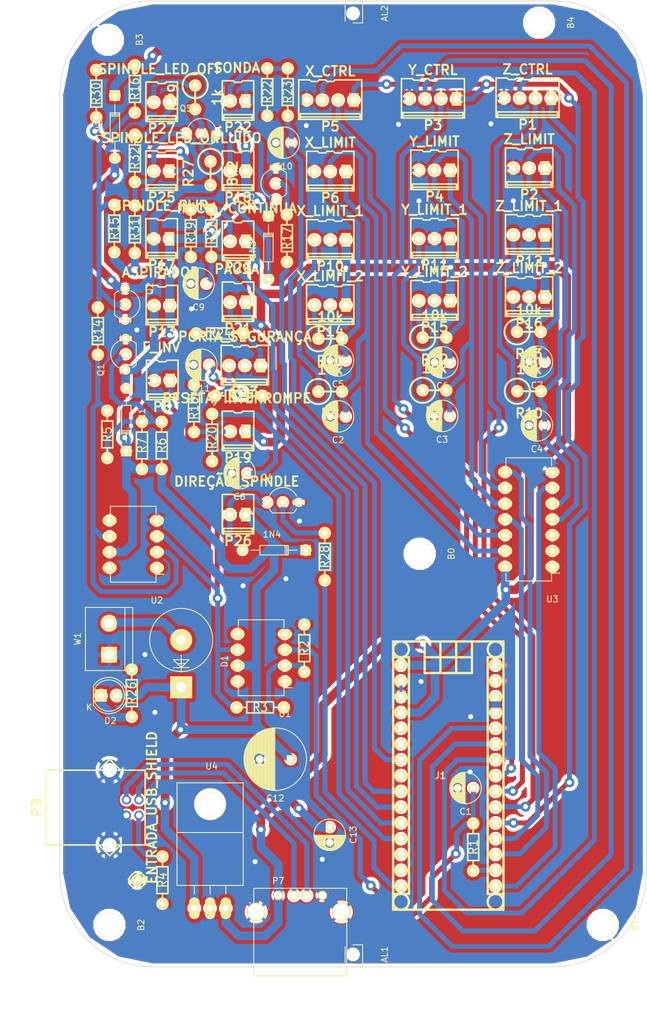
<source format=kicad_pcb>
(kicad_pcb (version 4) (host pcbnew 4.0.2+dfsg1-2~bpo8+1-stable)
  (title_block (title "Placa Controladora CNC João-de-Barro") (date 2017-01-05) (rev 1) (company "Centro de Tecnologia Acadêmica"))
  (layers (0 F.Cu signal) (31 B.Cu signal hide) (34 B.Paste user) (35 F.Paste user) (36 B.SilkS user) (37 F.SilkS user) (38 B.Mask user) (39 F.Mask user) (44 Edge.Cuts user))
  (net 0 "")
  (net 1 "Net-(1N1-Pad2)")
  (net 2 GND)
  (net 3 +5V)
  (net 4 "Net-(D2-Pad1)")
  (net 5 "Net-(J1-Pad1)")
  (net 6 "Net-(J1-Pad2)")
  (net 7 /X_STEP)
  (net 8 /Y_STEP)
  (net 9 /Z_STEP)
  (net 10 /X_DIR)
  (net 11 /Y_DIR)
  (net 12 /Z_DIR)
  (net 13 /STEPPER_EN)
  (net 14 /SPINDLE_PWM)
  (net 15 /SPINDLE_DIR)
  (net 16 "Net-(J1-Pad17)")
  (net 17 "Net-(J1-Pad18)")
  (net 18 /COOLANT_EN)
  (net 19 "Net-(J1-Pad23)")
  (net 20 "Net-(J1-Pad25)")
  (net 21 "Net-(J1-Pad26)")
  (net 22 "Net-(P7-Pad3)")
  (net 23 "Net-(P7-Pad2)")
  (net 24 /V_CTRL)
  (net 25 "Net-(P9-Pad1)")
  (net 26 "Net-(P20-Pad2)")
  (net 27 /SAFETY_IN)
  (net 28 "Net-(P23-Pad3)")
  (net 29 "Net-(Q1-Pad2)")
  (net 30 "Net-(Q2-Pad2)")
  (net 31 "Net-(Q3-Pad2)")
  (net 32 "Net-(Q4-Pad2)")
  (net 33 "Net-(U1-Pad1)")
  (net 34 "Net-(U1-Pad5)")
  (net 35 "Net-(U1-Pad8)")
  (net 36 /SPINDLE_EN)
  (net 37 "Net-(C1-Pad1)")
  (net 38 /X_LIMIT_A)
  (net 39 /Y_LIMIT_A)
  (net 40 /Z_LIMIT_A)
  (net 41 /X_LIMIT_B)
  (net 42 /Y_LIMIT_B)
  (net 43 /Z_LIMIT_B)
  (net 44 /FEED_HOLD*)
  (net 45 /RESET/ABORT*)
  (net 46 /START/RESUME*)
  (net 47 "Net-(P10-Pad3)")
  (net 48 "Net-(P11-Pad3)")
  (net 49 "Net-(P12-Pad3)")
  (net 50 "Net-(P14-Pad3)")
  (net 51 "Net-(P15-Pad3)")
  (net 52 "Net-(P16-Pad3)")
  (net 53 "Net-(Q5-Pad2)")
  (net 54 /PROBE*)
  (net 55 /X_LIMIT*)
  (net 56 /Y_LIMIT*)
  (net 57 /Z_LIMIT*)
  (net 58 /V_REF)
  (net 59 "Net-(1N3-Pad2)")
  (net 60 "Net-(D1-Pad2)")
  (net 61 VCC)
  (net 62 "Net-(1N4-Pad2)")
  (net 63 "Net-(P19-Pad2)")
  (net 64 "Net-(P22-Pad2)")
  (net 65 "Net-(P25-Pad1)")
  (net 66 "Net-(P27-Pad1)")
  (net 67 "Net-(P27-Pad2)")
  (net 68 "Net-(P25-Pad2)")
  (net 69 "Net-(R2-Pad2)")
  (net 70 "Net-(U2-Pad1)")
  (net 71 "Net-(U2-Pad5)")
  (net 72 "Net-(U2-Pad8)")
  (module Pin_Headers:Pin_Header_Straight_1x01 (layer F.Cu) (at 118.510049 145.840049 270)
    (fp_text reference B0 (at 0 -5.1 270) (layer F.SilkS))
    (fp_text value Pin_Header_Straight_1x01)
    (pad 1 thru_hole circle (at 0 0 270) (size 4 4) (drill 4) (layers *.Cu *.Mask F.SilkS))
  )
  (module Pin_Headers:Pin_Header_Straight_1x01 (layer F.Cu) (at 137.760049 60.340049 270)
    (fp_text reference B4 (at 0 -5.1 270) (layer F.SilkS))
    (fp_text value Pin_Header_Straight_1x01)
    (pad 1 thru_hole circle (at 0 0 270) (size 4 4) (drill 4) (layers *.Cu *.Mask F.SilkS))
  )
  (module Pin_Headers:Pin_Header_Straight_1x01 (layer F.Cu) (at 68.260049 63.090049 270)
    (fp_text reference B3 (at 0 -5.1 270) (layer F.SilkS))
    (fp_text value Pin_Header_Straight_1x01)
    (pad 1 thru_hole circle (at 0 0 270) (size 4 4) (drill 4) (layers *.Cu *.Mask F.SilkS))
  )
  (module Pin_Headers:Pin_Header_Straight_1x01 (layer F.Cu) (at 68.510049 205.590049 270)
    (fp_text reference B2 (at 0 -5.1 270) (layer F.SilkS))
    (fp_text value Pin_Header_Straight_1x01)
    (pad 1 thru_hole circle (at 0 0 270) (size 4 4) (drill 4) (layers *.Cu))
  )
  (module Pin_Headers:Pin_Header_Straight_1x01 (layer F.Cu) (at 107.760049 210.340049 270)
    (fp_text reference AL1 (at 0 -5.1 270) (layer F.SilkS))
    (fp_text value Pin_Header_Angled_1x01)
    (pad 1 thru_hole circle (at 0 0 270) (size 1.002 1.002) (drill 1.002) (layers *.Cu *.Mask F.SilkS))
  )
  (module Connect:USB_A (layer F.Cu) (at 95.710049 200.840049)
    (fp_text reference P7 (at 0 -2.35) (layer F.SilkS))
    (fp_text value USB_PARA_ARDUINO)
    (pad 4 thru_hole circle (at 7.11286 -0.00212 270) (size 1.50114 1.50114) (drill 1) (layers *.Mask B.Cu F.SilkS) (net 2 GND))
    (pad 3 thru_hole circle (at 4.57286 -0.00212 270) (size 1.50114 1.50114) (drill 1) (layers *.Mask B.Cu F.SilkS) (net 22 "Net-(P7-Pad3)"))
    (pad 2 thru_hole circle (at 2.54086 -0.00212 270) (size 1.50114 1.50114) (drill 1) (layers *.Mask B.Cu F.SilkS) (net 23 "Net-(P7-Pad2)"))
    (pad 1 thru_hole circle (at 0.00086 -0.00212 270) (size 1.50114 1.50114) (drill 1) (layers *.Mask B.Cu F.SilkS) (net 3 +5V))
    (pad 5 thru_hole circle (at 10.16086 2.66488 270) (size 2.99974 2.99974) (drill 2.5) (layers *.Mask B.Cu F.SilkS) (net 2 GND))
    (pad 5 thru_hole circle (at -3.55514 2.66488 270) (size 2.99974 2.99974) (drill 2.5) (layers *.Mask B.Cu F.SilkS) (net 2 GND))
  )
  (module Diodes_ThroughHole:Diode_P600_Vertical_KathodeUp (layer F.Cu) (at 80.080049 167.335049 90)
    (fp_text reference D1 (at 4.191 6.985 90) (layer F.SilkS))
    (fp_text value 1N5401)
    (pad 2 thru_hole circle (at 7.62 0 270) (size 3.54076 3.54076) (drill 1.6002) (layers *.Mask B.Cu F.SilkS) (net 60 "Net-(D1-Pad2)"))
    (pad 1 thru_hole rect (at 0 0 270) (size 3.54076 3.54076) (drill 1.6002) (layers *.Mask B.Cu F.SilkS) (net 61 VCC))
  )
  (module Housings_DIP:DIP-14_W7.62mm_LongPads (layer F.Cu) (at 139.895098 147.925 180)
    (fp_text reference U3 (at 0 -5.22 180) (layer F.SilkS))
    (fp_text value 74LS86)
    (pad 1 thru_hole oval (at 0 0 180) (size 2.3 1.6) (drill 0.8) (layers *.Mask B.Cu F.SilkS))
    (pad 2 thru_hole oval (at 0 2.54 180) (size 2.3 1.6) (drill 0.8) (layers *.Mask B.Cu F.SilkS))
    (pad 3 thru_hole oval (at 0 5.08 180) (size 2.3 1.6) (drill 0.8) (layers *.Mask B.Cu F.SilkS))
    (pad 4 thru_hole oval (at 0 7.62 180) (size 2.3 1.6) (drill 0.8) (layers *.Mask B.Cu F.SilkS) (net 43 /Z_LIMIT_B))
    (pad 5 thru_hole oval (at 0 10.16 180) (size 2.3 1.6) (drill 0.8) (layers *.Mask B.Cu F.SilkS) (net 40 /Z_LIMIT_A))
    (pad 6 thru_hole oval (at 0 12.7 180) (size 2.3 1.6) (drill 0.8) (layers *.Mask B.Cu F.SilkS) (net 57 /Z_LIMIT*))
    (pad 7 thru_hole oval (at 0 15.24 180) (size 2.3 1.6) (drill 0.8) (layers *.Mask B.Cu F.SilkS) (net 2 GND))
    (pad 8 thru_hole oval (at 7.62 15.24 180) (size 2.3 1.6) (drill 0.8) (layers *.Mask B.Cu F.SilkS) (net 56 /Y_LIMIT*))
    (pad 9 thru_hole oval (at 7.62 12.7 180) (size 2.3 1.6) (drill 0.8) (layers *.Mask B.Cu F.SilkS) (net 42 /Y_LIMIT_B))
    (pad 10 thru_hole oval (at 7.62 10.16 180) (size 2.3 1.6) (drill 0.8) (layers *.Mask B.Cu F.SilkS) (net 39 /Y_LIMIT_A))
    (pad 11 thru_hole oval (at 7.62 7.62 180) (size 2.3 1.6) (drill 0.8) (layers *.Mask B.Cu F.SilkS) (net 55 /X_LIMIT*))
    (pad 12 thru_hole oval (at 7.62 5.08 180) (size 2.3 1.6) (drill 0.8) (layers *.Mask B.Cu F.SilkS) (net 41 /X_LIMIT_B))
    (pad 13 thru_hole oval (at 7.62 2.54 180) (size 2.3 1.6) (drill 0.8) (layers *.Mask B.Cu F.SilkS) (net 38 /X_LIMIT_A))
    (pad 14 thru_hole oval (at 7.62 0 180) (size 2.3 1.6) (drill 0.8) (layers *.Mask B.Cu F.SilkS) (net 3 +5V))
  )
  (module w_conn_misc:arduino_nano_header (layer F.Cu) (at 123.120098 181.55 270)
    (fp_text reference J1 (at 0 1.27 360) (layer F.SilkS) (effects (font (size 1.016 1.016) (thickness 0.2032))))
    (fp_text value Arduino_Nano_Header hide)
    (pad 30 thru_hole oval (at -17.78 7.62 270) (size 1.524 2.19964) (drill 1) (layers *.Mask B.Cu F.SilkS) (net 3 +5V))
    (pad 29 thru_hole oval (at -15.24 7.62 270) (size 1.524 2.19964) (drill 1) (layers *.Mask B.Cu F.SilkS) (net 2 GND))
    (pad 28 thru_hole oval (at -12.7 7.62 270) (size 1.524 2.19964) (drill 1) (layers *.Mask B.Cu F.SilkS) (net 2 GND))
    (pad 27 thru_hole oval (at -10.16 7.62 270) (size 1.524 2.19964) (drill 1) (layers *.Mask B.Cu F.SilkS) (net 3 +5V))
    (pad 26 thru_hole oval (at -7.62 7.62 270) (size 1.524 2.19964) (drill 1) (layers *.Mask B.Cu F.SilkS) (net 21 "Net-(J1-Pad26)"))
    (pad 25 thru_hole oval (at -5.08 7.62 270) (size 1.524 2.19964) (drill 1) (layers *.Mask B.Cu F.SilkS) (net 20 "Net-(J1-Pad25)"))
    (pad 24 thru_hole oval (at -2.54 7.62 270) (size 1.524 2.19964) (drill 1) (layers *.Mask B.Cu F.SilkS) (net 54 /PROBE*))
    (pad 23 thru_hole oval (at 0 7.62 270) (size 1.524 2.19964) (drill 1) (layers *.Mask B.Cu F.SilkS) (net 19 "Net-(J1-Pad23)"))
    (pad 22 thru_hole oval (at 2.54 7.62 270) (size 1.524 2.19964) (drill 1) (layers *.Mask B.Cu F.SilkS) (net 18 /COOLANT_EN))
    (pad 21 thru_hole oval (at 5.08 7.62 270) (size 1.524 2.19964) (drill 1) (layers *.Mask B.Cu F.SilkS) (net 46 /START/RESUME*))
    (pad 20 thru_hole oval (at 7.62 7.62 270) (size 1.524 2.19964) (drill 1) (layers *.Mask B.Cu F.SilkS) (net 44 /FEED_HOLD*))
    (pad 19 thru_hole oval (at 10.16 7.62 270) (size 1.524 2.19964) (drill 1) (layers *.Mask B.Cu F.SilkS) (net 45 /RESET/ABORT*))
    (pad 18 thru_hole oval (at 12.7 7.62 270) (size 1.524 2.19964) (drill 1) (layers *.Mask B.Cu F.SilkS) (net 17 "Net-(J1-Pad18)"))
    (pad 17 thru_hole oval (at 15.24 7.62 270) (size 1.524 2.19964) (drill 1) (layers *.Mask B.Cu F.SilkS) (net 16 "Net-(J1-Pad17)"))
    (pad 16 thru_hole oval (at 17.78 7.62 270) (size 1.524 2.19964) (drill 1) (layers *.Mask B.Cu F.SilkS) (net 15 /SPINDLE_DIR))
    (pad 15 thru_hole oval (at 17.78 -7.62 270) (size 1.524 2.19964) (drill 1) (layers *.Mask B.Cu F.SilkS) (net 57 /Z_LIMIT*))
    (pad 14 thru_hole oval (at 15.24 -7.62 270) (size 1.524 2.19964) (drill 1) (layers *.Mask B.Cu F.SilkS) (net 14 /SPINDLE_PWM))
    (pad 13 thru_hole oval (at 12.7 -7.62 270) (size 1.524 2.19964) (drill 1) (layers *.Mask B.Cu F.SilkS) (net 56 /Y_LIMIT*))
    (pad 12 thru_hole oval (at 10.16 -7.62 270) (size 1.524 2.19964) (drill 1) (layers *.Mask B.Cu F.SilkS) (net 55 /X_LIMIT*))
    (pad 11 thru_hole oval (at 7.62 -7.62 270) (size 1.524 2.19964) (drill 1) (layers *.Mask B.Cu F.SilkS) (net 13 /STEPPER_EN))
    (pad 10 thru_hole oval (at 5.08 -7.62 270) (size 1.524 2.19964) (drill 1) (layers *.Mask B.Cu F.SilkS) (net 12 /Z_DIR))
    (pad 9 thru_hole oval (at 2.54 -7.62 270) (size 1.524 2.19964) (drill 1) (layers *.Mask B.Cu F.SilkS) (net 11 /Y_DIR))
    (pad 8 thru_hole oval (at 0 -7.62 270) (size 1.524 2.19964) (drill 1) (layers *.Mask B.Cu F.SilkS) (net 10 /X_DIR))
    (pad 7 thru_hole oval (at -2.54 -7.62 270) (size 1.524 2.19964) (drill 1) (layers *.Mask B.Cu F.SilkS) (net 9 /Z_STEP))
    (pad 6 thru_hole oval (at -5.08 -7.62 270) (size 1.524 2.19964) (drill 1) (layers *.Mask B.Cu F.SilkS) (net 8 /Y_STEP))
    (pad 5 thru_hole oval (at -7.62 -7.62 270) (size 1.524 2.19964) (drill 1) (layers *.Mask B.Cu F.SilkS) (net 7 /X_STEP))
    (pad 4 thru_hole oval (at -10.16 -7.62 270) (size 1.524 2.19964) (drill 1) (layers *.Mask B.Cu F.SilkS) (net 2 GND))
    (pad 3 thru_hole oval (at -12.7 -7.62 270) (size 1.524 2.19964) (drill 1) (layers *.Mask B.Cu F.SilkS) (net 2 GND))
    (pad 2 thru_hole oval (at -15.24 -7.62 270) (size 1.524 2.19964) (drill 1) (layers *.Mask B.Cu F.SilkS) (net 6 "Net-(J1-Pad2)"))
    (pad 1 thru_hole oval (at -17.78 -7.62 270) (size 1.524 2.19964) (drill 1) (layers *.Mask B.Cu F.SilkS) (net 5 "Net-(J1-Pad1)"))
  )
  (module TO_SOT_Packages_THT:TO-92_Inline_Wide (layer F.Cu) (at 93.930049 137.560049)
    (fp_text reference Q4 (at 0 -4 180) (layer F.SilkS))
    (fp_text value BC546)
    (pad 2 thru_hole circle (at 2.54 0 90) (size 1.524 1.524) (drill 0.8) (layers *.Mask B.Cu F.SilkS) (net 32 "Net-(Q4-Pad2)"))
    (pad 3 thru_hole circle (at 5.08 0 90) (size 1.524 1.524) (drill 0.8) (layers *.Mask B.Cu F.SilkS) (net 2 GND))
    (pad 1 thru_hole circle (at 0 0 90) (size 1.524 1.524) (drill 0.8) (layers *.Mask B.Cu F.SilkS) (net 62 "Net-(1N4-Pad2)"))
  )
  (module Capacitors_ThroughHole:C_Radial_D5_L6_P2.5 (layer F.Cu) (at 127.140098 183.55 180)
    (fp_text reference C1 (at 1.25 -3.8 180) (layer F.SilkS))
    (fp_text value 1uF)
    (pad 1 thru_hole circle (at 0 0 180) (size 1.3 1.3) (drill 0.8) (layers *.Mask B.Cu F.SilkS) (net 37 "Net-(C1-Pad1)"))
    (pad 2 thru_hole circle (at 2.5 0 180) (size 1.3 1.3) (drill 0.8) (layers *.Mask B.Cu F.SilkS) (net 2 GND))
  )
  (module Capacitors_ThroughHole:C_Radial_D5_L6_P2.5 (layer F.Cu) (at 123.370098 123.65 180)
    (fp_text reference C3 (at 1.25 -3.8 180) (layer F.SilkS))
    (fp_text value 1uF)
    (pad 1 thru_hole circle (at 0 0 180) (size 1.3 1.3) (drill 0.8) (layers *.Mask B.Cu F.SilkS) (net 39 /Y_LIMIT_A))
    (pad 2 thru_hole circle (at 2.5 0 180) (size 1.3 1.3) (drill 0.8) (layers *.Mask B.Cu F.SilkS) (net 2 GND))
  )
  (module Capacitors_ThroughHole:C_Radial_D5_L6_P2.5 (layer F.Cu) (at 138.645098 125.175 180)
    (fp_text reference C4 (at 1.25 -3.8 180) (layer F.SilkS))
    (fp_text value 1uF)
    (pad 1 thru_hole circle (at 0 0 180) (size 1.3 1.3) (drill 0.8) (layers *.Mask B.Cu F.SilkS) (net 40 /Z_LIMIT_A))
    (pad 2 thru_hole circle (at 2.5 0 180) (size 1.3 1.3) (drill 0.8) (layers *.Mask B.Cu F.SilkS) (net 2 GND))
  )
  (module Capacitors_ThroughHole:C_Radial_D5_L6_P2.5 (layer F.Cu) (at 106.595098 114.725 180)
    (fp_text reference C5 (at 1.25 -3.8 180) (layer F.SilkS))
    (fp_text value 1uF)
    (pad 1 thru_hole circle (at 0 0 180) (size 1.3 1.3) (drill 0.8) (layers *.Mask B.Cu F.SilkS) (net 41 /X_LIMIT_B))
    (pad 2 thru_hole circle (at 2.5 0 180) (size 1.3 1.3) (drill 0.8) (layers *.Mask B.Cu F.SilkS) (net 2 GND))
  )
  (module Capacitors_ThroughHole:C_Radial_D5_L6_P2.5 (layer F.Cu) (at 123.395098 115.025 180)
    (fp_text reference C6 (at 1.25 -3.8 180) (layer F.SilkS))
    (fp_text value 1uF)
    (pad 1 thru_hole circle (at 0 0 180) (size 1.3 1.3) (drill 0.8) (layers *.Mask B.Cu F.SilkS) (net 42 /Y_LIMIT_B))
    (pad 2 thru_hole circle (at 2.5 0 180) (size 1.3 1.3) (drill 0.8) (layers *.Mask B.Cu F.SilkS) (net 2 GND))
  )
  (module Capacitors_ThroughHole:C_Radial_D5_L6_P2.5 (layer F.Cu) (at 138.645098 114.925 180)
    (fp_text reference C7 (at 1.25 -3.8 180) (layer F.SilkS))
    (fp_text value 1uF)
    (pad 1 thru_hole circle (at 0 0 180) (size 1.3 1.3) (drill 0.8) (layers *.Mask B.Cu F.SilkS) (net 43 /Z_LIMIT_B))
    (pad 2 thru_hole circle (at 2.5 0 180) (size 1.3 1.3) (drill 0.8) (layers *.Mask B.Cu F.SilkS) (net 2 GND))
  )
  (module Capacitors_ThroughHole:C_Radial_D5_L6_P2.5 (layer F.Cu) (at 90.730049 132.860049 180)
    (fp_text reference C8 (at 1.25 -3.8 180) (layer F.SilkS))
    (fp_text value 1uF)
    (pad 1 thru_hole circle (at 0 0 180) (size 1.3 1.3) (drill 0.8) (layers *.Mask B.Cu F.SilkS) (net 45 /RESET/ABORT*))
    (pad 2 thru_hole circle (at 2.5 0 180) (size 1.3 1.3) (drill 0.8) (layers *.Mask B.Cu F.SilkS) (net 2 GND))
  )
  (module Capacitors_ThroughHole:C_Radial_D5_L6_P2.5 (layer F.Cu) (at 84.130049 102.360049 180)
    (fp_text reference C9 (at 1.25 -3.8 180) (layer F.SilkS))
    (fp_text value 1uF)
    (pad 1 thru_hole circle (at 0 0 180) (size 1.3 1.3) (drill 0.8) (layers *.Mask B.Cu F.SilkS) (net 46 /START/RESUME*))
    (pad 2 thru_hole circle (at 2.5 0 180) (size 1.3 1.3) (drill 0.8) (layers *.Mask B.Cu F.SilkS) (net 2 GND))
  )
  (module Capacitors_ThroughHole:C_Radial_D5_L6_P2.5 (layer F.Cu) (at 97.830049 79.660049 180)
    (fp_text reference C10 (at 1.25 -3.8 180) (layer F.SilkS))
    (fp_text value 1uF)
    (pad 1 thru_hole circle (at 0 0 180) (size 1.3 1.3) (drill 0.8) (layers *.Mask B.Cu F.SilkS) (net 54 /PROBE*))
    (pad 2 thru_hole circle (at 2.5 0 180) (size 1.3 1.3) (drill 0.8) (layers *.Mask B.Cu F.SilkS) (net 2 GND))
  )
  (module Capacitors_ThroughHole:C_Radial_D5_L6_P2.5 (layer F.Cu) (at 84.580049 115.410049 180)
    (fp_text reference C11 (at 1.25 -3.8 180) (layer F.SilkS))
    (fp_text value 1uF)
    (pad 1 thru_hole circle (at 0 0 180) (size 1.3 1.3) (drill 0.8) (layers *.Mask B.Cu F.SilkS) (net 44 /FEED_HOLD*))
    (pad 2 thru_hole circle (at 2.5 0 180) (size 1.3 1.3) (drill 0.8) (layers *.Mask B.Cu F.SilkS) (net 2 GND))
  )
  (module w_conn_kk100:kk100_22-23-2041 (layer F.Cu) (at 135.895098 72.425 180)
    (fp_text reference P1 (at 0 -4.318 180) (layer F.SilkS) (effects (font (thickness 0.3048))))
    (fp_text value Z_CTRL (at 0 4.56946 180) (layer F.SilkS) (effects (font (thickness 0.3048))))
    (pad 4 thru_hole oval (at 3.81 -0.0762 180) (size 1.524 2.1971) (drill 1) (layers *.Mask B.Cu F.SilkS) (net 2 GND))
    (pad 3 thru_hole oval (at 1.27 -0.0762 180) (size 1.524 2.1971) (drill 1) (layers *.Mask B.Cu F.SilkS) (net 9 /Z_STEP))
    (pad 1 thru_hole rect (at -3.81 -0.0762 180) (size 1.524 2.1971) (drill 1) (layers *.Mask B.Cu F.SilkS) (net 13 /STEPPER_EN))
    (pad 2 thru_hole oval (at -1.27 -0.0762 180) (size 1.524 2.1971) (drill 1) (layers *.Mask B.Cu F.SilkS) (net 12 /Z_DIR))
  )
  (module w_conn_kk100:kk100_22-23-2041 (layer F.Cu) (at 120.645098 72.525 180)
    (fp_text reference P3 (at 0 -4.318 180) (layer F.SilkS) (effects (font (thickness 0.3048))))
    (fp_text value Y_CTRL (at 0 4.56946 180) (layer F.SilkS) (effects (font (thickness 0.3048))))
    (pad 4 thru_hole oval (at 3.81 -0.0762 180) (size 1.524 2.1971) (drill 1) (layers *.Mask B.Cu F.SilkS) (net 2 GND))
    (pad 3 thru_hole oval (at 1.27 -0.0762 180) (size 1.524 2.1971) (drill 1) (layers *.Mask B.Cu F.SilkS) (net 8 /Y_STEP))
    (pad 1 thru_hole rect (at -3.81 -0.0762 180) (size 1.524 2.1971) (drill 1) (layers *.Mask B.Cu F.SilkS) (net 13 /STEPPER_EN))
    (pad 2 thru_hole oval (at -1.27 -0.0762 180) (size 1.524 2.1971) (drill 1) (layers *.Mask B.Cu F.SilkS) (net 11 /Y_DIR))
  )
  (module w_conn_kk100:kk100_22-23-2041 (layer F.Cu) (at 104.095098 72.725 180)
    (fp_text reference P5 (at 0 -4.318 180) (layer F.SilkS) (effects (font (thickness 0.3048))))
    (fp_text value X_CTRL (at 0 4.56946 180) (layer F.SilkS) (effects (font (thickness 0.3048))))
    (pad 4 thru_hole oval (at 3.81 -0.0762 180) (size 1.524 2.1971) (drill 1) (layers *.Mask B.Cu F.SilkS) (net 2 GND))
    (pad 3 thru_hole oval (at 1.27 -0.0762 180) (size 1.524 2.1971) (drill 1) (layers *.Mask B.Cu F.SilkS) (net 7 /X_STEP))
    (pad 1 thru_hole rect (at -3.81 -0.0762 180) (size 1.524 2.1971) (drill 1) (layers *.Mask B.Cu F.SilkS) (net 13 /STEPPER_EN))
    (pad 2 thru_hole oval (at -1.27 -0.0762 180) (size 1.524 2.1971) (drill 1) (layers *.Mask B.Cu F.SilkS) (net 10 /X_DIR))
  )
  (module TO_SOT_Packages_THT:TO-92_Inline_Wide (layer F.Cu) (at 71.130049 116.260049 90)
    (fp_text reference Q1 (at 0 -4 270) (layer F.SilkS))
    (fp_text value BC546)
    (pad 2 thru_hole circle (at 2.54 0 180) (size 1.524 1.524) (drill 0.8) (layers *.Mask B.Cu F.SilkS) (net 29 "Net-(Q1-Pad2)"))
    (pad 3 thru_hole circle (at 5.08 0 180) (size 1.524 1.524) (drill 0.8) (layers *.Mask B.Cu F.SilkS) (net 2 GND))
    (pad 1 thru_hole circle (at 0 0 180) (size 1.524 1.524) (drill 0.8) (layers *.Mask B.Cu F.SilkS) (net 1 "Net-(1N1-Pad2)"))
  )
  (module TO_SOT_Packages_THT:TO-92_Inline_Wide (layer F.Cu) (at 71.030049 103.160049 270)
    (fp_text reference Q2 (at 0 -4 450) (layer F.SilkS))
    (fp_text value BC546)
    (pad 2 thru_hole circle (at 2.54 0) (size 1.524 1.524) (drill 0.8) (layers *.Mask B.Cu F.SilkS) (net 30 "Net-(Q2-Pad2)"))
    (pad 3 thru_hole circle (at 5.08 0) (size 1.524 1.524) (drill 0.8) (layers *.Mask B.Cu F.SilkS) (net 2 GND))
    (pad 1 thru_hole circle (at 0 0) (size 1.524 1.524) (drill 0.8) (layers *.Mask B.Cu F.SilkS) (net 36 /SPINDLE_EN))
  )
  (module TO_SOT_Packages_THT:TO-92_Inline_Wide (layer F.Cu) (at 95.330049 88.760049 90)
    (fp_text reference Q3 (at 0 -4 270) (layer F.SilkS))
    (fp_text value BC546)
    (pad 2 thru_hole circle (at 2.54 0 180) (size 1.524 1.524) (drill 0.8) (layers *.Mask B.Cu F.SilkS) (net 31 "Net-(Q3-Pad2)"))
    (pad 3 thru_hole circle (at 5.08 0 180) (size 1.524 1.524) (drill 0.8) (layers *.Mask B.Cu F.SilkS) (net 2 GND))
    (pad 1 thru_hole circle (at 0 0 180) (size 1.524 1.524) (drill 0.8) (layers *.Mask B.Cu F.SilkS) (net 59 "Net-(1N3-Pad2)"))
  )
  (module TO_SOT_Packages_THT:TO-92_Inline_Wide (layer F.Cu) (at 80.830049 78.160049)
    (fp_text reference Q5 (at 0 -4 180) (layer F.SilkS))
    (fp_text value BC546)
    (pad 2 thru_hole circle (at 2.54 0 90) (size 1.524 1.524) (drill 0.8) (layers *.Mask B.Cu F.SilkS) (net 53 "Net-(Q5-Pad2)"))
    (pad 3 thru_hole circle (at 5.08 0 90) (size 1.524 1.524) (drill 0.8) (layers *.Mask B.Cu F.SilkS) (net 2 GND))
    (pad 1 thru_hole circle (at 0 0 90) (size 1.524 1.524) (drill 0.8) (layers *.Mask B.Cu F.SilkS) (net 68 "Net-(P25-Pad2)"))
  )
  (module Capacitors_ThroughHole:C_Radial_D5_L6_P2.5 (layer F.Cu) (at 104.010049 189.840049 270)
    (fp_text reference C13 (at 1.25 -3.8 270) (layer F.SilkS))
    (fp_text value 10u)
    (pad 1 thru_hole rect (at 0 0 270) (size 1.3 1.3) (drill 0.8) (layers *.Mask B.Cu F.SilkS) (net 3 +5V))
    (pad 2 thru_hole circle (at 2.5 0 270) (size 1.3 1.3) (drill 0.8) (layers *.Mask B.Cu F.SilkS) (net 2 GND))
  )
  (module Connect:bornier2 (layer F.Cu) (at 68.455049 159.560049 90)
    (fp_text reference W1 (at 0 -5.08 90) (layer F.SilkS))
    (fp_text value FONTE)
    (pad 1 thru_hole rect (at -2.54 0 90) (size 2.54 2.54) (drill 1.524) (layers *.Mask B.Cu F.SilkS) (net 2 GND))
    (pad 2 thru_hole circle (at 2.54 0 90) (size 2.54 2.54) (drill 1.524) (layers *.Mask B.Cu F.SilkS) (net 60 "Net-(D1-Pad2)"))
  )
  (module Capacitors_ThroughHole:C_Radial_D10_L13_P5 (layer F.Cu) (at 97.730049 178.910049 180)
    (fp_text reference C12 (at 2.5 -6.3 180) (layer F.SilkS))
    (fp_text value 100u)
    (pad 1 thru_hole rect (at 0 0 180) (size 1.3 1.3) (drill 0.8) (layers *.Mask B.Cu F.SilkS) (net 61 VCC))
    (pad 2 thru_hole circle (at 5 0 180) (size 1.3 1.3) (drill 0.8) (layers *.Mask B.Cu F.SilkS) (net 2 GND))
  )
  (module Capacitors_ThroughHole:C_Radial_D5_L6_P2.5 (layer F.Cu) (at 106.595098 123.725 180)
    (fp_text reference C2 (at 1.25 -3.8 180) (layer F.SilkS))
    (fp_text value 1uF)
    (pad 1 thru_hole rect (at 0 0 180) (size 1.3 1.3) (drill 0.8) (layers *.Mask B.Cu F.SilkS) (net 38 /X_LIMIT_A))
    (pad 2 thru_hole circle (at 2.5 0 180) (size 1.3 1.3) (drill 0.8) (layers *.Mask B.Cu F.SilkS) (net 2 GND))
  )
  (module TO_SOT_Packages_THT:TO-220_Neutral123_Horizontal_LargePads (layer F.Cu) (at 84.730049 202.910049)
    (fp_text reference U4 (at 0.24892 -22.84984) (layer F.SilkS))
    (fp_text value LM7805CT)
    (pad 2 thru_hole oval (at 0 0 90) (size 3.50012 1.69926) (drill 1.00076) (layers *.Mask B.Cu F.SilkS) (net 2 GND))
    (pad 1 thru_hole oval (at -2.54 0 90) (size 3.50012 1.69926) (drill 1.00076) (layers *.Mask B.Cu F.SilkS) (net 61 VCC))
    (pad 3 thru_hole oval (at 2.54 0 90) (size 3.50012 1.69926) (drill 1.00076) (layers *.Mask B.Cu F.SilkS) (net 3 +5V))
    (pad "" thru_hole circle (at 0 -16.764 90) (size 3.79984 3.79984) (drill 3.79984) (layers *.Cu *.Mask F.SilkS))
  )
  (module w_details:pad_2mm (layer F.Cu) (at 72.980049 198.410049 270)
    (fp_text reference P24 hide)
    (fp_text value earth hide)
    (pad 1 thru_hole circle (at 0 0 270) (size 1.99898 1.99898) (drill 1.00076) (layers *.Cu *.Mask F.SilkS) (net 2 GND))
  )
  (module Housings_DIP:DIP-8_W7.62mm_LongPads (layer F.Cu) (at 76.155049 148.110049 180)
    (fp_text reference U2 (at 0 -5.22 180) (layer F.SilkS))
    (fp_text value CA3140)
    (pad 1 thru_hole oval (at 0 0 180) (size 2.3 1.6) (drill 0.8) (layers *.Mask B.Cu F.SilkS) (net 70 "Net-(U2-Pad1)"))
    (pad 2 thru_hole oval (at 0 2.54 180) (size 2.3 1.6) (drill 0.8) (layers *.Mask B.Cu F.SilkS) (net 58 /V_REF))
    (pad 3 thru_hole oval (at 0 5.08 180) (size 2.3 1.6) (drill 0.8) (layers *.Mask B.Cu F.SilkS) (net 24 /V_CTRL))
    (pad 4 thru_hole oval (at 0 7.62 180) (size 2.3 1.6) (drill 0.8) (layers *.Mask B.Cu F.SilkS) (net 2 GND))
    (pad 5 thru_hole oval (at 7.62 7.62 180) (size 2.3 1.6) (drill 0.8) (layers *.Mask B.Cu F.SilkS) (net 71 "Net-(U2-Pad5)"))
    (pad 6 thru_hole oval (at 7.62 5.08 180) (size 2.3 1.6) (drill 0.8) (layers *.Mask B.Cu F.SilkS) (net 58 /V_REF))
    (pad 7 thru_hole oval (at 7.62 2.54 180) (size 2.3 1.6) (drill 0.8) (layers *.Mask B.Cu F.SilkS) (net 61 VCC))
    (pad 8 thru_hole oval (at 7.62 0 180) (size 2.3 1.6) (drill 0.8) (layers *.Mask B.Cu F.SilkS) (net 72 "Net-(U2-Pad8)"))
  )
  (module Housings_DIP:DIP-8_W7.62mm_LongPads (layer F.Cu) (at 96.780049 166.385049 180)
    (fp_text reference U1 (at 0 -5.22 180) (layer F.SilkS))
    (fp_text value CA3140)
    (pad 1 thru_hole oval (at 0 0 180) (size 2.3 1.6) (drill 0.8) (layers *.Mask B.Cu F.SilkS) (net 33 "Net-(U1-Pad1)"))
    (pad 2 thru_hole oval (at 0 2.54 180) (size 2.3 1.6) (drill 0.8) (layers *.Mask B.Cu F.SilkS) (net 69 "Net-(R2-Pad2)"))
    (pad 3 thru_hole oval (at 0 5.08 180) (size 2.3 1.6) (drill 0.8) (layers *.Mask B.Cu F.SilkS) (net 37 "Net-(C1-Pad1)"))
    (pad 4 thru_hole oval (at 0 7.62 180) (size 2.3 1.6) (drill 0.8) (layers *.Mask B.Cu F.SilkS) (net 2 GND))
    (pad 5 thru_hole oval (at 7.62 7.62 180) (size 2.3 1.6) (drill 0.8) (layers *.Mask B.Cu F.SilkS) (net 34 "Net-(U1-Pad5)"))
    (pad 6 thru_hole oval (at 7.62 5.08 180) (size 2.3 1.6) (drill 0.8) (layers *.Mask B.Cu F.SilkS) (net 24 /V_CTRL))
    (pad 7 thru_hole oval (at 7.62 2.54 180) (size 2.3 1.6) (drill 0.8) (layers *.Mask B.Cu F.SilkS) (net 61 VCC))
    (pad 8 thru_hole oval (at 7.62 0 180) (size 2.3 1.6) (drill 0.8) (layers *.Mask B.Cu F.SilkS) (net 35 "Net-(U1-Pad8)"))
  )
  (module Diodes_ThroughHole:Diode_DO-35_SOD27_Horizontal_RM10 (layer F.Cu) (at 69.380049 72.060049 270)
    (fp_text reference 1N2 (at 5.43052 2.53746 270) (layer F.SilkS))
    (fp_text value 1N4001)
    (pad 2 thru_hole circle (at 10.16052 -0.00254 90) (size 1.69926 1.69926) (drill 0.70104) (layers *.Mask B.Cu F.SilkS) (net 36 /SPINDLE_EN))
    (pad 1 thru_hole rect (at 0.00052 -0.00254 90) (size 1.69926 1.69926) (drill 0.70104) (layers *.Mask B.Cu F.SilkS) (net 61 VCC))
  )
  (module Diodes_ThroughHole:Diode_DO-35_SOD27_Horizontal_RM10 (layer F.Cu) (at 100.130049 145.260049 180)
    (fp_text reference 1N4 (at 5.43052 2.53746 180) (layer F.SilkS))
    (fp_text value 1N4001)
    (pad 2 thru_hole circle (at 10.16052 -0.00254) (size 1.69926 1.69926) (drill 0.70104) (layers *.Mask B.Cu F.SilkS) (net 62 "Net-(1N4-Pad2)"))
    (pad 1 thru_hole rect (at 0.00052 -0.00254) (size 1.69926 1.69926) (drill 0.70104) (layers *.Mask B.Cu F.SilkS) (net 61 VCC))
  )
  (module Diodes_ThroughHole:Diode_DO-35_SOD27_Horizontal_RM10 (layer F.Cu) (at 71.230049 129.310049 90)
    (fp_text reference 1N1 (at 5.43052 2.53746 90) (layer F.SilkS))
    (fp_text value 1N4001)
    (pad 2 thru_hole circle (at 10.16052 -0.00254 270) (size 1.69926 1.69926) (drill 0.70104) (layers *.Mask B.Cu F.SilkS) (net 1 "Net-(1N1-Pad2)"))
    (pad 1 thru_hole rect (at 0.00052 -0.00254 270) (size 1.69926 1.69926) (drill 0.70104) (layers *.Mask B.Cu F.SilkS) (net 61 VCC))
  )
  (module Diodes_ThroughHole:Diode_DO-35_SOD27_Horizontal_RM10 (layer F.Cu) (at 94.130049 91.460049 270)
    (fp_text reference 1N3 (at 5.43052 2.53746 270) (layer F.SilkS))
    (fp_text value 1N4001)
    (pad 2 thru_hole circle (at 10.16052 -0.00254 90) (size 1.69926 1.69926) (drill 0.70104) (layers *.Mask B.Cu F.SilkS) (net 59 "Net-(1N3-Pad2)"))
    (pad 1 thru_hole rect (at 0.00052 -0.00254 90) (size 1.69926 1.69926) (drill 0.70104) (layers *.Mask B.Cu F.SilkS) (net 61 VCC))
  )
  (module w_conn_kk100:kk100_22-23-2031 (layer F.Cu) (at 120.895098 84.025 180)
    (fp_text reference P4 (at 0 -4.318 180) (layer F.SilkS) (effects (font (thickness 0.3048))))
    (fp_text value Y_LIMIT (at 0 4.56946 180) (layer F.SilkS) (effects (font (thickness 0.3048))))
    (pad 3 thru_hole oval (at 2.54 -0.0762 180) (size 1.5 2.2) (drill 1) (layers *.Mask B.Cu F.SilkS) (net 2 GND))
    (pad 1 thru_hole rect (at -2.54 -0.0762 180) (size 1.524 2.1971) (drill 1) (layers *.Mask B.Cu F.SilkS) (net 39 /Y_LIMIT_A))
    (pad 2 thru_hole oval (at 0 -0.0762 180) (size 1.5 2.2) (drill 1) (layers *.Mask B.Cu F.SilkS) (net 42 /Y_LIMIT_B))
  )
  (module w_conn_kk100:kk100_22-23-2031 (layer F.Cu) (at 90.330049 115.460049 180)
    (fp_text reference P23 (at 0 -4.318 180) (layer F.SilkS) (effects (font (thickness 0.3048))))
    (fp_text value PORTA_SEGURANÇA (at 0 4.56946 180) (layer F.SilkS) (effects (font (thickness 0.3048))))
    (pad 3 thru_hole oval (at 2.54 -0.0762 180) (size 1.5 2.2) (drill 1) (layers *.Mask B.Cu F.SilkS) (net 28 "Net-(P23-Pad3)"))
    (pad 1 thru_hole rect (at -2.54 -0.0762 180) (size 1.524 2.1971) (drill 1) (layers *.Mask B.Cu F.SilkS) (net 27 /SAFETY_IN))
    (pad 2 thru_hole oval (at 0 -0.0762 180) (size 1.5 2.2) (drill 1) (layers *.Mask B.Cu F.SilkS) (net 2 GND))
  )
  (module w_conn_kk100:kk100_22-23-2031 (layer F.Cu) (at 136.145098 104.425 180)
    (fp_text reference P16 (at 0 -4.318 180) (layer F.SilkS) (effects (font (thickness 0.3048))))
    (fp_text value Z_LIMIT_2 (at 0 4.56946 180) (layer F.SilkS) (effects (font (thickness 0.3048))))
    (pad 3 thru_hole oval (at 2.54 -0.0762 180) (size 1.5 2.2) (drill 1) (layers *.Mask B.Cu F.SilkS) (net 52 "Net-(P16-Pad3)"))
    (pad 1 thru_hole rect (at -2.54 -0.0762 180) (size 1.524 2.1971) (drill 1) (layers *.Mask B.Cu F.SilkS) (net 3 +5V))
    (pad 2 thru_hole oval (at 0 -0.0762 180) (size 1.5 2.2) (drill 1) (layers *.Mask B.Cu F.SilkS) (net 2 GND))
  )
  (module w_conn_kk100:kk100_22-23-2031 (layer F.Cu) (at 120.895098 105.025 180)
    (fp_text reference P15 (at 0 -4.318 180) (layer F.SilkS) (effects (font (thickness 0.3048))))
    (fp_text value Y_LIMIT_2 (at 0 4.56946 180) (layer F.SilkS) (effects (font (thickness 0.3048))))
    (pad 3 thru_hole oval (at 2.54 -0.0762 180) (size 1.5 2.2) (drill 1) (layers *.Mask B.Cu F.SilkS) (net 51 "Net-(P15-Pad3)"))
    (pad 1 thru_hole rect (at -2.54 -0.0762 180) (size 1.524 2.1971) (drill 1) (layers *.Mask B.Cu F.SilkS) (net 3 +5V))
    (pad 2 thru_hole oval (at 0 -0.0762 180) (size 1.5 2.2) (drill 1) (layers *.Mask B.Cu F.SilkS) (net 2 GND))
  )
  (module w_conn_kk100:kk100_22-23-2031 (layer F.Cu) (at 104.095098 105.725 180)
    (fp_text reference P14 (at 0 -4.318 180) (layer F.SilkS) (effects (font (thickness 0.3048))))
    (fp_text value X_LIMIT_2 (at 0 4.56946 180) (layer F.SilkS) (effects (font (thickness 0.3048))))
    (pad 3 thru_hole oval (at 2.54 -0.0762 180) (size 1.5 2.2) (drill 1) (layers *.Mask B.Cu F.SilkS) (net 50 "Net-(P14-Pad3)"))
    (pad 1 thru_hole rect (at -2.54 -0.0762 180) (size 1.524 2.1971) (drill 1) (layers *.Mask B.Cu F.SilkS) (net 3 +5V))
    (pad 2 thru_hole oval (at 0 -0.0762 180) (size 1.5 2.2) (drill 1) (layers *.Mask B.Cu F.SilkS) (net 2 GND))
  )
  (module w_conn_kk100:kk100_22-23-2031 (layer F.Cu) (at 136.145098 94.425 180)
    (fp_text reference P12 (at 0 -4.318 180) (layer F.SilkS) (effects (font (thickness 0.3048))))
    (fp_text value Z_LIMIT_1 (at 0 4.56946 180) (layer F.SilkS) (effects (font (thickness 0.3048))))
    (pad 3 thru_hole oval (at 2.54 -0.0762 180) (size 1.5 2.2) (drill 1) (layers *.Mask B.Cu F.SilkS) (net 49 "Net-(P12-Pad3)"))
    (pad 1 thru_hole rect (at -2.54 -0.0762 180) (size 1.524 2.1971) (drill 1) (layers *.Mask B.Cu F.SilkS) (net 3 +5V))
    (pad 2 thru_hole oval (at 0 -0.0762 180) (size 1.5 2.2) (drill 1) (layers *.Mask B.Cu F.SilkS) (net 2 GND))
  )
  (module w_conn_kk100:kk100_22-23-2031 (layer F.Cu) (at 104.095098 95.225 180)
    (fp_text reference P10 (at 0 -4.318 180) (layer F.SilkS) (effects (font (thickness 0.3048))))
    (fp_text value X_LIMIT_1 (at 0 4.56946 180) (layer F.SilkS) (effects (font (thickness 0.3048))))
    (pad 3 thru_hole oval (at 2.54 -0.0762 180) (size 1.5 2.2) (drill 1) (layers *.Mask B.Cu F.SilkS) (net 47 "Net-(P10-Pad3)"))
    (pad 1 thru_hole rect (at -2.54 -0.0762 180) (size 1.524 2.1971) (drill 1) (layers *.Mask B.Cu F.SilkS) (net 3 +5V))
    (pad 2 thru_hole oval (at 0 -0.0762 180) (size 1.5 2.2) (drill 1) (layers *.Mask B.Cu F.SilkS) (net 2 GND))
  )
  (module w_conn_kk100:kk100_22-23-2031 (layer F.Cu) (at 104.095098 84.225 180)
    (fp_text reference P6 (at 0 -4.318 180) (layer F.SilkS) (effects (font (thickness 0.3048))))
    (fp_text value X_LIMIT (at 0 4.56946 180) (layer F.SilkS) (effects (font (thickness 0.3048))))
    (pad 3 thru_hole oval (at 2.54 -0.0762 180) (size 1.5 2.2) (drill 1) (layers *.Mask B.Cu F.SilkS) (net 2 GND))
    (pad 1 thru_hole rect (at -2.54 -0.0762 180) (size 1.524 2.1971) (drill 1) (layers *.Mask B.Cu F.SilkS) (net 38 /X_LIMIT_A))
    (pad 2 thru_hole oval (at 0 -0.0762 180) (size 1.5 2.2) (drill 1) (layers *.Mask B.Cu F.SilkS) (net 41 /X_LIMIT_B))
  )
  (module w_conn_kk100:kk100_22-23-2031 (layer F.Cu) (at 136.145098 83.675 180)
    (fp_text reference P2 (at 0 -4.318 180) (layer F.SilkS) (effects (font (thickness 0.3048))))
    (fp_text value Z_LIMIT (at 0 4.56946 180) (layer F.SilkS) (effects (font (thickness 0.3048))))
    (pad 3 thru_hole oval (at 2.54 -0.0762 180) (size 1.5 2.2) (drill 1) (layers *.Mask B.Cu F.SilkS) (net 2 GND))
    (pad 1 thru_hole rect (at -2.54 -0.0762 180) (size 1.524 2.1971) (drill 1) (layers *.Mask B.Cu F.SilkS) (net 40 /Z_LIMIT_A))
    (pad 2 thru_hole oval (at 0 -0.0762 180) (size 1.5 2.2) (drill 1) (layers *.Mask B.Cu F.SilkS) (net 43 /Z_LIMIT_B))
  )
  (module w_conn_kk100:kk100_22-23-2031 (layer F.Cu) (at 120.895098 95.025 180)
    (fp_text reference P11 (at 0 -4.318 180) (layer F.SilkS) (effects (font (thickness 0.3048))))
    (fp_text value Y_LIMIT_1 (at 0 4.56946 180) (layer F.SilkS) (effects (font (thickness 0.3048))))
    (pad 3 thru_hole oval (at 2.54 -0.0762 180) (size 1.5 2.2) (drill 1) (layers *.Mask B.Cu F.SilkS) (net 48 "Net-(P11-Pad3)"))
    (pad 1 thru_hole rect (at -2.54 -0.0762 180) (size 1.524 2.1971) (drill 1) (layers *.Mask B.Cu F.SilkS) (net 3 +5V))
    (pad 2 thru_hole oval (at 0 -0.0762 180) (size 1.5 2.2) (drill 1) (layers *.Mask B.Cu F.SilkS) (net 2 GND))
  )
  (module w_conn_kk100:kk100_22-23-2021 (layer F.Cu) (at 89.230049 139.460049 180)
    (fp_text reference P26 (at 0 -4.318 180) (layer F.SilkS) (effects (font (thickness 0.3048))))
    (fp_text value DIREÇÃO_SPINDLE (at 0.2 5.25 360) (layer F.SilkS) (effects (font (thickness 0.3048))))
    (pad 1 thru_hole rect (at -1.27 -0.0762 180) (size 1.524 2.1971) (drill 1) (layers *.Mask B.Cu F.SilkS) (net 61 VCC))
    (pad 2 thru_hole oval (at 1.27 -0.0762 180) (size 1.524 2.1971) (drill 1) (layers *.Mask B.Cu F.SilkS) (net 62 "Net-(1N4-Pad2)"))
  )
  (module w_conn_kk100:kk100_22-23-2021 (layer F.Cu) (at 77.030049 117.860049 180)
    (fp_text reference P8 (at 0 -4.318 180) (layer F.SilkS) (effects (font (thickness 0.3048))))
    (fp_text value F_INV (at 0.2 5.25 360) (layer F.SilkS) (effects (font (thickness 0.3048))))
    (pad 1 thru_hole rect (at -1.27 -0.0762 180) (size 1.524 2.1971) (drill 1) (layers *.Mask B.Cu F.SilkS) (net 24 /V_CTRL))
    (pad 2 thru_hole oval (at 1.27 -0.0762 180) (size 1.524 2.1971) (drill 1) (layers *.Mask B.Cu F.SilkS) (net 2 GND))
  )
  (module w_conn_kk100:kk100_22-23-2021 (layer F.Cu) (at 76.980049 105.810049 180)
    (fp_text reference P13 (at 0 -4.318 180) (layer F.SilkS) (effects (font (thickness 0.3048))))
    (fp_text value ASPIRADOR (at 0.2 5.25 360) (layer F.SilkS) (effects (font (thickness 0.3048))))
    (pad 1 thru_hole rect (at -1.27 -0.0762 180) (size 1.524 2.1971) (drill 1) (layers *.Mask B.Cu F.SilkS) (net 61 VCC))
    (pad 2 thru_hole oval (at 1.27 -0.0762 180) (size 1.524 2.1971) (drill 1) (layers *.Mask B.Cu F.SilkS) (net 1 "Net-(1N1-Pad2)"))
  )
  (module w_conn_kk100:kk100_22-23-2021 (layer F.Cu) (at 76.930049 95.060049 180)
    (fp_text reference P17 (at 0 -4.318 180) (layer F.SilkS) (effects (font (thickness 0.3048))))
    (fp_text value SPINDLE_PWR (at 0.2 5.25 360) (layer F.SilkS) (effects (font (thickness 0.3048))))
    (pad 1 thru_hole rect (at -1.27 -0.0762 180) (size 1.524 2.1971) (drill 1) (layers *.Mask B.Cu F.SilkS) (net 61 VCC))
    (pad 2 thru_hole oval (at 1.27 -0.0762 180) (size 1.524 2.1971) (drill 1) (layers *.Mask B.Cu F.SilkS) (net 36 /SPINDLE_EN))
  )
  (module w_conn_kk100:kk100_22-23-2021 (layer F.Cu) (at 89.230049 84.160049 180)
    (fp_text reference P18 (at 0 -4.318 180) (layer F.SilkS) (effects (font (thickness 0.3048))))
    (fp_text value FLUIDO (at 0.2 5.25 360) (layer F.SilkS) (effects (font (thickness 0.3048))))
    (pad 1 thru_hole rect (at -1.27 -0.0762 180) (size 1.524 2.1971) (drill 1) (layers *.Mask B.Cu F.SilkS) (net 61 VCC))
    (pad 2 thru_hole oval (at 1.27 -0.0762 180) (size 1.524 2.1971) (drill 1) (layers *.Mask B.Cu F.SilkS) (net 59 "Net-(1N3-Pad2)"))
  )
  (module w_conn_kk100:kk100_22-23-2021 (layer F.Cu) (at 89.230049 126.060049 180)
    (fp_text reference P19 (at 0 -4.318 180) (layer F.SilkS) (effects (font (thickness 0.3048))))
    (fp_text value RESETA/INTERROMPE (at 0.2 5.25 360) (layer F.SilkS) (effects (font (thickness 0.3048))))
    (pad 1 thru_hole rect (at -1.27 -0.0762 180) (size 1.524 2.1971) (drill 1) (layers *.Mask B.Cu F.SilkS) (net 3 +5V))
    (pad 2 thru_hole oval (at 1.27 -0.0762 180) (size 1.524 2.1971) (drill 1) (layers *.Mask B.Cu F.SilkS) (net 63 "Net-(P19-Pad2)"))
  )
  (module w_conn_kk100:kk100_22-23-2021 (layer F.Cu) (at 89.230049 95.460049 180)
    (fp_text reference P20 (at 0 -4.318 180) (layer F.SilkS) (effects (font (thickness 0.3048))))
    (fp_text value INICIA/CONTINUA (at 0.2 5.25 360) (layer F.SilkS) (effects (font (thickness 0.3048))))
    (pad 1 thru_hole rect (at -1.27 -0.0762 180) (size 1.524 2.1971) (drill 1) (layers *.Mask B.Cu F.SilkS) (net 3 +5V))
    (pad 2 thru_hole oval (at 1.27 -0.0762 180) (size 1.524 2.1971) (drill 1) (layers *.Mask B.Cu F.SilkS) (net 26 "Net-(P20-Pad2)"))
  )
  (module w_conn_kk100:kk100_22-23-2021 (layer F.Cu) (at 89.230049 105.260049 180)
    (fp_text reference P21 (at 0 -4.318 180) (layer F.SilkS) (effects (font (thickness 0.3048))))
    (fp_text value PAUSA (at 0.2 5.25 360) (layer F.SilkS) (effects (font (thickness 0.3048))))
    (pad 1 thru_hole rect (at -1.27 -0.0762 180) (size 1.524 2.1971) (drill 1) (layers *.Mask B.Cu F.SilkS) (net 3 +5V))
    (pad 2 thru_hole oval (at 1.27 -0.0762 180) (size 1.524 2.1971) (drill 1) (layers *.Mask B.Cu F.SilkS) (net 27 /SAFETY_IN))
  )
  (module w_conn_kk100:kk100_22-23-2021 (layer F.Cu) (at 89.230049 72.860049 180)
    (fp_text reference P22 (at 0 -4.318 180) (layer F.SilkS) (effects (font (thickness 0.3048))))
    (fp_text value SONDA (at 0.2 5.25 360) (layer F.SilkS) (effects (font (thickness 0.3048))))
    (pad 1 thru_hole rect (at -1.27 -0.0762 180) (size 1.524 2.1971) (drill 1) (layers *.Mask B.Cu F.SilkS) (net 2 GND))
    (pad 2 thru_hole oval (at 1.27 -0.0762 180) (size 1.524 2.1971) (drill 1) (layers *.Mask B.Cu F.SilkS) (net 64 "Net-(P22-Pad2)"))
  )
  (module w_conn_kk100:kk100_22-23-2021 (layer F.Cu) (at 76.930049 73.060049 180)
    (fp_text reference P27 (at 0 -4.318 180) (layer F.SilkS) (effects (font (thickness 0.3048))))
    (fp_text value SPINDLE_LED_OFF (at 0.2 5.25 360) (layer F.SilkS) (effects (font (thickness 0.3048))))
    (pad 1 thru_hole rect (at -1.27 -0.0762 180) (size 1.524 2.1971) (drill 1) (layers *.Mask B.Cu F.SilkS) (net 66 "Net-(P27-Pad1)"))
    (pad 2 thru_hole oval (at 1.27 -0.0762 180) (size 1.524 2.1971) (drill 1) (layers *.Mask B.Cu F.SilkS) (net 67 "Net-(P27-Pad2)"))
  )
  (module w_conn_kk100:kk100_22-23-2021 (layer F.Cu) (at 76.930049 84.160049 180)
    (fp_text reference P25 (at 0 -4.318 180) (layer F.SilkS) (effects (font (thickness 0.3048))))
    (fp_text value SPINDLE_LED_ON (at 0.2 5.25 360) (layer F.SilkS) (effects (font (thickness 0.3048))))
    (pad 1 thru_hole rect (at -1.27 -0.0762 180) (size 1.524 2.1971) (drill 1) (layers *.Mask B.Cu F.SilkS) (net 65 "Net-(P25-Pad1)"))
    (pad 2 thru_hole oval (at 1.27 -0.0762 180) (size 1.524 2.1971) (drill 1) (layers *.Mask B.Cu F.SilkS) (net 68 "Net-(P25-Pad2)"))
  )
  (module w_pth_resistors:rc07_vert (layer F.Cu) (at 82.330049 72.360049 270)
    (fp_text reference R29 (at 0 3.556 270) (layer F.SilkS) (effects (font (thickness 0.3048))))
    (fp_text value 1k (at 0 -3.556 270) (layer F.SilkS) (effects (font (thickness 0.3048))))
    (pad 1 thru_hole circle (at -1.905 0 270) (size 1.99898 1.99898) (drill 0.8001) (layers *.Mask B.Cu F.SilkS) (net 67 "Net-(P27-Pad2)"))
    (pad 2 thru_hole circle (at 1.905 0 270) (size 1.99898 1.99898) (drill 0.8001) (layers *.Mask B.Cu F.SilkS) (net 53 "Net-(Q5-Pad2)"))
  )
  (module w_pth_resistors:rc07_vert (layer F.Cu) (at 136.107049 110.117049)
    (fp_text reference R13 (at 0 3.556) (layer F.SilkS) (effects (font (thickness 0.3048))))
    (fp_text value 10k (at 0 -3.556) (layer F.SilkS) (effects (font (thickness 0.3048))))
    (pad 1 thru_hole circle (at -1.905 0) (size 1.99898 1.99898) (drill 0.8001) (layers *.Mask B.Cu F.SilkS) (net 52 "Net-(P16-Pad3)"))
    (pad 2 thru_hole circle (at 1.905 0) (size 1.99898 1.99898) (drill 0.8001) (layers *.Mask B.Cu F.SilkS) (net 43 /Z_LIMIT_B))
  )
  (module w_pth_resistors:rc07_vert (layer F.Cu) (at 104.095098 119.725)
    (fp_text reference R8 (at 0 3.556) (layer F.SilkS) (effects (font (thickness 0.3048))))
    (fp_text value 10k (at 0 -3.556) (layer F.SilkS) (effects (font (thickness 0.3048))))
    (pad 1 thru_hole circle (at -1.905 0) (size 1.99898 1.99898) (drill 0.8001) (layers *.Mask B.Cu F.SilkS) (net 47 "Net-(P10-Pad3)"))
    (pad 2 thru_hole circle (at 1.905 0) (size 1.99898 1.99898) (drill 0.8001) (layers *.Mask B.Cu F.SilkS) (net 38 /X_LIMIT_A))
  )
  (module w_pth_resistors:rc07_vert (layer F.Cu) (at 120.895098 119.525)
    (fp_text reference R9 (at 0 3.556) (layer F.SilkS) (effects (font (thickness 0.3048))))
    (fp_text value 10k (at 0 -3.556) (layer F.SilkS) (effects (font (thickness 0.3048))))
    (pad 1 thru_hole circle (at -1.905 0) (size 1.99898 1.99898) (drill 0.8001) (layers *.Mask B.Cu F.SilkS) (net 48 "Net-(P11-Pad3)"))
    (pad 2 thru_hole circle (at 1.905 0) (size 1.99898 1.99898) (drill 0.8001) (layers *.Mask B.Cu F.SilkS) (net 39 /Y_LIMIT_A))
  )
  (module w_pth_resistors:rc07_vert (layer F.Cu) (at 136.145098 119.675)
    (fp_text reference R10 (at 0 3.556) (layer F.SilkS) (effects (font (thickness 0.3048))))
    (fp_text value 10k (at 0 -3.556) (layer F.SilkS) (effects (font (thickness 0.3048))))
    (pad 1 thru_hole circle (at -1.905 0) (size 1.99898 1.99898) (drill 0.8001) (layers *.Mask B.Cu F.SilkS) (net 49 "Net-(P12-Pad3)"))
    (pad 2 thru_hole circle (at 1.905 0) (size 1.99898 1.99898) (drill 0.8001) (layers *.Mask B.Cu F.SilkS) (net 40 /Z_LIMIT_A))
  )
  (module w_pth_resistors:rc07_vert (layer F.Cu) (at 104.095098 111.225)
    (fp_text reference R11 (at 0 3.556) (layer F.SilkS) (effects (font (thickness 0.3048))))
    (fp_text value 10k (at 0 -3.556) (layer F.SilkS) (effects (font (thickness 0.3048))))
    (pad 1 thru_hole circle (at -1.905 0) (size 1.99898 1.99898) (drill 0.8001) (layers *.Mask B.Cu F.SilkS) (net 50 "Net-(P14-Pad3)"))
    (pad 2 thru_hole circle (at 1.905 0) (size 1.99898 1.99898) (drill 0.8001) (layers *.Mask B.Cu F.SilkS) (net 41 /X_LIMIT_B))
  )
  (module w_pth_resistors:rc07_vert (layer F.Cu) (at 120.895098 111.025)
    (fp_text reference R12 (at 0 3.556) (layer F.SilkS) (effects (font (thickness 0.3048))))
    (fp_text value 10k (at 0 -3.556) (layer F.SilkS) (effects (font (thickness 0.3048))))
    (pad 1 thru_hole circle (at -1.905 0) (size 1.99898 1.99898) (drill 0.8001) (layers *.Mask B.Cu F.SilkS) (net 51 "Net-(P15-Pad3)"))
    (pad 2 thru_hole circle (at 1.905 0) (size 1.99898 1.99898) (drill 0.8001) (layers *.Mask B.Cu F.SilkS) (net 42 /Y_LIMIT_B))
  )
  (module w_pth_resistors:rc07_vert (layer F.Cu) (at 84.805049 84.585049 270)
    (fp_text reference R27 (at 0 3.556 270) (layer F.SilkS) (effects (font (thickness 0.3048))))
    (fp_text value 8k2 (at 0 -3.556 270) (layer F.SilkS) (effects (font (thickness 0.3048))))
    (pad 1 thru_hole circle (at -1.905 0 270) (size 1.99898 1.99898) (drill 0.8001) (layers *.Mask B.Cu F.SilkS) (net 53 "Net-(Q5-Pad2)"))
    (pad 2 thru_hole circle (at 1.905 0 270) (size 1.99898 1.99898) (drill 0.8001) (layers *.Mask B.Cu F.SilkS) (net 36 /SPINDLE_EN))
  )
  (module w_pth_resistors:RC03 (layer F.Cu) (at 77.052049 198.382049 270)
    (fp_text reference R4 (at 0 0 270) (layer F.SilkS) (effects (font (size 1.397 1.27) (thickness 0.2032))))
    (fp_text value 22k hide)
    (pad 1 thru_hole circle (at -3.81 0 270) (size 1.99898 1.99898) (drill 0.8001) (layers *.Mask B.Cu F.SilkS) (net 25 "Net-(P9-Pad1)"))
    (pad 2 thru_hole circle (at 3.81 0 270) (size 1.99898 1.99898) (drill 0.8001) (layers *.Mask B.Cu F.SilkS) (net 2 GND))
  )
  (module w_pth_resistors:RC03 (layer F.Cu) (at 72.099049 168.283049 90)
    (fp_text reference R26 (at 0 0 90) (layer F.SilkS) (effects (font (size 1.397 1.27) (thickness 0.2032))))
    (fp_text value 2k2 hide)
    (pad 1 thru_hole circle (at -3.81 0 90) (size 1.99898 1.99898) (drill 0.8001) (layers *.Mask B.Cu F.SilkS) (net 4 "Net-(D2-Pad1)"))
    (pad 2 thru_hole circle (at 3.81 0 90) (size 1.99898 1.99898) (drill 0.8001) (layers *.Mask B.Cu F.SilkS) (net 2 GND))
  )
  (module w_pth_resistors:RC03 (layer F.Cu) (at 92.800049 170.569049 180)
    (fp_text reference R3 (at 0 0 180) (layer F.SilkS) (effects (font (size 1.397 1.27) (thickness 0.2032))))
    (fp_text value 10k hide)
    (pad 1 thru_hole circle (at -3.81 0 180) (size 1.99898 1.99898) (drill 0.8001) (layers *.Mask B.Cu F.SilkS) (net 69 "Net-(R2-Pad2)"))
    (pad 2 thru_hole circle (at 3.81 0 180) (size 1.99898 1.99898) (drill 0.8001) (layers *.Mask B.Cu F.SilkS) (net 24 /V_CTRL))
  )
  (module w_pth_resistors:RC03 (layer F.Cu) (at 99.912049 161.044049 270)
    (fp_text reference R2 (at 0 0 270) (layer F.SilkS) (effects (font (size 1.397 1.27) (thickness 0.2032))))
    (fp_text value 10k hide)
    (pad 1 thru_hole circle (at -3.81 0 270) (size 1.99898 1.99898) (drill 0.8001) (layers *.Mask B.Cu F.SilkS) (net 2 GND))
    (pad 2 thru_hole circle (at 3.81 0 270) (size 1.99898 1.99898) (drill 0.8001) (layers *.Mask B.Cu F.SilkS) (net 69 "Net-(R2-Pad2)"))
  )
  (module w_pth_resistors:RC03 (layer F.Cu) (at 68.162049 126.627049 90)
    (fp_text reference R5 (at 0 0 90) (layer F.SilkS) (effects (font (size 1.397 1.27) (thickness 0.2032))))
    (fp_text value 2k7 hide)
    (pad 1 thru_hole circle (at -3.81 0 90) (size 1.99898 1.99898) (drill 0.8001) (layers *.Mask B.Cu F.SilkS) (net 29 "Net-(Q1-Pad2)"))
    (pad 2 thru_hole circle (at 3.81 0 90) (size 1.99898 1.99898) (drill 0.8001) (layers *.Mask B.Cu F.SilkS) (net 58 /V_REF))
  )
  (module w_pth_resistors:RC03 (layer F.Cu) (at 73.750049 128.405049 90)
    (fp_text reference R7 (at 0 0 90) (layer F.SilkS) (effects (font (size 1.397 1.27) (thickness 0.2032))))
    (fp_text value 68k hide)
    (pad 1 thru_hole circle (at -3.81 0 90) (size 1.99898 1.99898) (drill 0.8001) (layers *.Mask B.Cu F.SilkS) (net 61 VCC))
    (pad 2 thru_hole circle (at 3.81 0 90) (size 1.99898 1.99898) (drill 0.8001) (layers *.Mask B.Cu F.SilkS) (net 29 "Net-(Q1-Pad2)"))
  )
  (module w_pth_resistors:RC03 (layer F.Cu) (at 76.925049 128.405049 90)
    (fp_text reference R6 (at 0 0 90) (layer F.SilkS) (effects (font (size 1.397 1.27) (thickness 0.2032))))
    (fp_text value 680k hide)
    (pad 1 thru_hole circle (at -3.81 0 90) (size 1.99898 1.99898) (drill 0.8001) (layers *.Mask B.Cu F.SilkS) (net 61 VCC))
    (pad 2 thru_hole circle (at 3.81 0 90) (size 1.99898 1.99898) (drill 0.8001) (layers *.Mask B.Cu F.SilkS) (net 29 "Net-(Q1-Pad2)"))
  )
  (module w_pth_resistors:RC03 (layer F.Cu) (at 66.638049 109.990049 270)
    (fp_text reference R14 (at 0 0 270) (layer F.SilkS) (effects (font (size 1.397 1.27) (thickness 0.2032))))
    (fp_text value 2k7 hide)
    (pad 1 thru_hole circle (at -3.81 0 270) (size 1.99898 1.99898) (drill 0.8001) (layers *.Mask B.Cu F.SilkS) (net 30 "Net-(Q2-Pad2)"))
    (pad 2 thru_hole circle (at 3.81 0 270) (size 1.99898 1.99898) (drill 0.8001) (layers *.Mask B.Cu F.SilkS) (net 58 /V_REF))
  )
  (module w_pth_resistors:RC03 (layer F.Cu) (at 69.305049 93.480049 90)
    (fp_text reference R15 (at 0 0 90) (layer F.SilkS) (effects (font (size 1.397 1.27) (thickness 0.2032))))
    (fp_text value 680k hide)
    (pad 1 thru_hole circle (at -3.81 0 90) (size 1.99898 1.99898) (drill 0.8001) (layers *.Mask B.Cu F.SilkS) (net 61 VCC))
    (pad 2 thru_hole circle (at 3.81 0 90) (size 1.99898 1.99898) (drill 0.8001) (layers *.Mask B.Cu F.SilkS) (net 30 "Net-(Q2-Pad2)"))
  )
  (module w_pth_resistors:RC03 (layer F.Cu) (at 72.607049 93.607049 90)
    (fp_text reference R31 (at 0 0 90) (layer F.SilkS) (effects (font (size 1.397 1.27) (thickness 0.2032))))
    (fp_text value 2k2 hide)
    (pad 1 thru_hole circle (at -3.81 0 90) (size 1.99898 1.99898) (drill 0.8001) (layers *.Mask B.Cu F.SilkS) (net 61 VCC))
    (pad 2 thru_hole circle (at 3.81 0 90) (size 1.99898 1.99898) (drill 0.8001) (layers *.Mask B.Cu F.SilkS) (net 68 "Net-(P25-Pad2)"))
  )
  (module w_pth_resistors:RC03 (layer F.Cu) (at 72.607049 82.177049 270)
    (fp_text reference R32 (at 0 0 270) (layer F.SilkS) (effects (font (size 1.397 1.27) (thickness 0.2032))))
    (fp_text value 10k hide)
    (pad 1 thru_hole circle (at -3.81 0 270) (size 1.99898 1.99898) (drill 0.8001) (layers *.Mask B.Cu F.SilkS) (net 66 "Net-(P27-Pad1)"))
    (pad 2 thru_hole circle (at 3.81 0 270) (size 1.99898 1.99898) (drill 0.8001) (layers *.Mask B.Cu F.SilkS) (net 68 "Net-(P25-Pad2)"))
  )
  (module w_pth_resistors:RC03 (layer F.Cu) (at 103.214049 146.312049 270)
    (fp_text reference R28 (at 0 0 270) (layer F.SilkS) (effects (font (size 1.397 1.27) (thickness 0.2032))))
    (fp_text value 2k7 hide)
    (pad 1 thru_hole circle (at -3.81 0 270) (size 1.99898 1.99898) (drill 0.8001) (layers *.Mask B.Cu F.SilkS) (net 32 "Net-(Q4-Pad2)"))
    (pad 2 thru_hole circle (at 3.81 0 270) (size 1.99898 1.99898) (drill 0.8001) (layers *.Mask B.Cu F.SilkS) (net 15 /SPINDLE_DIR))
  )
  (module w_pth_resistors:RC03 (layer F.Cu) (at 82.132049 122.436049 270)
    (fp_text reference R18 (at 0 0 270) (layer F.SilkS) (effects (font (size 1.397 1.27) (thickness 0.2032))))
    (fp_text value 1k hide)
    (pad 1 thru_hole circle (at -3.81 0 270) (size 1.99898 1.99898) (drill 0.8001) (layers *.Mask B.Cu F.SilkS) (net 2 GND))
    (pad 2 thru_hole circle (at 3.81 0 270) (size 1.99898 1.99898) (drill 0.8001) (layers *.Mask B.Cu F.SilkS) (net 63 "Net-(P19-Pad2)"))
  )
  (module w_pth_resistors:RC03 (layer F.Cu) (at 85.053049 127.135049 270)
    (fp_text reference R20 (at 0 0 270) (layer F.SilkS) (effects (font (size 1.397 1.27) (thickness 0.2032))))
    (fp_text value 10k hide)
    (pad 1 thru_hole circle (at -3.81 0 270) (size 1.99898 1.99898) (drill 0.8001) (layers *.Mask B.Cu F.SilkS) (net 45 /RESET/ABORT*))
    (pad 2 thru_hole circle (at 3.81 0 270) (size 1.99898 1.99898) (drill 0.8001) (layers *.Mask B.Cu F.SilkS) (net 63 "Net-(P19-Pad2)"))
  )
  (module w_pth_resistors:RC03 (layer F.Cu) (at 89.371049 120.404049 180)
    (fp_text reference R25 (at 0 0 180) (layer F.SilkS) (effects (font (size 1.397 1.27) (thickness 0.2032))))
    (fp_text value 10k hide)
    (pad 1 thru_hole circle (at -3.81 0 180) (size 1.99898 1.99898) (drill 0.8001) (layers *.Mask B.Cu F.SilkS) (net 44 /FEED_HOLD*))
    (pad 2 thru_hole circle (at 3.81 0 180) (size 1.99898 1.99898) (drill 0.8001) (layers *.Mask B.Cu F.SilkS) (net 28 "Net-(P23-Pad3)"))
  )
  (module w_pth_resistors:RC03 (layer F.Cu) (at 86.323049 110.371049)
    (fp_text reference R24 (at 0 0) (layer F.SilkS) (effects (font (size 1.397 1.27) (thickness 0.2032))))
    (fp_text value 1k hide)
    (pad 1 thru_hole circle (at -3.81 0) (size 1.99898 1.99898) (drill 0.8001) (layers *.Mask B.Cu F.SilkS) (net 2 GND))
    (pad 2 thru_hole circle (at 3.81 0) (size 1.99898 1.99898) (drill 0.8001) (layers *.Mask B.Cu F.SilkS) (net 27 /SAFETY_IN))
  )
  (module w_pth_resistors:RC03 (layer F.Cu) (at 81.624049 94.242049 90)
    (fp_text reference R19 (at 0 0 90) (layer F.SilkS) (effects (font (size 1.397 1.27) (thickness 0.2032))))
    (fp_text value 1k hide)
    (pad 1 thru_hole circle (at -3.81 0 90) (size 1.99898 1.99898) (drill 0.8001) (layers *.Mask B.Cu F.SilkS) (net 2 GND))
    (pad 2 thru_hole circle (at 3.81 0 90) (size 1.99898 1.99898) (drill 0.8001) (layers *.Mask B.Cu F.SilkS) (net 26 "Net-(P20-Pad2)"))
  )
  (module w_pth_resistors:RC03 (layer F.Cu) (at 97.245049 71.509049 90)
    (fp_text reference R23 (at 0 0 90) (layer F.SilkS) (effects (font (size 1.397 1.27) (thickness 0.2032))))
    (fp_text value 10k hide)
    (pad 1 thru_hole circle (at -3.81 0 90) (size 1.99898 1.99898) (drill 0.8001) (layers *.Mask B.Cu F.SilkS) (net 54 /PROBE*))
    (pad 2 thru_hole circle (at 3.81 0 90) (size 1.99898 1.99898) (drill 0.8001) (layers *.Mask B.Cu F.SilkS) (net 64 "Net-(P22-Pad2)"))
  )
  (module w_pth_resistors:RC03 (layer F.Cu) (at 93.943049 71.509049 270)
    (fp_text reference R22 (at 0 0 270) (layer F.SilkS) (effects (font (size 1.397 1.27) (thickness 0.2032))))
    (fp_text value 1k hide)
    (pad 1 thru_hole circle (at -3.81 0 270) (size 1.99898 1.99898) (drill 0.8001) (layers *.Mask B.Cu F.SilkS) (net 64 "Net-(P22-Pad2)"))
    (pad 2 thru_hole circle (at 3.81 0 270) (size 1.99898 1.99898) (drill 0.8001) (layers *.Mask B.Cu F.SilkS) (net 2 GND))
  )
  (module w_pth_resistors:RC03 (layer F.Cu) (at 66.384049 71.763049 90)
    (fp_text reference R30 (at 0 0 90) (layer F.SilkS) (effects (font (size 1.397 1.27) (thickness 0.2032))))
    (fp_text value 10k hide)
    (pad 1 thru_hole circle (at -3.81 0 90) (size 1.99898 1.99898) (drill 0.8001) (layers *.Mask B.Cu F.SilkS) (net 65 "Net-(P25-Pad1)"))
    (pad 2 thru_hole circle (at 3.81 0 90) (size 1.99898 1.99898) (drill 0.8001) (layers *.Mask B.Cu F.SilkS) (net 61 VCC))
  )
  (module w_pth_resistors:RC03 (layer F.Cu) (at 72.607049 71.001049 270)
    (fp_text reference R16 (at 0 0 270) (layer F.SilkS) (effects (font (size 1.397 1.27) (thickness 0.2032))))
    (fp_text value 68k hide)
    (pad 1 thru_hole circle (at -3.81 0 270) (size 1.99898 1.99898) (drill 0.8001) (layers *.Mask B.Cu F.SilkS) (net 61 VCC))
    (pad 2 thru_hole circle (at 3.81 0 270) (size 1.99898 1.99898) (drill 0.8001) (layers *.Mask B.Cu F.SilkS) (net 30 "Net-(Q2-Pad2)"))
  )
  (module w_pth_resistors:RC03 (layer F.Cu) (at 97.110049 95.040049 270)
    (fp_text reference R17 (at 0 0 270) (layer F.SilkS) (effects (font (size 1.397 1.27) (thickness 0.2032))))
    (fp_text value 2k7 hide)
    (pad 1 thru_hole circle (at -3.81 0 270) (size 1.99898 1.99898) (drill 0.8001) (layers *.Mask B.Cu F.SilkS) (net 31 "Net-(Q3-Pad2)"))
    (pad 2 thru_hole circle (at 3.81 0 270) (size 1.99898 1.99898) (drill 0.8001) (layers *.Mask B.Cu F.SilkS) (net 18 /COOLANT_EN))
  )
  (module w_pth_resistors:RC03 (layer F.Cu) (at 84.926049 94.242049 90)
    (fp_text reference R21 (at 0 0 90) (layer F.SilkS) (effects (font (size 1.397 1.27) (thickness 0.2032))))
    (fp_text value 10k hide)
    (pad 1 thru_hole circle (at -3.81 0 90) (size 1.99898 1.99898) (drill 0.8001) (layers *.Mask B.Cu F.SilkS) (net 46 /START/RESUME*))
    (pad 2 thru_hole circle (at 3.81 0 90) (size 1.99898 1.99898) (drill 0.8001) (layers *.Mask B.Cu F.SilkS) (net 26 "Net-(P20-Pad2)"))
  )
  (module w_conn_pc:conn_usb_B (layer F.Cu) (at 66.257049 186.698049 270)
    (fp_text reference P9 (at 0 9.40054 270) (layer F.SilkS) (effects (font (thickness 0.3048))))
    (fp_text value ENTRADA_USB_SHIELD (at 0 -9.10082 270) (layer F.SilkS) (effects (font (thickness 0.3048))))
    (pad 3 thru_hole circle (at -1.2446 -5.0038 270) (size 1.50114 1.50114) (drill 0.94996) (layers *.Mask B.Cu) (net 22 "Net-(P7-Pad3)"))
    (pad 4 thru_hole circle (at 1.2446 -5.0038 270) (size 1.50114 1.50114) (drill 0.94996) (layers *.Mask B.Cu) (net 2 GND))
    (pad 1 thru_hole circle (at 1.2446 -7.0104 270) (size 1.50114 1.50114) (drill 0.94996) (layers *.Mask B.Cu) (net 25 "Net-(P9-Pad1)"))
    (pad 2 thru_hole circle (at -1.2446 -7.0104 270) (size 1.50114 1.50114) (drill 0.94996) (layers *.Mask B.Cu) (net 23 "Net-(P7-Pad2)"))
    (pad "" thru_hole circle (at -6.0198 -2.286 270) (size 3.50012 3.50012) (drill 2.30124) (layers *.Cu *.Mask) (net 2 GND))
    (pad "" thru_hole circle (at 6.0198 -2.286 270) (size 3.50012 3.50012) (drill 2.30124) (layers *.Cu *.Mask) (net 2 GND))
  )
  (module LEDs:LED-5MM (layer F.Cu) (at 67.146049 168.664049)
    (fp_text reference D2 (at 1.524 4.064) (layer F.SilkS))
    (fp_text value LED_PWR)
    (fp_text user K (at -1.905 1.905) (layer F.SilkS))
    (pad 1 thru_hole rect (at 0 0 90) (size 2 1.9) (drill 1.00076) (layers *.Mask B.Cu F.SilkS) (net 4 "Net-(D2-Pad1)"))
    (pad 2 thru_hole circle (at 2.54 0) (size 1.9 1.9) (drill 1.00076) (layers *.Mask B.Cu F.SilkS) (net 61 VCC))
  )
  (module Pin_Headers:Pin_Header_Straight_1x01 (layer F.Cu) (at 107.760049 58.840049 270)
    (fp_text reference AL2 (at 0 -5.1 270) (layer F.SilkS))
    (fp_text value Pin_Header_Angled_1x01)
    (pad 1 thru_hole circle (at 0 0 270) (size 1.002 1.002) (drill 1.002) (layers *.Cu *.Mask F.SilkS))
  )
  (module w_pth_resistors:RC03 (layer F.Cu) (at 127.135049 193.065049 90)
    (fp_text reference R1 (at 0 0 90) (layer F.SilkS) (effects (font (size 1.397 1.27) (thickness 0.2032))))
    (fp_text value 10k hide)
    (pad 1 thru_hole circle (at -3.81 0 90) (size 1.99898 1.99898) (drill 0.8001) (layers *.Mask B.Cu F.SilkS) (net 14 /SPINDLE_PWM))
    (pad 2 thru_hole circle (at 3.81 0 90) (size 1.99898 1.99898) (drill 0.8001) (layers *.Mask B.Cu F.SilkS) (net 37 "Net-(C1-Pad1)"))
  )
  (module Pin_Headers:Pin_Header_Straight_1x01 (layer F.Cu) (at 148.010049 205.590049 270)
    (fp_text reference B1 (at 0 -5.1 270) (layer F.SilkS))
    (fp_text value Pin_Header_Straight_1x01)
    (pad 1 thru_hole circle (at 0 0 270) (size 4 4) (drill 4) (layers *.Cu *.Mask F.SilkS))
  )
  (gr_line (start 60.510049 197.340049) (end 60.510049 75.840049) (angle 90) (layer Edge.Cuts) (width 0.1))
  (gr_line (start 140.010049 212.340049) (end 76.010049 212.340049) (angle 90) (layer Edge.Cuts) (width 0.1))
  (gr_line (start 155.010049 197.340049) (end 155.010049 194.340049) (angle 90) (layer Edge.Cuts) (width 0.1))
  (gr_line (start 155.010049 75.840049) (end 155.010049 194.340049) (angle 90) (layer Edge.Cuts) (width 0.1))
  (gr_line (start 75.510049 56.840049) (end 140.010049 56.840049) (angle 90) (layer Edge.Cuts) (width 0.1))
  (gr_arc (start 75.510049 71.840049) (end 60.510049 71.840049) (angle 90) (layer Edge.Cuts) (width 0.1))
  (gr_line (start 155.010049 75.840049) (end 155.010049 71.840049) (angle 90) (layer Edge.Cuts) (width 0.1))
  (gr_line (start 60.510049 75.840049) (end 60.510049 71.840049) (angle 90) (layer Edge.Cuts) (width 0.1))
  (gr_line (start 75.510049 212.340049) (end 76.010049 212.340049) (angle 90) (layer Edge.Cuts) (width 0.1))
  (gr_arc (start 140.010049 71.840049) (end 140.010049 56.840049) (angle 90) (layer Edge.Cuts) (width 0.1))
  (gr_arc (start 140.010049 197.340049) (end 155.010049 197.340049) (angle 90) (layer Edge.Cuts) (width 0.1))
  (gr_arc (start 75.510049 197.340049) (end 75.510049 212.340049) (angle 90) (layer Edge.Cuts) (width 0.1))
  (segment (start 71.130049 116.260049) (end 71.130049 119.052069) (width 1.4) (layer B.Cu) (net 1))
  (segment (start 71.130049 119.052069) (end 71.227509 119.149529) (width 1.4) (layer B.Cu) (net 1))
  (segment (start 75.710049 105.886249) (end 75.710049 113.130049) (width 1.4) (layer B.Cu) (net 1))
  (segment (start 72.580049 116.260049) (end 71.130049 116.260049) (width 1.4) (layer B.Cu) (net 1))
  (segment (start 75.710049 113.130049) (end 72.580049 116.260049) (width 1.4) (layer B.Cu) (net 1))
  (segment (start 82.513049 110.371049) (end 82.513049 110.368049) (width 1.4) (layer B.Cu) (net 2))
  (segment (start 82.513049 110.368049) (end 82.510049 110.365049) (width 1.4) (layer B.Cu) (net 2))
  (segment (start 82.510049 110.365049) (end 82.513049 110.371049) (width 1.4) (layer B.Cu) (net 2))
  (segment (start 105.870909 203.504929) (end 103.203909 200.837929) (width 1.4) (layer B.Cu) (net 2))
  (segment (start 103.203909 200.837929) (end 102.822909 200.837929) (width 1.4) (layer B.Cu) (net 2))
  (segment (start 104.010049 192.340049) (end 104.010049 193.840049) (width 1.4) (layer B.Cu) (net 2))
  (segment (start 104.010049 193.840049) (end 102.810049 195.040049) (width 1.4) (layer B.Cu) (net 2))
  (segment (start 94.480049 192.910049) (end 100.680049 192.910049) (width 1.4) (layer F.Cu) (net 2))
  (segment (start 91.980049 195.410049) (end 94.480049 192.910049) (width 1.4) (layer F.Cu) (net 2))
  (via (at 91.980049 195.410049) (size 1.6) (drill 0.8) (layers F.Cu B.Cu) (net 2))
  (via (at 102.810049 195.040049) (size 1.6) (drill 0.8) (layers F.Cu B.Cu) (net 2))
  (segment (start 100.680049 192.910049) (end 102.810049 195.040049) (width 1.4) (layer F.Cu) (net 2))
  (segment (start 102.822909 200.837929) (end 102.822909 195.052909) (width 1.4) (layer B.Cu) (net 2))
  (segment (start 102.822909 195.052909) (end 102.810049 195.040049) (width 1.4) (layer B.Cu) (net 2))
  (segment (start 126.730049 170.840049) (end 126.730049 163.560049) (width 1.4) (layer F.Cu) (net 2))
  (segment (start 100.935049 153.840049) (end 96.955049 149.860049) (width 1.4) (layer F.Cu) (net 2))
  (segment (start 117.010049 153.840049) (end 100.935049 153.840049) (width 1.4) (layer F.Cu) (net 2))
  (segment (start 126.730049 163.560049) (end 117.010049 153.840049) (width 1.4) (layer F.Cu) (net 2))
  (segment (start 133.595098 89.025) (end 133.595098 83.7612) (width 1.4) (layer B.Cu) (net 2))
  (segment (start 133.595098 83.7612) (end 133.605098 83.7512) (width 1.4) (layer B.Cu) (net 2))
  (segment (start 102.762909 200.777929) (end 102.822909 200.837929) (width 1.4) (layer B.Cu) (net 2))
  (segment (start 92.154909 203.504929) (end 91.930049 203.280069) (width 1.4) (layer B.Cu) (net 2))
  (segment (start 91.930049 203.280069) (end 91.980049 195.410049) (width 1.4) (layer B.Cu) (net 2))
  (segment (start 90.110049 199.160049) (end 91.980049 197.290049) (width 1.4) (layer B.Cu) (net 2))
  (segment (start 91.980049 197.290049) (end 91.980049 195.410049) (width 1.4) (layer B.Cu) (net 2))
  (segment (start 71.211069 187.940049) (end 68.508706 187.940049) (width 1.4) (layer B.Cu) (net 2))
  (segment (start 68.511049 192.669529) (end 68.511049 200.241049) (width 1.4) (layer B.Cu) (net 2))
  (segment (start 70.500049 202.230049) (end 77.105049 202.230049) (width 1.4) (layer B.Cu) (net 2))
  (segment (start 68.511049 200.241049) (end 70.500049 202.230049) (width 1.4) (layer B.Cu) (net 2))
  (segment (start 71.211069 187.940049) (end 71.111069 187.840049) (width 1.4) (layer B.Cu) (net 2))
  (segment (start 81.730049 106.410049) (end 78.230049 102.910049) (width 1.4) (layer F.Cu) (net 2))
  (via (at 81.730049 106.410049) (size 1.6) (drill 0.8) (layers F.Cu B.Cu) (net 2))
  (segment (start 72.930049 109.810049) (end 72.930049 105.460049) (width 1.4) (layer F.Cu) (net 2))
  (segment (start 72.830049 109.710049) (end 72.930049 109.810049) (width 1.4) (layer B.Cu) (net 2))
  (via (at 72.930049 109.810049) (size 1.6) (drill 0.8) (layers F.Cu B.Cu) (net 2))
  (segment (start 72.830049 109.710049) (end 71.130049 109.710049) (width 1.4) (layer B.Cu) (net 2))
  (segment (start 75.480049 102.910049) (end 78.230049 102.910049) (width 1.4) (layer F.Cu) (net 2))
  (segment (start 72.930049 105.460049) (end 75.480049 102.910049) (width 1.4) (layer F.Cu) (net 2))
  (segment (start 81.730049 106.410049) (end 82.530049 107.210049) (width 1.4) (layer B.Cu) (net 2))
  (segment (start 82.530049 107.210049) (end 82.530049 110.360049) (width 1.4) (layer B.Cu) (net 2))
  (segment (start 81.630049 102.360049) (end 81.630049 106.310049) (width 1.4) (layer B.Cu) (net 2))
  (segment (start 81.630049 106.310049) (end 81.730049 106.410049) (width 1.4) (layer B.Cu) (net 2))
  (segment (start 126.730049 172.060049) (end 127.400098 171.39) (width 1.4) (layer B.Cu) (net 2))
  (via (at 126.730049 172.060049) (size 1.6) (drill 0.8) (layers F.Cu B.Cu) (net 2))
  (segment (start 127.400098 171.39) (end 130.740098 171.39) (width 1.4) (layer B.Cu) (net 2))
  (segment (start 92.730049 178.910049) (end 90.230049 176.410049) (width 1.4) (layer B.Cu) (net 2))
  (segment (start 77.730049 176.410049) (end 75.617549 174.297549) (width 1.4) (layer B.Cu) (net 2))
  (segment (start 90.230049 176.410049) (end 77.730049 176.410049) (width 1.4) (layer B.Cu) (net 2))
  (segment (start 118.730049 166.410049) (end 118.730049 167.910049) (width 1.4) (layer B.Cu) (net 2))
  (segment (start 117.790098 168.85) (end 115.500098 168.85) (width 1.4) (layer B.Cu) (net 2))
  (segment (start 118.730049 167.910049) (end 117.790098 168.85) (width 1.4) (layer B.Cu) (net 2))
  (segment (start 112.930051 133.705885) (end 112.930051 167.110051) (width 1.4) (layer B.Cu) (net 2))
  (segment (start 112.930051 167.110051) (end 114.67 168.85) (width 1.4) (layer B.Cu) (net 2))
  (segment (start 114.67 168.85) (end 115.500098 168.85) (width 1.4) (layer B.Cu) (net 2))
  (segment (start 104.095098 123.725) (end 104.095098 124.870932) (width 1.4) (layer B.Cu) (net 2))
  (segment (start 104.095098 124.870932) (end 112.930051 133.705885) (width 1.4) (layer B.Cu) (net 2))
  (segment (start 115.095098 76.725) (end 100.415098 76.725) (width 1.4) (layer F.Cu) (net 2))
  (segment (start 100.230049 76.910049) (end 100.285098 76.910049) (width 1.4) (layer B.Cu) (net 2))
  (via (at 100.230049 76.910049) (size 1.6) (drill 0.8) (layers F.Cu B.Cu) (net 2))
  (segment (start 100.415098 76.725) (end 100.230049 76.910049) (width 1.4) (layer F.Cu) (net 2))
  (segment (start 129.995098 76.625) (end 115.195098 76.625) (width 1.4) (layer F.Cu) (net 2))
  (segment (start 115.195098 76.625) (end 115.095098 76.725) (width 1.4) (layer F.Cu) (net 2))
  (segment (start 84.730049 202.910049) (end 84.730049 206.160049) (width 1.4) (layer B.Cu) (net 2))
  (segment (start 79.980049 207.160049) (end 77.105049 204.285049) (width 1.4) (layer B.Cu) (net 2))
  (segment (start 83.730049 207.160049) (end 79.980049 207.160049) (width 1.4) (layer B.Cu) (net 2))
  (segment (start 77.105049 204.285049) (end 77.105049 202.230049) (width 1.4) (layer B.Cu) (net 2))
  (segment (start 84.730049 206.160049) (end 83.730049 207.160049) (width 1.4) (layer B.Cu) (net 2))
  (segment (start 90.110049 199.160049) (end 85.980049 199.160049) (width 1.4) (layer B.Cu) (net 2))
  (segment (start 85.980049 199.160049) (end 84.730049 200.410049) (width 1.4) (layer B.Cu) (net 2))
  (segment (start 84.730049 200.410049) (end 84.730049 202.910049) (width 1.4) (layer B.Cu) (net 2))
  (segment (start 68.506049 181.409049) (end 75.617549 174.297549) (width 1.4) (layer B.Cu) (net 2))
  (segment (start 75.617549 174.297549) (end 75.830049 174.085049) (width 1.4) (layer B.Cu) (net 2))
  (segment (start 75.830049 171.360049) (end 75.830049 163.510049) (width 1.4) (layer F.Cu) (net 2))
  (segment (start 75.830049 174.085049) (end 75.830049 171.360049) (width 1.4) (layer B.Cu) (net 2))
  (via (at 75.830049 171.360049) (size 1.6) (drill 0.8) (layers F.Cu B.Cu) (net 2))
  (segment (start 68.511049 180.670569) (end 68.506049 181.409049) (width 1.4) (layer B.Cu) (net 2))
  (segment (start 118.730049 166.410049) (end 123.230049 166.410049) (width 1.4) (layer F.Cu) (net 2))
  (segment (start 118.63 166.31) (end 118.730049 166.410049) (width 1.4) (layer B.Cu) (net 2))
  (via (at 118.730049 166.410049) (size 1.6) (drill 0.8) (layers F.Cu B.Cu) (net 2))
  (segment (start 115.500098 166.31) (end 118.63 166.31) (width 1.4) (layer B.Cu) (net 2))
  (segment (start 123.230049 166.410049) (end 126.730049 169.910049) (width 1.4) (layer F.Cu) (net 2))
  (segment (start 126.730049 169.910049) (end 126.730049 170.840049) (width 1.4) (layer F.Cu) (net 2))
  (segment (start 126.730049 170.840049) (end 126.730049 172.060049) (width 1.4) (layer F.Cu) (net 2))
  (segment (start 72.980049 198.410049) (end 71.206069 196.636069) (width 1.4) (layer B.Cu) (net 2))
  (segment (start 71.206069 196.636069) (end 71.211069 187.940049) (width 1.4) (layer B.Cu) (net 2))
  (segment (start 90.330049 115.536249) (end 90.330049 114.060049) (width 1.4) (layer B.Cu) (net 2))
  (segment (start 89.330049 113.060049) (end 82.130049 113.060049) (width 1.4) (layer B.Cu) (net 2))
  (segment (start 90.330049 114.060049) (end 89.330049 113.060049) (width 1.4) (layer B.Cu) (net 2))
  (segment (start 77.105049 202.230049) (end 77.205049 202.130049) (width 1.4) (layer B.Cu) (net 2))
  (segment (start 81.380049 163.685049) (end 76.005049 163.685049) (width 1.4) (layer F.Cu) (net 2))
  (segment (start 76.005049 163.685049) (end 75.830049 163.510049) (width 1.4) (layer F.Cu) (net 2))
  (segment (start 90.030049 150.985049) (end 90.030049 153.360049) (width 1.4) (layer F.Cu) (net 2))
  (segment (start 83.680049 161.385049) (end 81.380049 163.685049) (width 1.4) (layer F.Cu) (net 2))
  (segment (start 83.680049 156.610049) (end 83.680049 161.385049) (width 1.4) (layer F.Cu) (net 2))
  (segment (start 85.055049 155.235049) (end 83.680049 156.610049) (width 1.4) (layer F.Cu) (net 2))
  (segment (start 88.155049 155.235049) (end 85.055049 155.235049) (width 1.4) (layer F.Cu) (net 2))
  (segment (start 90.030049 153.360049) (end 88.155049 155.235049) (width 1.4) (layer F.Cu) (net 2))
  (segment (start 68.511049 180.670569) (end 68.508706 187.940049) (width 1.4) (layer B.Cu) (net 2))
  (segment (start 68.508706 187.940049) (end 68.507159 192.740049) (width 1.4) (layer B.Cu) (net 2))
  (segment (start 68.507159 192.740049) (end 68.506049 194.785049) (width 1.4) (layer B.Cu) (net 2))
  (segment (start 68.506049 194.785049) (end 68.511049 192.669529) (width 1.4) (layer B.Cu) (net 2))
  (segment (start 72.200049 162.100049) (end 74.190049 162.100049) (width 1.4) (layer B.Cu) (net 2))
  (segment (start 75.830049 163.510049) (end 74.380049 162.060049) (width 1.4) (layer F.Cu) (net 2))
  (segment (start 74.380049 162.060049) (end 74.230049 162.060049) (width 1.4) (layer F.Cu) (net 2))
  (via (at 74.230049 162.060049) (size 1.6) (drill 0.8) (layers F.Cu B.Cu) (net 2))
  (segment (start 74.190049 162.100049) (end 74.230049 162.060049) (width 1.4) (layer B.Cu) (net 2))
  (segment (start 72.200049 164.560049) (end 72.200049 162.100049) (width 1.4) (layer B.Cu) (net 2))
  (segment (start 68.455049 162.100049) (end 72.200049 162.100049) (width 1.4) (layer B.Cu) (net 2))
  (segment (start 76.155049 140.490049) (end 77.160049 140.490049) (width 1.4) (layer B.Cu) (net 2))
  (segment (start 77.160049 140.490049) (end 87.655049 150.985049) (width 1.4) (layer B.Cu) (net 2))
  (segment (start 87.655049 150.985049) (end 90.030049 150.985049) (width 1.4) (layer B.Cu) (net 2))
  (via (at 90.030049 150.985049) (size 1.6) (drill 0.8) (layers F.Cu B.Cu) (net 2))
  (segment (start 90.030049 150.985049) (end 90.055049 150.960049) (width 1.4) (layer F.Cu) (net 2))
  (segment (start 95.855049 150.960049) (end 96.955049 149.860049) (width 1.4) (layer F.Cu) (net 2))
  (segment (start 90.055049 150.960049) (end 95.855049 150.960049) (width 1.4) (layer F.Cu) (net 2))
  (segment (start 99.905049 157.210049) (end 99.905049 152.810049) (width 1.4) (layer B.Cu) (net 2))
  (segment (start 99.905049 152.810049) (end 96.955049 149.860049) (width 1.4) (layer B.Cu) (net 2))
  (segment (start 96.780049 158.765049) (end 96.780049 150.035049) (width 1.4) (layer B.Cu) (net 2))
  (segment (start 96.780049 150.035049) (end 96.955049 149.860049) (width 1.4) (layer B.Cu) (net 2))
  (segment (start 99.010049 140.465049) (end 99.010049 137.560049) (width 1.4) (layer B.Cu) (net 2))
  (segment (start 96.955049 149.860049) (end 97.080049 149.735049) (width 1.4) (layer F.Cu) (net 2))
  (segment (start 97.080049 149.735049) (end 97.080049 142.635049) (width 1.4) (layer F.Cu) (net 2))
  (segment (start 97.080049 142.635049) (end 99.130049 140.585049) (width 1.4) (layer F.Cu) (net 2))
  (via (at 99.130049 140.585049) (size 1.6) (drill 0.8) (layers F.Cu B.Cu) (net 2))
  (segment (start 99.130049 140.585049) (end 99.010049 140.465049) (width 1.4) (layer B.Cu) (net 2))
  (via (at 96.955049 149.860049) (size 1.6) (drill 0.8) (layers F.Cu B.Cu) (net 2))
  (segment (start 75.760049 117.936249) (end 75.830049 117.866249) (width 1.4) (layer B.Cu) (net 2))
  (segment (start 75.830049 117.866249) (end 75.830049 116.235049) (width 1.4) (layer B.Cu) (net 2))
  (segment (start 75.830049 116.235049) (end 79.005049 113.060049) (width 1.4) (layer B.Cu) (net 2))
  (segment (start 79.005049 113.060049) (end 82.130049 113.060049) (width 1.4) (layer B.Cu) (net 2))
  (segment (start 71.130049 111.180049) (end 71.130049 109.710049) (width 1.4) (layer B.Cu) (net 2))
  (segment (start 71.130049 109.710049) (end 71.130049 108.340049) (width 1.4) (layer B.Cu) (net 2))
  (segment (start 71.130049 108.340049) (end 71.030049 108.240049) (width 1.4) (layer B.Cu) (net 2))
  (segment (start 88.130049 134.960049) (end 88.130049 132.960049) (width 1.4) (layer B.Cu) (net 2))
  (segment (start 88.130049 132.960049) (end 88.230049 132.860049) (width 1.4) (layer B.Cu) (net 2))
  (segment (start 99.010049 137.560049) (end 99.010049 136.540049) (width 1.4) (layer B.Cu) (net 2))
  (segment (start 84.830049 134.960049) (end 79.730049 129.860049) (width 1.4) (layer B.Cu) (net 2))
  (segment (start 97.430049 134.960049) (end 88.130049 134.960049) (width 1.4) (layer B.Cu) (net 2))
  (segment (start 88.130049 134.960049) (end 84.830049 134.960049) (width 1.4) (layer B.Cu) (net 2))
  (segment (start 99.010049 136.540049) (end 97.430049 134.960049) (width 1.4) (layer B.Cu) (net 2))
  (segment (start 130.740098 171.39) (end 130.740098 168.85) (width 1.4) (layer B.Cu) (net 2))
  (segment (start 124.640098 183.55) (end 124.640098 182.95) (width 1.4) (layer B.Cu) (net 2))
  (segment (start 124.640098 182.95) (end 126.630049 180.960049) (width 1.4) (layer B.Cu) (net 2))
  (segment (start 126.730049 180.860049) (end 126.730049 172.060049) (width 1.4) (layer F.Cu) (net 2))
  (segment (start 126.630049 180.960049) (end 126.730049 180.860049) (width 1.4) (layer F.Cu) (net 2))
  (via (at 126.630049 180.960049) (size 1.6) (drill 0.8) (layers F.Cu B.Cu) (net 2))
  (segment (start 82.130049 118.560049) (end 82.130049 122.560049) (width 1.4) (layer B.Cu) (net 2))
  (segment (start 79.730049 124.960049) (end 79.730049 129.860049) (width 1.4) (layer B.Cu) (net 2))
  (segment (start 82.130049 122.560049) (end 79.730049 124.960049) (width 1.4) (layer B.Cu) (net 2))
  (segment (start 82.130049 118.560049) (end 82.130049 113.060049) (width 1.4) (layer B.Cu) (net 2))
  (segment (start 82.130049 113.060049) (end 82.130049 110.760049) (width 1.4) (layer B.Cu) (net 2))
  (segment (start 82.130049 110.760049) (end 82.530049 110.360049) (width 1.4) (layer B.Cu) (net 2))
  (segment (start 81.630049 102.760049) (end 81.630049 102.360049) (width 1.4) (layer B.Cu) (net 2))
  (segment (start 81.630049 102.360049) (end 81.630049 98.060049) (width 1.4) (layer B.Cu) (net 2))
  (segment (start 93.930049 75.380049) (end 93.930049 78.260049) (width 1.4) (layer B.Cu) (net 2))
  (segment (start 93.930049 78.260049) (end 95.330049 79.660049) (width 1.4) (layer B.Cu) (net 2))
  (segment (start 95.330049 79.660049) (end 95.330049 83.680049) (width 1.4) (layer B.Cu) (net 2))
  (segment (start 95.330049 83.680049) (end 95.330049 83.660049) (width 1.4) (layer B.Cu) (net 2))
  (segment (start 95.050049 79.380049) (end 95.330049 79.660049) (width 1.4) (layer B.Cu) (net 2))
  (segment (start 93.930049 75.380049) (end 93.930049 74.460049) (width 1.4) (layer B.Cu) (net 2))
  (segment (start 93.930049 74.460049) (end 95.588898 72.8012) (width 1.4) (layer B.Cu) (net 2))
  (segment (start 95.588898 72.8012) (end 100.285098 72.8012) (width 1.4) (layer B.Cu) (net 2))
  (via (at 115.095098 76.725) (size 1.6) (drill 0.8) (layers F.Cu B.Cu) (net 2))
  (segment (start 116.895098 74.925) (end 115.095098 76.725) (width 1.4) (layer B.Cu) (net 2))
  (segment (start 116.895098 72.6612) (end 116.895098 74.925) (width 1.4) (layer B.Cu) (net 2))
  (segment (start 136.145098 128.175) (end 139.895098 131.925) (width 1.4) (layer B.Cu) (net 2))
  (segment (start 139.895098 131.925) (end 139.895098 132.685) (width 1.4) (layer B.Cu) (net 2))
  (segment (start 133.595098 89.025) (end 129.995098 85.425) (width 1.4) (layer F.Cu) (net 2))
  (segment (start 129.995098 85.425) (end 129.995098 76.625) (width 1.4) (layer F.Cu) (net 2))
  (segment (start 133.595098 89.025) (end 133.545098 89.075) (width 1.4) (layer B.Cu) (net 2))
  (via (at 133.595098 89.025) (size 1.6) (drill 0.8) (layers F.Cu B.Cu) (net 2))
  (segment (start 136.145098 94.5012) (end 136.145098 91.675) (width 1.4) (layer B.Cu) (net 2))
  (segment (start 136.145098 91.675) (end 133.545098 89.075) (width 1.4) (layer B.Cu) (net 2))
  (segment (start 115.095098 76.725) (end 114.895098 76.925) (width 1.4) (layer F.Cu) (net 2))
  (via (at 118.395098 89.025) (size 1.6) (drill 0.8) (layers F.Cu B.Cu) (net 2))
  (segment (start 114.895098 85.525) (end 118.395098 89.025) (width 1.4) (layer F.Cu) (net 2))
  (segment (start 114.895098 76.925) (end 114.895098 85.525) (width 1.4) (layer F.Cu) (net 2))
  (segment (start 116.835098 72.6012) (end 116.895098 72.6612) (width 1.4) (layer B.Cu) (net 2))
  (segment (start 132.085098 72.5012) (end 132.085098 74.535) (width 1.4) (layer B.Cu) (net 2))
  (via (at 129.995098 76.625) (size 1.6) (drill 0.8) (layers F.Cu B.Cu) (net 2))
  (segment (start 132.085098 74.535) (end 129.995098 76.625) (width 1.4) (layer B.Cu) (net 2))
  (segment (start 100.285098 72.8012) (end 100.285098 76.910049) (width 1.4) (layer B.Cu) (net 2))
  (segment (start 100.285098 76.910049) (end 100.285098 79.415) (width 1.4) (layer B.Cu) (net 2))
  (segment (start 100.285098 79.415) (end 101.555098 80.685) (width 1.4) (layer B.Cu) (net 2))
  (segment (start 101.555098 80.685) (end 101.555098 84.3012) (width 1.4) (layer B.Cu) (net 2))
  (segment (start 118.395098 89.025) (end 120.895098 91.525) (width 1.4) (layer B.Cu) (net 2))
  (segment (start 120.895098 91.525) (end 120.895098 95.1012) (width 1.4) (layer B.Cu) (net 2))
  (segment (start 118.355098 88.985) (end 118.355098 84.1012) (width 1.4) (layer B.Cu) (net 2))
  (segment (start 118.395098 89.025) (end 118.355098 88.985) (width 1.4) (layer B.Cu) (net 2))
  (segment (start 136.145098 125.175) (end 136.145098 128.175) (width 1.4) (layer B.Cu) (net 2))
  (segment (start 104.095098 123.725) (end 104.095098 114.725) (width 1.4) (layer B.Cu) (net 2))
  (segment (start 104.095098 114.725) (end 104.095098 105.8012) (width 1.4) (layer B.Cu) (net 2))
  (segment (start 101.555098 84.3012) (end 101.555098 89.185) (width 1.4) (layer B.Cu) (net 2))
  (segment (start 101.555098 89.185) (end 104.095098 91.725) (width 1.4) (layer B.Cu) (net 2))
  (segment (start 104.095098 91.725) (end 104.095098 95.3012) (width 1.4) (layer B.Cu) (net 2))
  (segment (start 104.095098 105.8012) (end 104.095098 95.3012) (width 1.4) (layer B.Cu) (net 2))
  (segment (start 120.895098 123.525) (end 120.895098 115.025) (width 1.4) (layer B.Cu) (net 2))
  (segment (start 120.895098 115.025) (end 120.895098 105.1012) (width 1.4) (layer B.Cu) (net 2))
  (segment (start 120.895098 105.1012) (end 120.895098 95.1012) (width 1.4) (layer B.Cu) (net 2))
  (segment (start 136.145098 114.925) (end 136.145098 104.5012) (width 1.4) (layer B.Cu) (net 2))
  (segment (start 136.145098 125.175) (end 136.145098 114.925) (width 1.4) (layer B.Cu) (net 2))
  (segment (start 136.145098 94.5012) (end 136.145098 104.5012) (width 1.4) (layer B.Cu) (net 2))
  (segment (start 85.910049 78.160049) (end 86.630049 78.160049) (width 1.4) (layer B.Cu) (net 2))
  (segment (start 86.630049 78.160049) (end 90.500049 74.290049) (width 1.4) (layer B.Cu) (net 2))
  (segment (start 90.500049 74.290049) (end 90.500049 72.936249) (width 1.4) (layer B.Cu) (net 2))
  (segment (start 95.588898 72.8012) (end 90.635098 72.8012) (width 1.4) (layer B.Cu) (net 2))
  (segment (start 90.635098 72.8012) (end 90.500049 72.936249) (width 1.4) (layer B.Cu) (net 2))
  (segment (start 99.010049 186.840049) (end 98.010049 185.840049) (width 1.4) (layer F.Cu) (net 3))
  (via (at 99.010049 186.840049) (size 1.6) (drill 0.8) (layers F.Cu B.Cu) (net 3))
  (segment (start 102.010049 189.840049) (end 99.010049 186.840049) (width 1.4) (layer B.Cu) (net 3))
  (segment (start 104.010049 189.840049) (end 102.010049 189.840049) (width 1.4) (layer B.Cu) (net 3))
  (segment (start 98.010049 185.840049) (end 95.310049 185.840049) (width 1.4) (layer F.Cu) (net 3))
  (segment (start 95.710909 200.837929) (end 95.710909 205.239189) (width 1.4) (layer B.Cu) (net 3))
  (segment (start 89.310049 207.340049) (end 87.270049 205.300049) (width 1.4) (layer B.Cu) (net 3))
  (segment (start 93.610049 207.340049) (end 89.310049 207.340049) (width 1.4) (layer B.Cu) (net 3))
  (segment (start 95.710909 205.239189) (end 93.610049 207.340049) (width 1.4) (layer B.Cu) (net 3))
  (segment (start 95.710909 200.837929) (end 95.710049 200.837069) (width 1.4) (layer B.Cu) (net 3))
  (segment (start 95.710049 200.837069) (end 95.710049 195.840049) (width 1.4) (layer B.Cu) (net 3))
  (segment (start 87.270049 205.300049) (end 87.270049 202.910049) (width 1.4) (layer B.Cu) (net 3))
  (segment (start 92.910049 190.240049) (end 92.910049 188.240049) (width 1.4) (layer F.Cu) (net 3))
  (segment (start 95.710049 195.840049) (end 92.910049 193.040049) (width 1.4) (layer B.Cu) (net 3))
  (segment (start 92.910049 193.040049) (end 92.910049 190.240049) (width 1.4) (layer B.Cu) (net 3))
  (via (at 92.910049 190.240049) (size 1.6) (drill 0.8) (layers F.Cu B.Cu) (net 3))
  (segment (start 92.910049 188.240049) (end 95.310049 185.840049) (width 1.4) (layer F.Cu) (net 3))
  (segment (start 95.310049 185.840049) (end 102.980049 178.170049) (width 1.4) (layer F.Cu) (net 3))
  (segment (start 95.600909 200.727929) (end 95.710909 200.837929) (width 1.4) (layer B.Cu) (net 3))
  (segment (start 120.980049 162.410049) (end 120.980049 163.77) (width 1.4) (layer B.Cu) (net 3))
  (segment (start 120.980049 162.410049) (end 118.980049 160.410049) (width 1.4) (layer B.Cu) (net 3))
  (via (at 118.980049 160.410049) (size 1.6) (drill 0.8) (layers F.Cu B.Cu) (net 3))
  (segment (start 112.730049 160.410049) (end 102.980049 170.160049) (width 1.4) (layer F.Cu) (net 3))
  (segment (start 118.980049 160.410049) (end 112.730049 160.410049) (width 1.4) (layer F.Cu) (net 3))
  (segment (start 102.980049 178.170049) (end 102.980049 170.160049) (width 1.4) (layer F.Cu) (net 3))
  (segment (start 132.395098 153.495) (end 122.120098 163.77) (width 1.4) (layer B.Cu) (net 3))
  (segment (start 122.120098 163.77) (end 120.980049 163.77) (width 1.4) (layer B.Cu) (net 3))
  (segment (start 132.395098 151.625) (end 132.395098 153.495) (width 1.4) (layer B.Cu) (net 3))
  (segment (start 115.500098 163.77) (end 120.980049 163.77) (width 1.4) (layer B.Cu) (net 3))
  (segment (start 115.500098 171.39) (end 118.500098 171.39) (width 1.4) (layer B.Cu) (net 3))
  (segment (start 120.980049 168.910049) (end 120.980049 163.77) (width 1.4) (layer B.Cu) (net 3))
  (segment (start 118.500098 171.39) (end 120.980049 168.910049) (width 1.4) (layer B.Cu) (net 3))
  (segment (start 92.930049 104.010049) (end 92.930049 109.060049) (width 1.4) (layer F.Cu) (net 3))
  (segment (start 92.930049 109.060049) (end 92.230049 109.060049) (width 1.4) (layer B.Cu) (net 3))
  (segment (start 92.230049 109.060049) (end 90.500049 107.330049) (width 1.4) (layer B.Cu) (net 3))
  (segment (start 90.500049 107.330049) (end 90.500049 105.336249) (width 1.4) (layer B.Cu) (net 3))
  (via (at 92.930049 109.060049) (size 1.6) (drill 0.8) (layers F.Cu B.Cu) (net 3))
  (segment (start 90.500049 126.136249) (end 91.606249 126.136249) (width 1.4) (layer B.Cu) (net 3))
  (segment (start 91.606249 126.136249) (end 93.230049 127.760049) (width 1.4) (layer B.Cu) (net 3))
  (segment (start 93.230049 127.760049) (end 93.330049 127.760049) (width 1.4) (layer B.Cu) (net 3))
  (via (at 93.330049 127.760049) (size 1.6) (drill 0.8) (layers F.Cu B.Cu) (net 3))
  (segment (start 93.330049 127.760049) (end 93.430049 127.860049) (width 1.4) (layer F.Cu) (net 3))
  (segment (start 93.430049 127.860049) (end 95.130049 127.860049) (width 1.4) (layer F.Cu) (net 3))
  (segment (start 95.130049 127.860049) (end 96.130049 126.860049) (width 1.4) (layer F.Cu) (net 3))
  (segment (start 96.130049 126.860049) (end 96.130049 112.260049) (width 1.4) (layer F.Cu) (net 3))
  (segment (start 96.130049 112.260049) (end 92.930049 109.060049) (width 1.4) (layer F.Cu) (net 3))
  (segment (start 92.780049 104.010049) (end 92.930049 104.010049) (width 1.4) (layer F.Cu) (net 3))
  (segment (start 92.930049 104.010049) (end 96.480049 104.010049) (width 1.4) (layer F.Cu) (net 3))
  (segment (start 100.665098 99.825) (end 106.595098 99.825) (width 1.4) (layer F.Cu) (net 3))
  (segment (start 96.480049 104.010049) (end 100.665098 99.825) (width 1.4) (layer F.Cu) (net 3))
  (segment (start 90.500049 95.536249) (end 92.030049 97.066249) (width 1.4) (layer B.Cu) (net 3))
  (segment (start 92.030049 103.260049) (end 92.780049 104.010049) (width 1.4) (layer F.Cu) (net 3))
  (segment (start 92.030049 99.560049) (end 92.030049 103.260049) (width 1.4) (layer F.Cu) (net 3))
  (via (at 92.030049 99.560049) (size 1.6) (drill 0.8) (layers F.Cu B.Cu) (net 3))
  (segment (start 92.030049 97.066249) (end 92.030049 99.560049) (width 1.4) (layer B.Cu) (net 3))
  (segment (start 123.495098 99.725) (end 138.385098 99.725) (width 1.4) (layer F.Cu) (net 3))
  (segment (start 138.385098 99.725) (end 138.685098 99.425) (width 1.4) (layer F.Cu) (net 3))
  (segment (start 106.595098 99.825) (end 123.395098 99.825) (width 1.4) (layer F.Cu) (net 3))
  (segment (start 123.395098 99.825) (end 123.495098 99.725) (width 1.4) (layer F.Cu) (net 3))
  (segment (start 106.595098 99.825) (end 106.595098 100.185) (width 1.4) (layer B.Cu) (net 3))
  (via (at 106.595098 99.825) (size 1.6) (drill 0.8) (layers F.Cu B.Cu) (net 3))
  (segment (start 106.635098 100.225) (end 106.595098 100.185) (width 1.4) (layer B.Cu) (net 3))
  (segment (start 136.195098 149.425) (end 136.195098 133.025) (width 1.4) (layer F.Cu) (net 3))
  (segment (start 133.995098 151.625) (end 136.195098 149.425) (width 1.4) (layer F.Cu) (net 3))
  (segment (start 133.995098 151.625) (end 132.395098 151.625) (width 1.4) (layer F.Cu) (net 3))
  (via (at 132.395098 151.625) (size 1.6) (drill 0.8) (layers F.Cu B.Cu) (net 3))
  (segment (start 136.195098 133.025) (end 142.195098 127.025) (width 1.4) (layer F.Cu) (net 3))
  (segment (start 142.195098 127.025) (end 142.195098 101.225) (width 1.4) (layer F.Cu) (net 3))
  (segment (start 142.195098 101.225) (end 140.395098 99.425) (width 1.4) (layer F.Cu) (net 3))
  (segment (start 138.685098 99.425) (end 140.395098 99.425) (width 1.4) (layer F.Cu) (net 3))
  (segment (start 132.275098 151.505) (end 132.275098 147.925) (width 1.4) (layer B.Cu) (net 3))
  (segment (start 132.395098 151.625) (end 132.275098 151.505) (width 1.4) (layer B.Cu) (net 3))
  (segment (start 132.275098 147.925) (end 132.195098 148.005) (width 1.4) (layer B.Cu) (net 3))
  (via (at 138.685098 99.425) (size 1.6) (drill 0.8) (layers F.Cu B.Cu) (net 3))
  (via (at 123.495098 99.725) (size 1.6) (drill 0.8) (layers F.Cu B.Cu) (net 3))
  (segment (start 123.435098 99.725) (end 123.495098 99.725) (width 1.4) (layer B.Cu) (net 3))
  (segment (start 123.435098 100.025) (end 123.435098 99.725) (width 0.8) (layer B.Cu) (net 3))
  (segment (start 106.635098 105.8012) (end 106.635098 100.225) (width 1.4) (layer B.Cu) (net 3))
  (segment (start 106.635098 100.225) (end 106.635098 95.3012) (width 1.4) (layer B.Cu) (net 3))
  (segment (start 123.435098 105.1012) (end 123.435098 100.025) (width 1.4) (layer B.Cu) (net 3))
  (segment (start 123.435098 100.025) (end 123.435098 95.1012) (width 1.4) (layer B.Cu) (net 3))
  (segment (start 138.685098 94.5012) (end 138.685098 99.425) (width 1.4) (layer B.Cu) (net 3))
  (segment (start 138.685098 99.425) (end 138.685098 104.5012) (width 1.4) (layer B.Cu) (net 3))
  (segment (start 72.200049 172.180049) (end 69.265049 172.180049) (width 1.4) (layer B.Cu) (net 4))
  (segment (start 67.146049 170.061049) (end 67.146049 168.664049) (width 1.4) (layer B.Cu) (net 4))
  (segment (start 69.265049 172.180049) (end 67.146049 170.061049) (width 1.4) (layer B.Cu) (net 4))
  (segment (start 123.660098 173.93) (end 118.510049 179.080049) (width 0.8) (layer B.Cu) (net 7))
  (segment (start 118.510049 203.840049) (end 123.72 209.05) (width 0.8) (layer B.Cu) (net 7))
  (segment (start 118.510049 179.080049) (end 118.510049 203.840049) (width 0.8) (layer B.Cu) (net 7))
  (segment (start 130.740098 173.93) (end 123.660098 173.93) (width 0.8) (layer B.Cu) (net 7))
  (segment (start 151.870098 196.48) (end 139.300098 209.05) (width 0.8) (layer B.Cu) (net 7))
  (segment (start 151.870098 196.48) (end 151.870098 70.05) (width 0.8) (layer B.Cu) (net 7))
  (segment (start 139.300098 209.05) (end 123.72 209.05) (width 0.8) (layer B.Cu) (net 7))
  (segment (start 151.870098 70.05) (end 145.910147 64.090049) (width 0.8) (layer B.Cu) (net 7))
  (segment (start 105.260049 68.090049) (end 102.825098 70.525) (width 0.8) (layer B.Cu) (net 7))
  (segment (start 111.510049 68.090049) (end 105.260049 68.090049) (width 0.8) (layer B.Cu) (net 7))
  (segment (start 115.510049 64.090049) (end 111.510049 68.090049) (width 0.8) (layer B.Cu) (net 7))
  (segment (start 145.910147 64.090049) (end 115.510049 64.090049) (width 0.8) (layer B.Cu) (net 7))
  (segment (start 102.825098 72.8012) (end 102.825098 70.525) (width 0.8) (layer B.Cu) (net 7))
  (segment (start 120.555049 180.135049) (end 120.555049 201.635049) (width 0.8) (layer B.Cu) (net 8))
  (segment (start 124.220098 176.47) (end 120.555049 180.135049) (width 0.8) (layer B.Cu) (net 8))
  (segment (start 120.555049 201.635049) (end 125.47 206.55) (width 0.8) (layer B.Cu) (net 8))
  (segment (start 137.050098 206.55) (end 125.47 206.55) (width 0.8) (layer B.Cu) (net 8))
  (segment (start 149.370098 194.23) (end 137.050098 206.55) (width 0.8) (layer B.Cu) (net 8))
  (segment (start 124.220098 176.47) (end 130.740098 176.47) (width 0.8) (layer B.Cu) (net 8))
  (segment (start 119.375098 70.25) (end 123.175098 66.45) (width 0.8) (layer B.Cu) (net 8))
  (segment (start 149.370098 70.65) (end 149.370098 194.23) (width 0.8) (layer B.Cu) (net 8))
  (segment (start 145.170098 66.45) (end 149.370098 70.65) (width 0.8) (layer B.Cu) (net 8))
  (segment (start 123.175098 66.45) (end 145.170098 66.45) (width 0.8) (layer B.Cu) (net 8))
  (segment (start 119.375098 72.6012) (end 119.375098 70.25) (width 0.8) (layer B.Cu) (net 8))
  (segment (start 122.500049 181.090049) (end 122.500049 200.080049) (width 0.8) (layer B.Cu) (net 9))
  (segment (start 146.670098 191.93) (end 134.950098 203.65) (width 0.8) (layer B.Cu) (net 9))
  (segment (start 146.670098 191.93) (end 146.670098 71.45) (width 0.8) (layer B.Cu) (net 9))
  (segment (start 134.950098 203.65) (end 126.07 203.65) (width 0.8) (layer B.Cu) (net 9))
  (segment (start 122.500049 200.080049) (end 126.07 203.65) (width 0.8) (layer B.Cu) (net 9))
  (segment (start 124.580098 179.01) (end 130.740098 179.01) (width 0.8) (layer B.Cu) (net 9))
  (segment (start 122.500049 181.090049) (end 124.580098 179.01) (width 0.8) (layer B.Cu) (net 9))
  (segment (start 134.625098 70.595) (end 136.770098 68.45) (width 0.8) (layer B.Cu) (net 9))
  (segment (start 136.770098 68.45) (end 143.670098 68.45) (width 0.8) (layer B.Cu) (net 9))
  (segment (start 143.670098 68.45) (end 146.670098 71.45) (width 0.8) (layer B.Cu) (net 9))
  (segment (start 134.625098 72.5012) (end 134.625098 70.595) (width 0.8) (layer B.Cu) (net 9))
  (segment (start 133.340098 159.679804) (end 133.340098 180.25) (width 0.8) (layer F.Cu) (net 10))
  (segment (start 133.240098 180.35) (end 132.040098 181.55) (width 0.8) (layer B.Cu) (net 10))
  (via (at 133.240098 180.35) (size 1.6) (drill 0.8) (layers F.Cu B.Cu) (net 10))
  (segment (start 133.340098 180.25) (end 133.240098 180.35) (width 0.8) (layer F.Cu) (net 10))
  (segment (start 126.070094 135.579996) (end 116.140098 125.65) (width 0.8) (layer F.Cu) (net 10))
  (segment (start 112.895102 122.405004) (end 116.140098 125.65) (width 0.8) (layer B.Cu) (net 10))
  (via (at 116.140098 125.65) (size 1.6) (drill 0.8) (layers F.Cu B.Cu) (net 10))
  (segment (start 112.895102 122.405004) (end 112.895102 91.045102) (width 0.8) (layer B.Cu) (net 10))
  (segment (start 133.340098 159.679804) (end 126.070094 152.4098) (width 0.8) (layer F.Cu) (net 10))
  (segment (start 126.070094 152.4098) (end 126.070094 135.579996) (width 0.8) (layer F.Cu) (net 10))
  (segment (start 132.040098 181.55) (end 130.740098 181.55) (width 0.8) (layer B.Cu) (net 10))
  (segment (start 105.365098 72.8012) (end 105.365098 76.515098) (width 0.8) (layer B.Cu) (net 10))
  (segment (start 110.4951 88.6451) (end 112.895102 91.045102) (width 0.8) (layer B.Cu) (net 10))
  (segment (start 110.4951 81.6451) (end 110.4951 88.6451) (width 0.8) (layer B.Cu) (net 10))
  (segment (start 105.365098 76.515098) (end 110.4951 81.6451) (width 0.8) (layer B.Cu) (net 10))
  (via (at 133.540098 184.05) (size 1.6) (drill 0.8) (layers F.Cu B.Cu) (net 11))
  (segment (start 135.070098 159.429902) (end 135.070098 182.52) (width 0.8) (layer F.Cu) (net 11))
  (segment (start 135.070098 182.52) (end 133.540098 184.05) (width 0.8) (layer F.Cu) (net 11))
  (segment (start 130.780098 184.05) (end 133.540098 184.05) (width 0.8) (layer B.Cu) (net 11))
  (segment (start 121.915098 77.005) (end 121.915098 72.6012) (width 0.8) (layer B.Cu) (net 11))
  (segment (start 121.915098 77.005) (end 118.895098 80.025) (width 0.8) (layer B.Cu) (net 11))
  (segment (start 118.895098 80.025) (end 117.395098 80.025) (width 0.8) (layer B.Cu) (net 11))
  (segment (start 117.395098 80.025) (end 115.655147 81.764951) (width 0.8) (layer B.Cu) (net 11))
  (segment (start 115.655147 81.764951) (end 115.655147 99.785049) (width 0.8) (layer B.Cu) (net 11))
  (segment (start 115.655147 99.785049) (end 114.395098 101.045098) (width 0.8) (layer B.Cu) (net 11))
  (via (at 115.895098 122.525) (size 1.6) (drill 0.8) (layers F.Cu B.Cu) (net 11))
  (segment (start 115.895098 122.525) (end 127.470096 134.099998) (width 0.8) (layer F.Cu) (net 11))
  (segment (start 114.395098 121.025) (end 115.895098 122.525) (width 0.8) (layer B.Cu) (net 11))
  (segment (start 114.395098 101.045098) (end 114.395098 121.025) (width 0.8) (layer B.Cu) (net 11))
  (segment (start 127.470096 134.099998) (end 127.470096 151.8299) (width 0.8) (layer F.Cu) (net 11))
  (segment (start 135.070098 159.429902) (end 127.470096 151.8299) (width 0.8) (layer F.Cu) (net 11))
  (segment (start 130.780098 184.05) (end 130.740098 184.09) (width 0.8) (layer B.Cu) (net 11))
  (segment (start 130.820098 186.55) (end 135.570098 186.55) (width 0.8) (layer B.Cu) (net 12))
  (segment (start 136.770098 159.15) (end 128.870098 151.25) (width 0.8) (layer F.Cu) (net 12))
  (segment (start 136.770098 185.35) (end 136.770098 159.15) (width 0.8) (layer F.Cu) (net 12))
  (segment (start 135.570098 186.55) (end 136.770098 185.35) (width 0.8) (layer F.Cu) (net 12))
  (via (at 135.570098 186.55) (size 1.6) (drill 0.8) (layers F.Cu B.Cu) (net 12))
  (segment (start 129.895098 100.425) (end 129.895098 121.475) (width 0.8) (layer B.Cu) (net 12))
  (segment (start 129.895098 121.475) (end 131.270098 122.85) (width 0.8) (layer B.Cu) (net 12))
  (segment (start 131.270098 122.85) (end 131.270098 125.55) (width 0.8) (layer B.Cu) (net 12))
  (via (at 131.270098 125.55) (size 1.6) (drill 0.8) (layers F.Cu B.Cu) (net 12))
  (segment (start 131.270098 125.55) (end 128.870098 127.95) (width 0.8) (layer F.Cu) (net 12))
  (segment (start 128.870098 127.95) (end 128.870098 151.25) (width 0.8) (layer F.Cu) (net 12))
  (segment (start 130.820098 186.55) (end 130.740098 186.63) (width 0.8) (layer B.Cu) (net 12))
  (segment (start 130.895098 99.425) (end 129.895098 100.425) (width 0.8) (layer B.Cu) (net 12))
  (segment (start 137.165098 77.155) (end 134.895098 79.425) (width 0.8) (layer B.Cu) (net 12))
  (segment (start 134.895098 79.425) (end 131.895098 79.425) (width 0.8) (layer B.Cu) (net 12))
  (segment (start 131.895098 79.425) (end 130.895098 80.425) (width 0.8) (layer B.Cu) (net 12))
  (segment (start 130.895098 80.425) (end 130.895098 99.425) (width 0.8) (layer B.Cu) (net 12))
  (segment (start 137.165098 72.5012) (end 137.165098 77.155) (width 0.8) (layer B.Cu) (net 12))
  (segment (start 144.040098 79.82) (end 139.705098 75.485) (width 0.8) (layer B.Cu) (net 13))
  (segment (start 139.705098 75.485) (end 139.705098 72.5012) (width 0.8) (layer B.Cu) (net 13))
  (via (at 133.620098 189.17) (size 1.6) (drill 0.8) (layers F.Cu B.Cu) (net 13))
  (segment (start 130.740098 189.17) (end 133.620098 189.17) (width 0.8) (layer B.Cu) (net 13))
  (segment (start 135.920098 189.17) (end 142.440098 182.65) (width 0.8) (layer F.Cu) (net 13))
  (segment (start 133.620098 189.17) (end 135.920098 189.17) (width 0.8) (layer F.Cu) (net 13))
  (segment (start 142.570098 72.45) (end 144.040098 73.92) (width 0.8) (layer B.Cu) (net 13))
  (segment (start 142.640098 182.65) (end 142.440098 182.65) (width 0.8) (layer F.Cu) (net 13))
  (via (at 142.640098 182.65) (size 1.6) (drill 0.8) (layers F.Cu B.Cu) (net 13))
  (segment (start 142.640098 141.159902) (end 142.640098 182.65) (width 0.8) (layer B.Cu) (net 13))
  (segment (start 145.195102 138.604898) (end 142.640098 141.159902) (width 0.8) (layer B.Cu) (net 13))
  (segment (start 145.195102 130.2652) (end 145.195102 138.604898) (width 0.8) (layer B.Cu) (net 13))
  (segment (start 142.2951 127.365198) (end 145.195102 130.2652) (width 0.8) (layer B.Cu) (net 13))
  (segment (start 142.2951 119.986702) (end 142.2951 127.365198) (width 0.8) (layer B.Cu) (net 13))
  (segment (start 143.945102 118.3367) (end 142.2951 119.986702) (width 0.8) (layer B.Cu) (net 13))
  (segment (start 143.945102 111.75) (end 143.945102 118.3367) (width 0.8) (layer B.Cu) (net 13))
  (segment (start 144.845104 110.849998) (end 143.945102 111.75) (width 0.8) (layer B.Cu) (net 13))
  (segment (start 144.845104 89.205102) (end 144.845104 110.849998) (width 0.8) (layer B.Cu) (net 13))
  (segment (start 144.040098 88.400096) (end 144.845104 89.205102) (width 0.8) (layer B.Cu) (net 13))
  (segment (start 144.040098 73.92) (end 144.040098 79.82) (width 0.8) (layer B.Cu) (net 13))
  (segment (start 144.040098 79.82) (end 144.040098 88.400096) (width 0.8) (layer B.Cu) (net 13))
  (segment (start 129.270098 70.25) (end 126.918898 72.6012) (width 0.8) (layer B.Cu) (net 13))
  (segment (start 126.918898 72.6012) (end 124.455098 72.6012) (width 0.8) (layer B.Cu) (net 13))
  (via (at 129.270098 70.25) (size 1.6) (drill 0.8) (layers F.Cu B.Cu) (net 13))
  (segment (start 113.170098 70.25) (end 129.270098 70.25) (width 0.8) (layer F.Cu) (net 13))
  (segment (start 129.270098 70.25) (end 140.870098 70.25) (width 0.8) (layer F.Cu) (net 13))
  (via (at 113.170098 70.25) (size 1.6) (drill 0.8) (layers F.Cu B.Cu) (net 13))
  (segment (start 142.570098 71.95) (end 140.870098 70.25) (width 0.8) (layer F.Cu) (net 13))
  (via (at 142.570098 72.45) (size 1.6) (drill 0.8) (layers F.Cu B.Cu) (net 13))
  (segment (start 142.570098 72.45) (end 142.570098 71.95) (width 0.8) (layer F.Cu) (net 13))
  (segment (start 124.455098 71.965) (end 124.455098 72.6012) (width 0.8) (layer B.Cu) (net 13))
  (segment (start 107.905098 72.8012) (end 107.905098 70.915) (width 0.8) (layer B.Cu) (net 13))
  (segment (start 107.905098 70.915) (end 108.570098 70.25) (width 0.8) (layer B.Cu) (net 13))
  (segment (start 108.570098 70.25) (end 113.170098 70.25) (width 0.8) (layer B.Cu) (net 13))
  (segment (start 130.740098 196.79) (end 128.000098 196.79) (width 0.8) (layer B.Cu) (net 14))
  (segment (start 130.700098 196.75) (end 130.740098 196.79) (width 0.8) (layer B.Cu) (net 14))
  (segment (start 111.140098 192.05) (end 103.230049 184.139951) (width 0.8) (layer B.Cu) (net 15))
  (segment (start 103.230049 184.139951) (end 103.230049 150.080049) (width 0.8) (layer B.Cu) (net 15))
  (segment (start 114.1 199.33) (end 111.140098 196.370098) (width 0.8) (layer B.Cu) (net 15))
  (segment (start 111.140098 196.370098) (end 111.140098 192.05) (width 0.8) (layer B.Cu) (net 15))
  (segment (start 115.500098 199.33) (end 114.1 199.33) (width 0.8) (layer B.Cu) (net 15))
  (segment (start 115.500098 199.33) (end 114.420098 199.33) (width 0.8) (layer B.Cu) (net 15))
  (segment (start 97.130049 98.880049) (end 97.130049 100.230245) (width 0.8) (layer B.Cu) (net 18))
  (segment (start 96.730049 115.360051) (end 96.730049 121.889951) (width 0.8) (layer B.Cu) (net 18))
  (segment (start 96.295094 114.925096) (end 96.730049 115.360051) (width 0.8) (layer B.Cu) (net 18))
  (segment (start 96.295094 101.0652) (end 96.295094 114.925096) (width 0.8) (layer B.Cu) (net 18))
  (segment (start 97.130049 100.230245) (end 96.295094 101.0652) (width 0.8) (layer B.Cu) (net 18))
  (segment (start 109.709951 182.660049) (end 109.709951 134.869853) (width 0.8) (layer B.Cu) (net 18))
  (segment (start 109.709951 134.869853) (end 96.730049 121.889951) (width 0.8) (layer B.Cu) (net 18))
  (segment (start 115.500098 184.09) (end 111.139902 184.09) (width 0.8) (layer B.Cu) (net 18))
  (segment (start 111.139902 184.09) (end 109.709951 182.660049) (width 0.8) (layer B.Cu) (net 18))
  (segment (start 100.332909 200.787929) (end 100.332909 192.583007) (width 0.8) (layer B.Cu) (net 22))
  (segment (start 71.211069 183.339029) (end 74.810051 179.740047) (width 0.8) (layer B.Cu) (net 22))
  (segment (start 74.810051 179.740047) (end 87.489949 179.740047) (width 0.8) (layer B.Cu) (net 22))
  (segment (start 87.489949 179.740047) (end 100.332909 192.583007) (width 0.8) (layer B.Cu) (net 22))
  (segment (start 71.211069 183.339029) (end 71.211069 185.400049) (width 0.8) (layer B.Cu) (net 22))
  (segment (start 100.332909 200.787929) (end 100.282909 200.837929) (width 0.8) (layer B.Cu) (net 22))
  (segment (start 71.211069 185.400049) (end 71.206069 185.434029) (width 0.8) (layer B.Cu) (net 22))
  (segment (start 86.910049 181.140049) (end 98.250909 192.480909) (width 0.8) (layer B.Cu) (net 23))
  (segment (start 86.910049 181.140049) (end 75.610049 181.140049) (width 0.8) (layer B.Cu) (net 23))
  (segment (start 75.610049 181.140049) (end 73.210049 183.540049) (width 0.8) (layer B.Cu) (net 23))
  (segment (start 73.210049 185.400049) (end 73.210049 183.540049) (width 0.8) (layer B.Cu) (net 23))
  (segment (start 98.250909 192.480909) (end 98.250909 200.837929) (width 0.8) (layer B.Cu) (net 23))
  (segment (start 73.210049 185.400049) (end 73.205049 185.414951) (width 0.8) (layer B.Cu) (net 23))
  (segment (start 88.985049 170.585049) (end 88.330049 170.585049) (width 0.8) (layer B.Cu) (net 24))
  (segment (start 88.330049 170.585049) (end 85.955049 168.210049) (width 0.8) (layer B.Cu) (net 24))
  (segment (start 85.955049 168.210049) (end 85.955049 161.285049) (width 0.8) (layer B.Cu) (net 24))
  (segment (start 77.295883 143.030049) (end 85.915466 151.649632) (width 0.8) (layer B.Cu) (net 24))
  (segment (start 85.915466 152.970466) (end 85.955049 153.010049) (width 0.8) (layer B.Cu) (net 24))
  (segment (start 85.915466 151.649632) (end 85.915466 152.970466) (width 0.8) (layer B.Cu) (net 24))
  (segment (start 77.295883 143.030049) (end 76.155049 143.030049) (width 0.8) (layer B.Cu) (net 24))
  (segment (start 89.160049 161.305049) (end 89.140049 161.285049) (width 0.8) (layer B.Cu) (net 24))
  (segment (start 89.140049 161.285049) (end 85.955049 161.285049) (width 0.8) (layer B.Cu) (net 24))
  (segment (start 85.880049 138.835049) (end 85.880049 152.935049) (width 0.8) (layer F.Cu) (net 24))
  (segment (start 85.880049 152.935049) (end 85.955049 153.010049) (width 0.8) (layer F.Cu) (net 24))
  (via (at 85.955049 153.010049) (size 1.6) (drill 0.8) (layers F.Cu B.Cu) (net 24))
  (segment (start 85.955049 153.010049) (end 85.955049 161.285049) (width 0.8) (layer B.Cu) (net 24))
  (segment (start 79.730049 123.535049) (end 79.730049 132.685049) (width 0.8) (layer F.Cu) (net 24))
  (segment (start 79.730049 123.535049) (end 78.205049 122.010049) (width 0.8) (layer F.Cu) (net 24))
  (via (at 78.205049 122.010049) (size 1.6) (drill 0.8) (layers F.Cu B.Cu) (net 24))
  (segment (start 78.205049 122.010049) (end 78.300049 121.915049) (width 0.8) (layer B.Cu) (net 24))
  (segment (start 78.300049 117.936249) (end 78.300049 121.915049) (width 0.8) (layer B.Cu) (net 24))
  (segment (start 79.730049 132.685049) (end 85.880049 138.835049) (width 0.8) (layer F.Cu) (net 24))
  (segment (start 76.325049 142.860049) (end 76.155049 143.030049) (width 0.8) (layer B.Cu) (net 24))
  (segment (start 77.105049 194.610049) (end 74.780049 194.610049) (width 0.8) (layer B.Cu) (net 25))
  (segment (start 73.210049 193.040049) (end 73.210049 187.940049) (width 0.8) (layer B.Cu) (net 25))
  (segment (start 74.780049 194.610049) (end 73.210049 193.040049) (width 0.8) (layer B.Cu) (net 25))
  (segment (start 77.105049 194.610049) (end 77.080049 194.585049) (width 0.8) (layer B.Cu) (net 25))
  (segment (start 73.260049 187.890049) (end 73.210049 187.940049) (width 0.8) (layer B.Cu) (net 25))
  (segment (start 81.630049 90.440049) (end 84.930049 90.440049) (width 0.8) (layer B.Cu) (net 26))
  (segment (start 84.930049 90.440049) (end 86.310049 90.440049) (width 0.8) (layer B.Cu) (net 26))
  (segment (start 87.960049 92.090049) (end 87.960049 95.536249) (width 0.8) (layer B.Cu) (net 26))
  (segment (start 86.310049 90.440049) (end 87.960049 92.090049) (width 0.8) (layer B.Cu) (net 26))
  (segment (start 90.133049 110.371049) (end 92.870049 113.108049) (width 0.8) (layer B.Cu) (net 27))
  (segment (start 92.870049 113.108049) (end 92.870049 115.536249) (width 0.8) (layer B.Cu) (net 27))
  (segment (start 90.133049 110.371049) (end 90.133049 109.463049) (width 0.8) (layer B.Cu) (net 27))
  (segment (start 90.133049 109.463049) (end 87.960049 107.290049) (width 0.8) (layer B.Cu) (net 27))
  (segment (start 87.960049 107.290049) (end 87.960049 105.336249) (width 0.8) (layer B.Cu) (net 27))
  (segment (start 85.510049 120.360049) (end 86.330049 120.360049) (width 0.8) (layer B.Cu) (net 28))
  (segment (start 86.330049 120.360049) (end 87.790049 118.900049) (width 0.8) (layer B.Cu) (net 28))
  (segment (start 87.790049 118.900049) (end 87.790049 115.536249) (width 0.8) (layer B.Cu) (net 28))
  (segment (start 68.155049 130.485049) (end 68.205049 130.435049) (width 0.8) (layer B.Cu) (net 29))
  (segment (start 68.205049 130.435049) (end 68.205049 127.235049) (width 0.8) (layer B.Cu) (net 29))
  (segment (start 68.205049 127.235049) (end 70.900049 124.540049) (width 0.8) (layer B.Cu) (net 29))
  (segment (start 70.900049 124.540049) (end 73.780049 124.540049) (width 0.8) (layer B.Cu) (net 29))
  (segment (start 68.830049 120.310049) (end 70.230049 121.710049) (width 0.8) (layer B.Cu) (net 29))
  (segment (start 68.830049 115.760049) (end 68.830049 120.310049) (width 0.8) (layer B.Cu) (net 29))
  (segment (start 73.030049 121.710049) (end 75.860049 124.540049) (width 0.8) (layer B.Cu) (net 29))
  (segment (start 70.230049 121.710049) (end 73.030049 121.710049) (width 0.8) (layer B.Cu) (net 29))
  (segment (start 73.060049 124.540049) (end 75.860049 124.540049) (width 0.8) (layer B.Cu) (net 29))
  (segment (start 75.860049 124.540049) (end 76.930049 124.540049) (width 0.8) (layer B.Cu) (net 29))
  (segment (start 71.130049 113.720049) (end 70.870049 113.720049) (width 0.8) (layer B.Cu) (net 29))
  (segment (start 70.870049 113.720049) (end 68.830049 115.760049) (width 0.8) (layer B.Cu) (net 29))
  (segment (start 66.830049 103.310049) (end 66.830049 106.010049) (width 0.8) (layer B.Cu) (net 30))
  (segment (start 66.830049 106.010049) (end 66.630049 106.210049) (width 0.8) (layer B.Cu) (net 30))
  (segment (start 72.580049 74.780049) (end 72.110049 74.780049) (width 0.8) (layer B.Cu) (net 30))
  (segment (start 72.110049 74.780049) (end 66.830049 80.060049) (width 0.8) (layer B.Cu) (net 30))
  (segment (start 66.830049 80.060049) (end 66.830049 90.710049) (width 0.8) (layer B.Cu) (net 30))
  (segment (start 69.280049 89.590049) (end 67.950049 89.590049) (width 0.8) (layer B.Cu) (net 30))
  (segment (start 69.220049 105.700049) (end 71.030049 105.700049) (width 0.8) (layer B.Cu) (net 30))
  (segment (start 66.830049 103.310049) (end 69.220049 105.700049) (width 0.8) (layer B.Cu) (net 30))
  (segment (start 66.830049 90.710049) (end 66.830049 103.310049) (width 0.8) (layer B.Cu) (net 30))
  (segment (start 67.950049 89.590049) (end 66.830049 90.710049) (width 0.8) (layer B.Cu) (net 30))
  (segment (start 69.230049 89.540049) (end 69.280049 89.590049) (width 0.8) (layer B.Cu) (net 30))
  (segment (start 95.330049 86.220049) (end 96.390049 86.220049) (width 0.8) (layer B.Cu) (net 31))
  (segment (start 97.130049 86.960049) (end 97.130049 91.260049) (width 0.8) (layer B.Cu) (net 31))
  (segment (start 96.390049 86.220049) (end 97.130049 86.960049) (width 0.8) (layer B.Cu) (net 31))
  (segment (start 103.230049 142.460049) (end 98.455049 142.460049) (width 0.8) (layer B.Cu) (net 32))
  (segment (start 96.470049 140.475049) (end 96.470049 137.560049) (width 0.8) (layer B.Cu) (net 32))
  (segment (start 98.455049 142.460049) (end 96.470049 140.475049) (width 0.8) (layer B.Cu) (net 32))
  (segment (start 84.805049 87.086949) (end 83.455049 87.086949) (width 1.4) (layer B.Cu) (net 36))
  (segment (start 80.328149 87.061949) (end 75.660049 91.730049) (width 1.4) (layer B.Cu) (net 36))
  (segment (start 75.660049 91.730049) (end 75.660049 95.136249) (width 1.4) (layer B.Cu) (net 36))
  (segment (start 83.430049 87.061949) (end 80.328149 87.061949) (width 1.4) (layer B.Cu) (net 36))
  (segment (start 83.455049 87.086949) (end 83.430049 87.061949) (width 1.4) (layer B.Cu) (net 36))
  (segment (start 69.382589 82.220569) (end 69.382589 84.807509) (width 1.4) (layer B.Cu) (net 36))
  (segment (start 70.130049 103.160049) (end 71.030049 103.160049) (width 1.4) (layer B.Cu) (net 36))
  (segment (start 68.780049 101.810049) (end 70.130049 103.160049) (width 1.4) (layer B.Cu) (net 36))
  (via (at 68.780049 101.810049) (size 1.6) (drill 0.8) (layers F.Cu B.Cu) (net 36))
  (segment (start 66.330049 99.360049) (end 68.780049 101.810049) (width 1.4) (layer F.Cu) (net 36))
  (segment (start 66.330049 87.860049) (end 66.330049 99.360049) (width 1.4) (layer F.Cu) (net 36))
  (segment (start 69.330049 84.860049) (end 66.330049 87.860049) (width 1.4) (layer F.Cu) (net 36))
  (via (at 69.330049 84.860049) (size 1.6) (drill 0.8) (layers F.Cu B.Cu) (net 36))
  (segment (start 69.382589 84.807509) (end 69.330049 84.860049) (width 1.4) (layer B.Cu) (net 36))
  (segment (start 75.660049 95.136249) (end 75.660049 101.030049) (width 1.4) (layer B.Cu) (net 36))
  (segment (start 73.530049 103.160049) (end 71.030049 103.160049) (width 1.4) (layer B.Cu) (net 36))
  (segment (start 75.660049 101.030049) (end 73.530049 103.160049) (width 1.4) (layer B.Cu) (net 36))
  (segment (start 124.460049 194.265049) (end 124.460049 190.840049) (width 0.8) (layer B.Cu) (net 37))
  (segment (start 126.045049 189.255049) (end 127.135049 189.255049) (width 0.8) (layer B.Cu) (net 37))
  (segment (start 124.460049 190.840049) (end 126.045049 189.255049) (width 0.8) (layer B.Cu) (net 37))
  (segment (start 120.430049 198.040049) (end 120.435049 198.040049) (width 0.8) (layer F.Cu) (net 37))
  (segment (start 124.335049 194.140049) (end 124.460049 194.265049) (width 0.8) (layer B.Cu) (net 37))
  (via (at 124.335049 194.140049) (size 1.6) (drill 0.8) (layers F.Cu B.Cu) (net 37))
  (segment (start 120.435049 198.040049) (end 124.335049 194.140049) (width 0.8) (layer F.Cu) (net 37))
  (segment (start 127.140098 183.55) (end 127.140098 189.25) (width 0.8) (layer B.Cu) (net 37))
  (segment (start 127.140098 189.25) (end 127.135049 189.255049) (width 0.8) (layer B.Cu) (net 37))
  (segment (start 110.630049 199.260049) (end 108.930049 197.560049) (width 0.8) (layer B.Cu) (net 37))
  (segment (start 108.930049 197.560049) (end 108.930049 191.819853) (width 0.8) (layer B.Cu) (net 37))
  (segment (start 108.930049 191.819853) (end 101.830047 184.719851) (width 0.8) (layer B.Cu) (net 37))
  (segment (start 101.830047 184.719851) (end 101.830047 162.335047) (width 0.8) (layer B.Cu) (net 37))
  (segment (start 101.830047 162.335047) (end 100.850049 161.355049) (width 0.8) (layer B.Cu) (net 37))
  (segment (start 100.850049 161.355049) (end 96.780049 161.305049) (width 0.8) (layer B.Cu) (net 37))
  (via (at 110.630049 199.260049) (size 1.6) (drill 0.8) (layers F.Cu B.Cu) (net 37))
  (segment (start 115.230049 203.860049) (end 110.630049 199.260049) (width 0.8) (layer F.Cu) (net 37))
  (segment (start 117.630049 203.860049) (end 115.230049 203.860049) (width 0.8) (layer F.Cu) (net 37))
  (segment (start 120.430049 201.060049) (end 117.630049 203.860049) (width 0.8) (layer F.Cu) (net 37))
  (segment (start 120.430049 198.040049) (end 120.430049 201.060049) (width 0.8) (layer F.Cu) (net 37))
  (segment (start 106.000098 119.725) (end 106.000098 121.031098) (width 0.8) (layer B.Cu) (net 38))
  (segment (start 106.595098 121.626098) (end 106.595098 123.725) (width 0.8) (layer B.Cu) (net 38))
  (segment (start 106.000098 121.031098) (end 106.595098 121.626098) (width 0.8) (layer B.Cu) (net 38))
  (segment (start 110.095098 110.225) (end 110.095098 128.005) (width 0.8) (layer B.Cu) (net 38))
  (segment (start 127.475098 145.385) (end 132.275098 145.385) (width 0.8) (layer B.Cu) (net 38))
  (segment (start 110.095098 128.005) (end 127.475098 145.385) (width 0.8) (layer B.Cu) (net 38))
  (segment (start 106.635098 84.3012) (end 106.635098 88.785098) (width 0.8) (layer B.Cu) (net 38))
  (segment (start 108.595098 117.7269) (end 106.596998 119.725) (width 0.8) (layer B.Cu) (net 38))
  (segment (start 108.595098 111.725) (end 108.595098 117.7269) (width 0.8) (layer B.Cu) (net 38))
  (segment (start 110.095098 110.225) (end 108.595098 111.725) (width 0.8) (layer B.Cu) (net 38))
  (segment (start 110.095098 92.245098) (end 110.095098 110.225) (width 0.8) (layer B.Cu) (net 38))
  (segment (start 106.635098 88.785098) (end 110.095098 92.245098) (width 0.8) (layer B.Cu) (net 38))
  (segment (start 106.596998 123.7231) (end 106.595098 123.725) (width 0.8) (layer B.Cu) (net 38))
  (segment (start 122.800098 119.525) (end 122.800098 120.813098) (width 0.8) (layer B.Cu) (net 39))
  (segment (start 123.370098 121.383098) (end 123.370098 123.65) (width 0.8) (layer B.Cu) (net 39))
  (segment (start 122.800098 120.813098) (end 123.370098 121.383098) (width 0.8) (layer B.Cu) (net 39))
  (segment (start 125.395098 117.025) (end 123.396998 119.0231) (width 0.8) (layer B.Cu) (net 39))
  (segment (start 125.395098 113.025) (end 125.395098 117.025) (width 0.8) (layer B.Cu) (net 39))
  (segment (start 123.396998 119.0231) (end 123.396998 119.525) (width 0.8) (layer B.Cu) (net 39))
  (segment (start 123.435098 84.1012) (end 123.435098 88.565) (width 0.8) (layer B.Cu) (net 39))
  (segment (start 123.395098 119.5269) (end 123.396998 119.525) (width 0.8) (layer B.Cu) (net 39))
  (segment (start 126.395098 112.025) (end 125.395098 113.025) (width 0.8) (layer B.Cu) (net 39))
  (segment (start 123.435098 88.565) (end 126.895098 92.025) (width 0.8) (layer B.Cu) (net 39))
  (segment (start 126.895098 112.025) (end 126.895098 133.975) (width 0.8) (layer B.Cu) (net 39))
  (segment (start 126.895098 133.975) (end 130.685098 137.765) (width 0.8) (layer B.Cu) (net 39))
  (segment (start 126.895098 112.025) (end 126.395098 112.025) (width 0.8) (layer B.Cu) (net 39))
  (segment (start 126.895098 92.025) (end 126.895098 112.025) (width 0.8) (layer B.Cu) (net 39))
  (segment (start 130.685098 137.765) (end 132.275098 137.765) (width 0.8) (layer B.Cu) (net 39))
  (segment (start 138.050098 119.675) (end 138.050098 121.458098) (width 0.8) (layer B.Cu) (net 40))
  (segment (start 138.645098 122.053098) (end 138.645098 125.175) (width 0.8) (layer B.Cu) (net 40))
  (segment (start 138.050098 121.458098) (end 138.645098 122.053098) (width 0.8) (layer B.Cu) (net 40))
  (segment (start 138.645098 127.675) (end 142.395098 131.425) (width 0.8) (layer B.Cu) (net 40))
  (segment (start 142.395098 131.425) (end 142.395098 136.425) (width 0.8) (layer B.Cu) (net 40))
  (segment (start 142.395098 136.425) (end 141.055098 137.765) (width 0.8) (layer B.Cu) (net 40))
  (segment (start 138.645098 125.175) (end 138.645098 127.675) (width 0.8) (layer B.Cu) (net 40))
  (segment (start 142.0451 90.8451) (end 142.0451 109.274998) (width 0.8) (layer B.Cu) (net 40))
  (segment (start 138.685098 87.485098) (end 142.0451 90.8451) (width 0.8) (layer B.Cu) (net 40))
  (segment (start 138.685098 83.7512) (end 138.685098 87.485098) (width 0.8) (layer B.Cu) (net 40))
  (segment (start 141.145098 117.1769) (end 138.646998 119.675) (width 0.8) (layer B.Cu) (net 40))
  (segment (start 141.145098 110.175) (end 141.145098 117.1769) (width 0.8) (layer B.Cu) (net 40))
  (segment (start 142.0451 109.274998) (end 141.145098 110.175) (width 0.8) (layer B.Cu) (net 40))
  (segment (start 138.645098 119.6769) (end 138.646998 119.675) (width 0.8) (layer B.Cu) (net 40))
  (segment (start 141.055098 137.765) (end 139.895098 137.765) (width 0.8) (layer B.Cu) (net 40))
  (segment (start 106.000098 111.225) (end 106.000098 112.522098) (width 0.8) (layer B.Cu) (net 41))
  (segment (start 106.595098 113.117098) (end 106.595098 114.725) (width 0.8) (layer B.Cu) (net 41))
  (segment (start 106.000098 112.522098) (end 106.595098 113.117098) (width 0.8) (layer B.Cu) (net 41))
  (segment (start 106.595098 111.225) (end 108.595098 109.225) (width 0.8) (layer B.Cu) (net 41))
  (segment (start 108.595098 109.225) (end 108.595098 92.725) (width 0.8) (layer B.Cu) (net 41))
  (segment (start 108.595098 92.725) (end 104.095098 88.225) (width 0.8) (layer B.Cu) (net 41))
  (segment (start 104.095098 88.225) (end 104.095098 84.3012) (width 0.8) (layer B.Cu) (net 41))
  (segment (start 106.595098 111.225) (end 106.000098 111.225) (width 0.8) (layer B.Cu) (net 41))
  (segment (start 111.4951 91.625002) (end 111.4951 126.305002) (width 0.8) (layer B.Cu) (net 41))
  (segment (start 104.095098 82.725) (end 105.595098 81.225) (width 0.8) (layer B.Cu) (net 41))
  (segment (start 105.595098 81.225) (end 108.095098 81.225) (width 0.8) (layer B.Cu) (net 41))
  (segment (start 108.095098 81.225) (end 109.095098 82.225) (width 0.8) (layer B.Cu) (net 41))
  (segment (start 104.095098 82.725) (end 104.095098 84.3012) (width 0.8) (layer B.Cu) (net 41))
  (segment (start 109.095098 82.225) (end 109.095098 89.225) (width 0.8) (layer B.Cu) (net 41))
  (segment (start 109.095098 89.225) (end 111.4951 91.625002) (width 0.8) (layer B.Cu) (net 41))
  (segment (start 132.275098 142.845) (end 128.035098 142.845) (width 0.8) (layer B.Cu) (net 41))
  (segment (start 111.4951 126.305002) (end 128.035098 142.845) (width 0.8) (layer B.Cu) (net 41))
  (segment (start 106.596998 111.225) (end 106.596998 111.2231) (width 0.8) (layer B.Cu) (net 41))
  (segment (start 106.596998 114.7231) (end 106.595098 114.725) (width 0.8) (layer B.Cu) (net 41))
  (segment (start 122.800098 111.025) (end 122.800098 112.939098) (width 0.8) (layer B.Cu) (net 42))
  (segment (start 123.395098 113.534098) (end 123.395098 115.025) (width 0.8) (layer B.Cu) (net 42))
  (segment (start 122.800098 112.939098) (end 123.395098 113.534098) (width 0.8) (layer B.Cu) (net 42))
  (segment (start 128.385049 91.535049) (end 128.385049 133.064951) (width 0.8) (layer B.Cu) (net 42))
  (segment (start 130.545098 135.225) (end 132.275098 135.225) (width 0.8) (layer B.Cu) (net 42))
  (segment (start 128.385049 133.064951) (end 130.545098 135.225) (width 0.8) (layer B.Cu) (net 42))
  (segment (start 120.895098 84.1012) (end 120.895098 83.025) (width 0.8) (layer B.Cu) (net 42))
  (segment (start 120.895098 83.025) (end 122.395098 81.525) (width 0.8) (layer B.Cu) (net 42))
  (segment (start 122.395098 81.525) (end 124.895098 81.525) (width 0.8) (layer B.Cu) (net 42))
  (segment (start 124.895098 81.525) (end 125.885049 82.514951) (width 0.8) (layer B.Cu) (net 42))
  (segment (start 125.885049 82.514951) (end 125.885049 89.035049) (width 0.8) (layer B.Cu) (net 42))
  (segment (start 125.885049 89.035049) (end 128.385049 91.535049) (width 0.8) (layer B.Cu) (net 42))
  (segment (start 120.895098 88.025) (end 125.395098 92.525) (width 0.8) (layer B.Cu) (net 42))
  (segment (start 120.895098 88.025) (end 120.895098 84.1012) (width 0.8) (layer B.Cu) (net 42))
  (segment (start 123.396998 110.5231) (end 125.395098 108.525) (width 0.8) (layer B.Cu) (net 42))
  (segment (start 125.395098 92.525) (end 125.395098 108.525) (width 0.8) (layer B.Cu) (net 42))
  (segment (start 123.396998 111.025) (end 123.396998 110.5231) (width 0.8) (layer B.Cu) (net 42))
  (segment (start 123.395098 111.0269) (end 123.396998 111.025) (width 0.8) (layer B.Cu) (net 42))
  (segment (start 138.012049 110.117049) (end 138.012049 111.895049) (width 0.8) (layer B.Cu) (net 43))
  (segment (start 138.645098 112.528098) (end 138.645098 114.925) (width 0.8) (layer B.Cu) (net 43))
  (segment (start 138.012049 111.895049) (end 138.645098 112.528098) (width 0.8) (layer B.Cu) (net 43))
  (segment (start 143.7951 137.840049) (end 141.330149 140.305) (width 0.8) (layer B.Cu) (net 43))
  (segment (start 141.330149 140.305) (end 139.895098 140.305) (width 0.8) (layer B.Cu) (net 43))
  (segment (start 140.895098 127.945098) (end 143.7951 130.8451) (width 0.8) (layer B.Cu) (net 43))
  (segment (start 143.7951 130.8451) (end 143.7951 137.840049) (width 0.8) (layer B.Cu) (net 43))
  (segment (start 142.5451 117.7568) (end 142.5451 110.774998) (width 0.8) (layer B.Cu) (net 43))
  (segment (start 142.5451 110.774998) (end 143.445102 109.874996) (width 0.8) (layer B.Cu) (net 43))
  (segment (start 143.445102 109.874996) (end 143.445102 89.785002) (width 0.8) (layer B.Cu) (net 43))
  (segment (start 143.445102 89.785002) (end 140.895098 87.234998) (width 0.8) (layer B.Cu) (net 43))
  (segment (start 140.895098 119.406802) (end 142.5451 117.7568) (width 0.8) (layer B.Cu) (net 43))
  (segment (start 140.895098 127.945098) (end 140.895098 119.406802) (width 0.8) (layer B.Cu) (net 43))
  (segment (start 140.645098 107.925) (end 140.645098 91.425) (width 0.8) (layer B.Cu) (net 43))
  (segment (start 140.895098 87.234998) (end 140.895098 81.925) (width 0.8) (layer B.Cu) (net 43))
  (segment (start 140.895098 81.925) (end 139.895098 80.925) (width 0.8) (layer B.Cu) (net 43))
  (segment (start 139.895098 80.925) (end 137.395098 80.925) (width 0.8) (layer B.Cu) (net 43))
  (segment (start 137.395098 80.925) (end 136.145098 82.175) (width 0.8) (layer B.Cu) (net 43))
  (segment (start 136.145098 83.7512) (end 136.145098 82.175) (width 0.8) (layer B.Cu) (net 43))
  (segment (start 138.646998 109.9231) (end 140.645098 107.925) (width 0.8) (layer B.Cu) (net 43))
  (segment (start 136.145098 86.925) (end 136.145098 83.7512) (width 0.8) (layer B.Cu) (net 43))
  (segment (start 140.645098 91.425) (end 136.145098 86.925) (width 0.8) (layer B.Cu) (net 43))
  (segment (start 84.580049 115.410049) (end 85.280049 116.110049) (width 0.8) (layer B.Cu) (net 44))
  (segment (start 90.030049 120.360049) (end 93.130049 120.360049) (width 0.8) (layer B.Cu) (net 44))
  (segment (start 89.705049 120.035049) (end 90.030049 120.360049) (width 0.8) (layer B.Cu) (net 44))
  (via (at 89.705049 120.035049) (size 1.6) (drill 0.8) (layers F.Cu B.Cu) (net 44))
  (segment (start 88.155049 118.485049) (end 89.705049 120.035049) (width 0.8) (layer F.Cu) (net 44))
  (segment (start 86.380049 118.485049) (end 88.155049 118.485049) (width 0.8) (layer F.Cu) (net 44))
  (segment (start 85.280049 117.385049) (end 86.380049 118.485049) (width 0.8) (layer F.Cu) (net 44))
  (via (at 85.280049 117.385049) (size 1.6) (drill 0.8) (layers F.Cu B.Cu) (net 44))
  (segment (start 85.280049 116.110049) (end 85.280049 117.385049) (width 0.8) (layer B.Cu) (net 44))
  (segment (start 93.130049 120.360049) (end 93.130049 122.249755) (width 0.8) (layer B.Cu) (net 44))
  (segment (start 115.500098 189.17) (end 112.24 189.17) (width 0.8) (layer B.Cu) (net 44))
  (segment (start 106.909947 183.839947) (end 112.24 189.17) (width 0.8) (layer B.Cu) (net 44))
  (segment (start 106.909947 136.029653) (end 106.909947 183.839947) (width 0.8) (layer B.Cu) (net 44))
  (segment (start 93.130049 122.249755) (end 106.909947 136.029653) (width 0.8) (layer B.Cu) (net 44))
  (segment (start 85.030049 123.360049) (end 85.080049 123.410049) (width 0.8) (layer B.Cu) (net 45))
  (segment (start 85.080049 123.410049) (end 92.280049 123.410049) (width 0.8) (layer B.Cu) (net 45))
  (segment (start 95.280049 126.410049) (end 95.280049 131.010049) (width 0.8) (layer B.Cu) (net 45))
  (segment (start 93.430049 132.860049) (end 90.730049 132.860049) (width 0.8) (layer B.Cu) (net 45))
  (segment (start 95.280049 131.010049) (end 93.430049 132.860049) (width 0.8) (layer B.Cu) (net 45))
  (segment (start 107.380049 186.310049) (end 107.380049 186.289951) (width 0.8) (layer B.Cu) (net 45))
  (segment (start 105.509945 136.639945) (end 95.280049 126.410049) (width 0.8) (layer B.Cu) (net 45))
  (segment (start 95.280049 126.410049) (end 92.280049 123.410049) (width 0.8) (layer B.Cu) (net 45))
  (segment (start 105.509945 184.419847) (end 105.509945 136.639945) (width 0.8) (layer B.Cu) (net 45))
  (segment (start 107.380049 186.289951) (end 105.509945 184.419847) (width 0.8) (layer B.Cu) (net 45))
  (segment (start 109.240098 188.15) (end 109.22 188.15) (width 0.8) (layer B.Cu) (net 45))
  (segment (start 111.230049 190.139951) (end 109.240098 188.15) (width 0.8) (layer B.Cu) (net 45))
  (segment (start 115.500098 191.71) (end 112.78 191.71) (width 0.8) (layer B.Cu) (net 45))
  (segment (start 112.78 191.71) (end 111.230049 190.160049) (width 0.8) (layer B.Cu) (net 45))
  (segment (start 111.230049 190.160049) (end 111.230049 190.139951) (width 0.8) (layer B.Cu) (net 45))
  (segment (start 109.22 188.15) (end 107.380049 186.310049) (width 0.8) (layer B.Cu) (net 45))
  (segment (start 84.930049 98.060049) (end 84.930049 101.560049) (width 0.8) (layer B.Cu) (net 46))
  (segment (start 84.930049 101.560049) (end 84.130049 102.360049) (width 0.8) (layer B.Cu) (net 46))
  (segment (start 84.930049 98.060049) (end 86.930049 98.060049) (width 0.8) (layer B.Cu) (net 46))
  (segment (start 94.895092 106.025092) (end 94.895092 116.325094) (width 0.8) (layer B.Cu) (net 46))
  (segment (start 94.895092 116.325094) (end 95.250147 116.680149) (width 0.8) (layer B.Cu) (net 46))
  (segment (start 95.250147 116.680149) (end 95.250147 122.389951) (width 0.8) (layer B.Cu) (net 46))
  (segment (start 111.7 186.63) (end 109.490098 184.420098) (width 0.8) (layer B.Cu) (net 46))
  (segment (start 115.500098 186.63) (end 111.7 186.63) (width 0.8) (layer B.Cu) (net 46))
  (segment (start 108.309949 135.449753) (end 95.250147 122.389951) (width 0.8) (layer B.Cu) (net 46))
  (segment (start 108.309949 183.260047) (end 108.309949 135.449753) (width 0.8) (layer B.Cu) (net 46))
  (segment (start 109.47 184.420098) (end 108.309949 183.260047) (width 0.8) (layer B.Cu) (net 46))
  (segment (start 109.490098 184.420098) (end 109.47 184.420098) (width 0.8) (layer B.Cu) (net 46))
  (segment (start 86.930049 98.060049) (end 94.895092 106.025092) (width 0.8) (layer B.Cu) (net 46))
  (segment (start 99.095098 113.725) (end 102.190098 116.82) (width 0.8) (layer B.Cu) (net 47))
  (segment (start 101.555098 99.765) (end 99.095098 102.225) (width 0.8) (layer B.Cu) (net 47))
  (segment (start 99.095098 102.225) (end 99.095098 113.725) (width 0.8) (layer B.Cu) (net 47))
  (segment (start 101.555098 95.3012) (end 101.555098 99.765) (width 0.8) (layer B.Cu) (net 47))
  (segment (start 102.190098 116.82) (end 102.190098 119.725) (width 0.8) (layer B.Cu) (net 47))
  (segment (start 118.395738 114.52564) (end 115.895098 112.025) (width 0.8) (layer B.Cu) (net 48))
  (segment (start 115.895098 112.025) (end 115.895098 102.025) (width 0.8) (layer B.Cu) (net 48))
  (segment (start 118.395738 119.525) (end 118.395738 114.52564) (width 0.8) (layer B.Cu) (net 48))
  (segment (start 115.895098 102.025) (end 118.355098 99.565) (width 0.8) (layer B.Cu) (net 48))
  (segment (start 118.355098 95.1012) (end 118.355098 99.565) (width 0.8) (layer B.Cu) (net 48))
  (segment (start 133.545098 114.575) (end 133.545098 119.57436) (width 0.8) (layer B.Cu) (net 49))
  (segment (start 133.545098 119.57436) (end 133.645738 119.675) (width 0.8) (layer B.Cu) (net 49))
  (segment (start 131.395098 100.925) (end 133.605098 98.715) (width 0.8) (layer B.Cu) (net 49))
  (segment (start 131.395098 112.425) (end 131.395098 100.925) (width 0.8) (layer B.Cu) (net 49))
  (segment (start 133.545098 114.575) (end 131.395098 112.425) (width 0.8) (layer B.Cu) (net 49))
  (segment (start 133.605098 98.715) (end 133.605098 94.5012) (width 0.8) (layer B.Cu) (net 49))
  (segment (start 101.555098 105.8012) (end 101.555098 108.331098) (width 0.8) (layer B.Cu) (net 50))
  (segment (start 102.190098 108.966098) (end 102.190098 111.225) (width 0.8) (layer B.Cu) (net 50))
  (segment (start 101.555098 108.331098) (end 102.190098 108.966098) (width 0.8) (layer B.Cu) (net 50))
  (segment (start 101.595738 105.84184) (end 101.555098 105.8012) (width 0.8) (layer B.Cu) (net 50))
  (segment (start 118.990098 111.025) (end 118.990098 109.383098) (width 0.8) (layer B.Cu) (net 51))
  (segment (start 118.355098 108.748098) (end 118.355098 105.1012) (width 0.8) (layer B.Cu) (net 51))
  (segment (start 118.990098 109.383098) (end 118.355098 108.748098) (width 0.8) (layer B.Cu) (net 51))
  (segment (start 118.395738 105.14184) (end 118.355098 105.1012) (width 0.8) (layer B.Cu) (net 51))
  (segment (start 134.202049 110.244049) (end 133.605098 109.647098) (width 0.8) (layer B.Cu) (net 52))
  (segment (start 133.605098 109.647098) (end 133.605098 104.5012) (width 0.8) (layer B.Cu) (net 52))
  (segment (start 133.645738 104.54184) (end 133.605098 104.5012) (width 0.8) (layer B.Cu) (net 52))
  (segment (start 83.370049 78.160049) (end 83.370049 80.650689) (width 0.8) (layer B.Cu) (net 53))
  (segment (start 83.370049 80.650689) (end 84.805049 82.085689) (width 0.8) (layer B.Cu) (net 53))
  (segment (start 82.330049 74.861949) (end 82.330049 75.560049) (width 0.8) (layer B.Cu) (net 53))
  (segment (start 82.330049 75.560049) (end 83.370049 76.600049) (width 0.8) (layer B.Cu) (net 53))
  (segment (start 83.370049 76.600049) (end 83.370049 78.160049) (width 0.8) (layer B.Cu) (net 53))
  (segment (start 83.430049 78.220049) (end 83.370049 78.160049) (width 0.8) (layer B.Cu) (net 53))
  (segment (start 97.830049 79.660049) (end 97.830049 81.060049) (width 0.8) (layer B.Cu) (net 54))
  (segment (start 99.355098 82.585098) (end 99.355098 99.985098) (width 0.8) (layer B.Cu) (net 54))
  (segment (start 99.355098 99.985098) (end 97.695096 101.6451) (width 0.8) (layer B.Cu) (net 54))
  (segment (start 98.230049 114.839853) (end 98.230049 121.410049) (width 0.8) (layer B.Cu) (net 54))
  (segment (start 97.695096 114.3049) (end 98.230049 114.839853) (width 0.8) (layer B.Cu) (net 54))
  (segment (start 97.695096 101.6451) (end 97.695096 114.3049) (width 0.8) (layer B.Cu) (net 54))
  (segment (start 113.08 179.01) (end 115.500098 179.01) (width 0.8) (layer B.Cu) (net 54))
  (segment (start 111.230049 134.410049) (end 98.230049 121.410049) (width 0.8) (layer B.Cu) (net 54))
  (segment (start 111.230049 177.160049) (end 111.230049 134.410049) (width 0.8) (layer B.Cu) (net 54))
  (segment (start 113.08 179.01) (end 111.230049 177.160049) (width 0.8) (layer B.Cu) (net 54))
  (segment (start 97.830049 81.060049) (end 99.355098 82.585098) (width 0.8) (layer B.Cu) (net 54))
  (segment (start 97.230049 75.360049) (end 97.230049 77.060049) (width 0.8) (layer B.Cu) (net 54))
  (segment (start 97.830049 77.660049) (end 97.830049 79.660049) (width 0.8) (layer B.Cu) (net 54))
  (segment (start 97.230049 77.060049) (end 97.830049 77.660049) (width 0.8) (layer B.Cu) (net 54))
  (segment (start 137.540098 187.95) (end 133.780098 191.71) (width 0.8) (layer B.Cu) (net 55))
  (segment (start 133.780098 191.71) (end 130.740098 191.71) (width 0.8) (layer B.Cu) (net 55))
  (segment (start 134.895098 141.925) (end 134.895098 179.005) (width 0.8) (layer B.Cu) (net 55))
  (segment (start 137.540098 181.65) (end 137.540098 187.95) (width 0.8) (layer B.Cu) (net 55))
  (segment (start 134.895098 179.005) (end 137.540098 181.65) (width 0.8) (layer B.Cu) (net 55))
  (segment (start 134.895098 141.925) (end 133.275098 140.305) (width 0.8) (layer B.Cu) (net 55))
  (segment (start 132.275098 140.305) (end 133.275098 140.305) (width 0.8) (layer B.Cu) (net 55))
  (segment (start 130.840098 194.15) (end 134.640098 194.15) (width 0.8) (layer B.Cu) (net 56))
  (segment (start 136.2951 178.4251) (end 138.9401 181.0701) (width 0.8) (layer B.Cu) (net 56))
  (segment (start 138.9401 181.0701) (end 138.9401 189.849998) (width 0.8) (layer B.Cu) (net 56))
  (segment (start 138.9401 189.849998) (end 134.640098 194.15) (width 0.8) (layer B.Cu) (net 56))
  (segment (start 136.2951 178.4251) (end 136.2951 141.3451) (width 0.8) (layer B.Cu) (net 56))
  (segment (start 130.840098 194.15) (end 130.740098 194.25) (width 0.8) (layer B.Cu) (net 56))
  (segment (start 134.895098 139.945098) (end 136.2951 141.3451) (width 0.8) (layer B.Cu) (net 56))
  (segment (start 134.895098 133.925) (end 134.895098 139.945098) (width 0.8) (layer B.Cu) (net 56))
  (segment (start 133.655098 132.685) (end 134.895098 133.925) (width 0.8) (layer B.Cu) (net 56))
  (segment (start 132.275098 132.685) (end 133.655098 132.685) (width 0.8) (layer B.Cu) (net 56))
  (segment (start 132.275098 132.685) (end 133.055098 132.685) (width 0.8) (layer B.Cu) (net 56))
  (segment (start 138.595098 135.225) (end 137.695102 136.124996) (width 0.8) (layer B.Cu) (net 57))
  (segment (start 139.895098 135.225) (end 138.595098 135.225) (width 0.8) (layer B.Cu) (net 57))
  (segment (start 139.895098 135.225) (end 138.945098 135.225) (width 0.8) (layer B.Cu) (net 57))
  (segment (start 137.695102 136.124996) (end 137.695102 177.8452) (width 0.8) (layer B.Cu) (net 57))
  (segment (start 137.695102 177.8452) (end 140.340102 180.4902) (width 0.8) (layer B.Cu) (net 57))
  (segment (start 140.340102 193.079996) (end 134.090098 199.33) (width 0.8) (layer B.Cu) (net 57))
  (segment (start 140.340102 180.4902) (end 140.340102 193.079996) (width 0.8) (layer B.Cu) (net 57))
  (segment (start 134.090098 199.33) (end 130.740098 199.33) (width 0.8) (layer B.Cu) (net 57))
  (segment (start 76.155049 145.570049) (end 77.855981 145.570049) (width 0.8) (layer B.Cu) (net 58))
  (segment (start 65.855049 150.610049) (end 65.855049 141.635049) (width 0.8) (layer B.Cu) (net 58))
  (segment (start 67.180049 151.935049) (end 65.855049 150.610049) (width 0.8) (layer B.Cu) (net 58))
  (segment (start 77.780049 151.935049) (end 67.180049 151.935049) (width 0.8) (layer B.Cu) (net 58))
  (segment (start 79.280049 150.435049) (end 77.780049 151.935049) (width 0.8) (layer B.Cu) (net 58))
  (segment (start 79.280049 146.994117) (end 79.280049 150.435049) (width 0.8) (layer B.Cu) (net 58))
  (segment (start 77.855981 145.570049) (end 79.280049 146.994117) (width 0.8) (layer B.Cu) (net 58))
  (segment (start 65.855049 122.385049) (end 65.855049 141.635049) (width 0.8) (layer B.Cu) (net 58))
  (segment (start 67.250049 143.030049) (end 68.535049 143.030049) (width 0.8) (layer B.Cu) (net 58))
  (segment (start 65.855049 141.635049) (end 67.250049 143.030049) (width 0.8) (layer B.Cu) (net 58))
  (segment (start 65.855049 122.385049) (end 66.765049 121.475049) (width 0.8) (layer B.Cu) (net 58))
  (segment (start 66.630049 113.830049) (end 66.630049 121.340049) (width 0.8) (layer B.Cu) (net 58))
  (segment (start 66.630049 121.340049) (end 66.765049 121.475049) (width 0.8) (layer B.Cu) (net 58))
  (segment (start 66.765049 121.475049) (end 68.155049 122.865049) (width 0.8) (layer B.Cu) (net 58))
  (segment (start 87.960049 84.236249) (end 87.960049 89.190049) (width 0.8) (layer B.Cu) (net 59))
  (segment (start 94.132589 95.362589) (end 94.132589 101.620569) (width 0.8) (layer B.Cu) (net 59))
  (segment (start 87.960049 89.190049) (end 94.132589 95.362589) (width 0.8) (layer B.Cu) (net 59))
  (segment (start 92.930049 87.060049) (end 92.930049 79.760049) (width 0.8) (layer B.Cu) (net 59))
  (segment (start 94.630049 88.760049) (end 92.930049 87.060049) (width 0.8) (layer B.Cu) (net 59))
  (segment (start 87.960049 79.630049) (end 87.960049 84.236249) (width 0.8) (layer B.Cu) (net 59))
  (segment (start 89.530049 78.060049) (end 87.960049 79.630049) (width 0.8) (layer B.Cu) (net 59))
  (segment (start 91.230049 78.060049) (end 89.530049 78.060049) (width 0.8) (layer B.Cu) (net 59))
  (segment (start 92.930049 79.760049) (end 91.230049 78.060049) (width 0.8) (layer B.Cu) (net 59))
  (segment (start 95.330049 88.760049) (end 94.630049 88.760049) (width 0.8) (layer B.Cu) (net 59))
  (segment (start 87.960049 84.236249) (end 88.030049 84.306249) (width 0.8) (layer B.Cu) (net 59))
  (segment (start 80.080049 159.715049) (end 77.225049 156.860049) (width 1.4) (layer B.Cu) (net 60))
  (segment (start 77.225049 156.860049) (end 68.565049 156.910049) (width 1.4) (layer B.Cu) (net 60))
  (segment (start 68.565049 156.910049) (end 68.455049 157.020049) (width 1.4) (layer B.Cu) (net 60))
  (segment (start 69.686049 168.664049) (end 73.242049 168.664049) (width 1.4) (layer B.Cu) (net 61))
  (segment (start 74.571049 167.335049) (end 80.080049 167.335049) (width 1.4) (layer B.Cu) (net 61))
  (segment (start 73.242049 168.664049) (end 74.571049 167.335049) (width 1.4) (layer B.Cu) (net 61))
  (segment (start 85.030049 93.760049) (end 89.730049 89.060049) (width 1.4) (layer F.Cu) (net 61))
  (via (at 85.030049 93.760049) (size 1.6) (drill 0.8) (layers F.Cu B.Cu) (net 61))
  (segment (start 83.653849 95.136249) (end 85.030049 93.760049) (width 1.4) (layer B.Cu) (net 61))
  (segment (start 71.227509 129.309529) (end 71.227509 127.407509) (width 1.4) (layer B.Cu) (net 61))
  (segment (start 72.980049 120.910049) (end 70.980049 122.910049) (width 1.4) (layer F.Cu) (net 61))
  (segment (start 70.980049 122.910049) (end 70.980049 127.160049) (width 1.4) (layer F.Cu) (net 61))
  (via (at 70.980049 127.160049) (size 1.6) (drill 0.8) (layers F.Cu B.Cu) (net 61))
  (segment (start 71.227509 127.407509) (end 70.980049 127.160049) (width 1.4) (layer B.Cu) (net 61))
  (segment (start 92.205049 164.695049) (end 92.205049 173.385049) (width 1.4) (layer B.Cu) (net 61))
  (segment (start 92.205049 173.385049) (end 92.980049 174.160049) (width 1.4) (layer B.Cu) (net 61))
  (segment (start 97.730049 178.910049) (end 92.980049 174.160049) (width 1.4) (layer B.Cu) (net 61))
  (segment (start 92.980049 174.160049) (end 79.980049 174.160049) (width 1.4) (layer B.Cu) (net 61))
  (segment (start 80.080049 167.335049) (end 80.080049 174.060049) (width 1.4) (layer B.Cu) (net 61))
  (segment (start 77.480049 185.910049) (end 77.480049 176.660049) (width 1.4) (layer F.Cu) (net 61))
  (segment (start 82.190049 194.870049) (end 82.190049 202.910049) (width 1.4) (layer B.Cu) (net 61))
  (via (at 77.480049 185.910049) (size 1.6) (drill 0.8) (layers F.Cu B.Cu) (net 61))
  (segment (start 77.480049 190.160049) (end 77.480049 185.910049) (width 1.4) (layer B.Cu) (net 61))
  (segment (start 82.190049 194.870049) (end 77.480049 190.160049) (width 1.4) (layer B.Cu) (net 61))
  (via (at 79.980049 174.160049) (size 1.6) (drill 0.8) (layers F.Cu B.Cu) (net 61))
  (segment (start 77.480049 176.660049) (end 79.980049 174.160049) (width 1.4) (layer F.Cu) (net 61))
  (segment (start 80.080049 174.060049) (end 79.980049 174.160049) (width 1.4) (layer B.Cu) (net 61))
  (segment (start 80.030049 167.385049) (end 80.080049 167.335049) (width 1.4) (layer B.Cu) (net 61))
  (segment (start 79.855049 167.560049) (end 80.080049 167.335049) (width 1.4) (layer B.Cu) (net 61))
  (segment (start 68.535049 145.570049) (end 70.870049 145.570049) (width 1.4) (layer B.Cu) (net 61))
  (segment (start 71.227509 134.882509) (end 71.227509 130.907509) (width 1.4) (layer B.Cu) (net 61))
  (segment (start 72.255049 135.910049) (end 71.227509 134.882509) (width 1.4) (layer B.Cu) (net 61))
  (segment (start 72.255049 144.185049) (end 72.255049 135.910049) (width 1.4) (layer B.Cu) (net 61))
  (segment (start 70.870049 145.570049) (end 72.255049 144.185049) (width 1.4) (layer B.Cu) (net 61))
  (segment (start 95.055049 148.460049) (end 92.205049 151.310049) (width 1.4) (layer B.Cu) (net 61))
  (segment (start 95.055049 144.960049) (end 95.055049 148.460049) (width 1.4) (layer B.Cu) (net 61))
  (segment (start 92.205049 151.310049) (end 92.205049 164.695049) (width 1.4) (layer B.Cu) (net 61))
  (segment (start 91.355049 163.845049) (end 92.205049 164.695049) (width 1.4) (layer B.Cu) (net 61))
  (segment (start 73.405049 132.535049) (end 73.780049 132.160049) (width 1.4) (layer B.Cu) (net 61))
  (segment (start 91.355049 163.845049) (end 89.160049 163.845049) (width 1.4) (layer B.Cu) (net 61))
  (segment (start 71.227509 129.309529) (end 71.227509 130.907509) (width 1.4) (layer B.Cu) (net 61))
  (segment (start 72.480049 132.160049) (end 73.780049 132.160049) (width 1.4) (layer B.Cu) (net 61))
  (segment (start 71.227509 130.907509) (end 72.480049 132.160049) (width 1.4) (layer B.Cu) (net 61))
  (segment (start 73.780049 132.160049) (end 76.930049 132.160049) (width 1.4) (layer B.Cu) (net 61))
  (segment (start 76.930049 132.160049) (end 76.930049 135.210049) (width 1.4) (layer B.Cu) (net 61))
  (segment (start 94.480049 144.960049) (end 95.055049 144.960049) (width 1.4) (layer B.Cu) (net 61))
  (segment (start 95.055049 144.960049) (end 95.923849 144.960049) (width 1.4) (layer B.Cu) (net 61))
  (segment (start 91.180049 148.260049) (end 94.480049 144.960049) (width 1.4) (layer B.Cu) (net 61))
  (segment (start 87.880049 148.260049) (end 91.180049 148.260049) (width 1.4) (layer B.Cu) (net 61))
  (segment (start 86.480049 146.860049) (end 87.880049 148.260049) (width 1.4) (layer B.Cu) (net 61))
  (segment (start 86.480049 144.760049) (end 86.480049 146.860049) (width 1.4) (layer B.Cu) (net 61))
  (segment (start 76.930049 135.210049) (end 86.480049 144.760049) (width 1.4) (layer B.Cu) (net 61))
  (segment (start 69.280049 97.210049) (end 69.280049 98.460049) (width 1.4) (layer B.Cu) (net 61))
  (segment (start 71.080049 100.260049) (end 72.630049 100.260049) (width 1.4) (layer B.Cu) (net 61))
  (segment (start 69.280049 98.460049) (end 71.080049 100.260049) (width 1.4) (layer B.Cu) (net 61))
  (via (at 78.200049 100.460049) (size 1.6) (drill 0.8) (layers F.Cu B.Cu) (net 61))
  (segment (start 72.630049 97.360049) (end 72.630049 100.260049) (width 1.4) (layer B.Cu) (net 61))
  (via (at 72.630049 100.260049) (size 1.6) (drill 0.8) (layers F.Cu B.Cu) (net 61))
  (segment (start 78.000049 100.260049) (end 72.630049 100.260049) (width 1.4) (layer F.Cu) (net 61))
  (segment (start 78.000049 100.260049) (end 78.200049 100.460049) (width 1.4) (layer F.Cu) (net 61))
  (segment (start 72.630049 97.360049) (end 72.730049 97.360049) (width 1.4) (layer B.Cu) (net 61))
  (segment (start 90.500049 139.536249) (end 95.923849 144.960049) (width 1.4) (layer B.Cu) (net 61))
  (segment (start 95.923849 144.960049) (end 96.226389 145.262589) (width 1.4) (layer B.Cu) (net 61))
  (segment (start 96.226389 145.262589) (end 100.129529 145.262589) (width 1.4) (layer B.Cu) (net 61))
  (segment (start 78.250049 110.640049) (end 78.230049 110.660049) (width 1.4) (layer B.Cu) (net 61))
  (via (at 78.230049 110.660049) (size 1.6) (drill 0.8) (layers F.Cu B.Cu) (net 61))
  (segment (start 78.230049 110.660049) (end 72.980049 115.910049) (width 1.4) (layer F.Cu) (net 61))
  (segment (start 72.980049 115.910049) (end 72.980049 120.910049) (width 1.4) (layer F.Cu) (net 61))
  (segment (start 78.250049 110.640049) (end 78.250049 105.886249) (width 1.4) (layer B.Cu) (net 61))
  (segment (start 75.480049 65.660049) (end 75.480049 66.160049) (width 1.4) (layer B.Cu) (net 61))
  (via (at 90.480049 80.160049) (size 1.6) (drill 0.8) (layers F.Cu B.Cu) (net 61))
  (segment (start 90.480049 80.160049) (end 90.480049 79.410049) (width 1.4) (layer F.Cu) (net 61))
  (segment (start 90.480049 79.410049) (end 85.730049 74.660049) (width 1.4) (layer F.Cu) (net 61))
  (segment (start 85.730049 74.660049) (end 85.730049 68.160049) (width 1.4) (layer F.Cu) (net 61))
  (segment (start 85.730049 68.160049) (end 82.480049 64.910049) (width 1.4) (layer F.Cu) (net 61))
  (segment (start 82.480049 64.910049) (end 76.230049 64.910049) (width 1.4) (layer F.Cu) (net 61))
  (segment (start 76.230049 64.910049) (end 75.480049 65.660049) (width 1.4) (layer F.Cu) (net 61))
  (via (at 75.480049 65.660049) (size 1.6) (drill 0.8) (layers F.Cu B.Cu) (net 61))
  (segment (start 90.480049 84.216249) (end 90.480049 80.160049) (width 1.4) (layer B.Cu) (net 61))
  (segment (start 74.480049 67.160049) (end 72.580049 67.160049) (width 1.4) (layer B.Cu) (net 61))
  (segment (start 75.480049 66.160049) (end 74.480049 67.160049) (width 1.4) (layer B.Cu) (net 61))
  (segment (start 90.500049 84.236249) (end 90.480049 84.216249) (width 1.4) (layer B.Cu) (net 61))
  (segment (start 66.330049 68.015049) (end 71.725049 68.015049) (width 1.4) (layer B.Cu) (net 61))
  (segment (start 69.382589 72.060569) (end 69.382589 70.357509) (width 1.4) (layer B.Cu) (net 61))
  (segment (start 69.382589 70.357509) (end 71.725049 68.015049) (width 1.4) (layer B.Cu) (net 61))
  (segment (start 71.725049 68.015049) (end 72.580049 67.160049) (width 1.4) (layer B.Cu) (net 61))
  (segment (start 78.200049 95.136249) (end 78.200049 100.460049) (width 1.4) (layer B.Cu) (net 61))
  (segment (start 78.200049 100.460049) (end 78.200049 105.836249) (width 1.4) (layer B.Cu) (net 61))
  (segment (start 78.200049 105.836249) (end 78.250049 105.886249) (width 1.4) (layer B.Cu) (net 61))
  (segment (start 78.200049 95.136249) (end 83.653849 95.136249) (width 1.4) (layer B.Cu) (net 61))
  (via (at 92.330049 89.060049) (size 1.6) (drill 0.8) (layers F.Cu B.Cu) (net 61))
  (segment (start 89.730049 89.060049) (end 92.330049 89.060049) (width 1.4) (layer F.Cu) (net 61))
  (segment (start 94.132589 91.460569) (end 94.132589 90.862589) (width 1.4) (layer B.Cu) (net 61))
  (segment (start 94.132589 90.862589) (end 92.330049 89.060049) (width 1.4) (layer B.Cu) (net 61))
  (segment (start 92.330049 89.060049) (end 90.500049 87.230049) (width 1.4) (layer B.Cu) (net 61))
  (segment (start 90.500049 87.230049) (end 90.500049 84.236249) (width 1.4) (layer B.Cu) (net 61))
  (segment (start 87.960049 139.536249) (end 87.960049 143.253109) (width 0.8) (layer B.Cu) (net 62))
  (segment (start 87.960049 143.253109) (end 89.969529 145.262589) (width 0.8) (layer B.Cu) (net 62))
  (segment (start 93.930049 137.560049) (end 92.830047 137.560049) (width 0.8) (layer B.Cu) (net 62))
  (segment (start 87.960049 137.630049) (end 87.960049 139.536249) (width 0.8) (layer B.Cu) (net 62))
  (segment (start 88.930047 136.660051) (end 87.960049 137.630049) (width 0.8) (layer B.Cu) (net 62))
  (segment (start 91.930049 136.660051) (end 88.930047 136.660051) (width 0.8) (layer B.Cu) (net 62))
  (segment (start 92.830047 137.560049) (end 91.930049 136.660051) (width 0.8) (layer B.Cu) (net 62))
  (segment (start 85.030049 130.980049) (end 85.030049 128.760049) (width 0.8) (layer B.Cu) (net 63))
  (segment (start 85.830049 127.960049) (end 85.830049 126.180049) (width 0.8) (layer B.Cu) (net 63))
  (segment (start 85.030049 128.760049) (end 85.830049 127.960049) (width 0.8) (layer B.Cu) (net 63))
  (segment (start 82.130049 126.180049) (end 85.830049 126.180049) (width 0.8) (layer B.Cu) (net 63))
  (segment (start 85.830049 126.180049) (end 87.916249 126.180049) (width 0.8) (layer B.Cu) (net 63))
  (segment (start 87.916249 126.180049) (end 87.960049 126.136249) (width 0.8) (layer B.Cu) (net 63))
  (segment (start 93.930049 67.760049) (end 93.950049 67.740049) (width 0.8) (layer B.Cu) (net 64))
  (segment (start 93.950049 67.740049) (end 97.230049 67.740049) (width 0.8) (layer B.Cu) (net 64))
  (segment (start 87.960049 70.660049) (end 90.860049 67.760049) (width 0.8) (layer B.Cu) (net 64))
  (segment (start 90.860049 67.760049) (end 93.930049 67.760049) (width 0.8) (layer B.Cu) (net 64))
  (segment (start 87.960049 70.660049) (end 87.960049 72.936249) (width 0.8) (layer B.Cu) (net 64))
  (segment (start 81.055049 83.160049) (end 81.055049 82.185049) (width 0.8) (layer B.Cu) (net 65))
  (segment (start 79.905049 81.035049) (end 79.905049 81.110049) (width 0.8) (layer F.Cu) (net 65))
  (via (at 79.905049 81.035049) (size 1.6) (drill 0.8) (layers F.Cu B.Cu) (net 65))
  (segment (start 81.055049 82.185049) (end 79.905049 81.035049) (width 0.8) (layer B.Cu) (net 65))
  (segment (start 66.330049 75.635049) (end 66.330049 77.635049) (width 0.8) (layer B.Cu) (net 65))
  (segment (start 71.705049 81.110049) (end 79.905049 81.110049) (width 0.8) (layer F.Cu) (net 65))
  (segment (start 70.680049 80.085049) (end 71.705049 81.110049) (width 0.8) (layer F.Cu) (net 65))
  (segment (start 68.430049 80.085049) (end 70.680049 80.085049) (width 0.8) (layer F.Cu) (net 65))
  (segment (start 66.155049 77.810049) (end 68.430049 80.085049) (width 0.8) (layer F.Cu) (net 65))
  (via (at 66.155049 77.810049) (size 1.6) (drill 0.8) (layers F.Cu B.Cu) (net 65))
  (segment (start 66.330049 77.635049) (end 66.155049 77.810049) (width 0.8) (layer B.Cu) (net 65))
  (segment (start 79.978849 84.236249) (end 78.200049 84.236249) (width 0.8) (layer B.Cu) (net 65))
  (segment (start 81.055049 83.160049) (end 79.978849 84.236249) (width 0.8) (layer B.Cu) (net 65))
  (segment (start 78.200049 73.136249) (end 78.200049 74.490049) (width 0.8) (layer B.Cu) (net 66))
  (segment (start 74.329409 78.360689) (end 72.430049 78.360689) (width 0.8) (layer B.Cu) (net 66))
  (segment (start 78.200049 74.490049) (end 74.329409 78.360689) (width 0.8) (layer B.Cu) (net 66))
  (segment (start 76.424549 69.865549) (end 80.473549 69.865549) (width 0.8) (layer B.Cu) (net 67))
  (segment (start 81.063049 70.455049) (end 82.330049 70.455049) (width 0.8) (layer B.Cu) (net 67))
  (segment (start 80.473549 69.865549) (end 81.063049 70.455049) (width 0.8) (layer B.Cu) (net 67))
  (segment (start 75.660049 70.630049) (end 75.660049 73.136249) (width 0.8) (layer B.Cu) (net 67))
  (segment (start 76.424549 69.865549) (end 75.660049 70.630049) (width 0.8) (layer B.Cu) (net 67))
  (segment (start 72.630049 85.980049) (end 72.630049 89.740049) (width 0.8) (layer B.Cu) (net 68))
  (segment (start 75.660049 84.236249) (end 75.660049 85.330049) (width 0.8) (layer B.Cu) (net 68))
  (segment (start 75.660049 85.330049) (end 75.010049 85.980049) (width 0.8) (layer B.Cu) (net 68))
  (segment (start 75.010049 85.980049) (end 72.630049 85.980049) (width 0.8) (layer B.Cu) (net 68))
  (segment (start 80.830049 78.160049) (end 78.030049 78.160049) (width 0.8) (layer B.Cu) (net 68))
  (segment (start 75.660049 80.530049) (end 75.660049 84.236249) (width 0.8) (layer B.Cu) (net 68))
  (segment (start 78.030049 78.160049) (end 75.660049 80.530049) (width 0.8) (layer B.Cu) (net 68))
  (segment (start 95.330049 163.845049) (end 94.155049 165.020049) (width 0.8) (layer B.Cu) (net 69))
  (segment (start 95.180049 170.585049) (end 96.605049 170.585049) (width 0.8) (layer B.Cu) (net 69))
  (segment (start 94.155049 169.560049) (end 95.180049 170.585049) (width 0.8) (layer B.Cu) (net 69))
  (segment (start 94.155049 165.020049) (end 94.155049 169.560049) (width 0.8) (layer B.Cu) (net 69))
  (segment (start 95.330049 163.845049) (end 96.780049 163.845049) (width 0.8) (layer B.Cu) (net 69))
  (segment (start 99.905049 164.830049) (end 99.905049 164.410049) (width 0.8) (layer B.Cu) (net 69))
  (segment (start 99.905049 164.410049) (end 99.340049 163.845049) (width 0.8) (layer B.Cu) (net 69))
  (segment (start 99.340049 163.845049) (end 96.780049 163.845049) (width 0.8) (layer B.Cu) (net 69))
  (zone (net 2) (net_name GND) (layer B.Cu) (connect_pads (clearance 0.508)) (min_thickness 0.254) (fill yes (arc_segments 16) (thermal_gap 0.508) (thermal_bridge_width 0.508))
    (polygon (pts (xy 60.590049 196.900049) (xy 60.640049 198.280049) (xy 60.790049 199.610049) (xy 61.080049 201.060049) (xy 61.610049 202.730049) (xy 62.510049 204.670049) (xy 63.000049 205.480049) (xy 63.750049 206.520049) (xy 64.780049 207.700049) (xy 65.750049 208.620049) (xy 66.710049 209.370049) (xy 67.520049 209.930049) (xy 69.210049 210.850049) (xy 70.600049 211.420049) (xy 72.120049 211.850049) (xy 73.520049 212.110049) (xy 74.860049 212.220049) (xy 75.720049 212.250049) (xy 77.070049 212.260049) (xy 78.800049 212.260049) (xy 140.320049 212.230049) (xy 141.570049 212.160049) (xy 143.370049 211.850049) (xy 145.290049 211.270049) (xy 146.810049 210.610049) (xy 148.270049 209.720049) (xy 149.660049 208.700049) (xy 150.630049 207.810049) (xy 151.920049 206.300049) (xy 152.790049 205.020049) (xy 153.740049 203.090049) (xy 154.440049 200.900049) (xy 154.750049 199.420049) (xy 154.860049 197.410049) (xy 154.870049 71.530049) (xy 154.710049 69.690049) (xy 154.360049 67.840049) (xy 153.840049 66.360049) (xy 153.260049 65.060049) (xy 152.590049 63.930049) (xy 151.890049 62.900049) (xy 150.940049 61.830049) (xy 150.040049 60.920049) (xy 148.430049 59.600049) (xy 146.960049 58.720049) (xy 145.560049 58.030049) (xy 144.430049 57.610049) (xy 143.380049 57.380049) (xy 142.540049 57.220049) (xy 141.200049 57.070049) (xy 140.270049 57.060049) (xy 139.890049 57.060049) (xy 75.000049 57.110049) (xy 73.490049 57.230049) (xy 72.150049 57.510049) (xy 70.220049 58.040049) (xy 67.880049 59.200049) (xy 66.340049 60.260049) (xy 64.960049 61.430049) (xy 63.860049 62.670049) (xy 62.970049 63.950049) (xy 62.150049 65.460049) (xy 61.400049 67.100049) (xy 60.950049 68.730049) (xy 60.670049 71.390049) (xy 60.590049 196.840049) (xy 60.590049 196.900049)))
  )
  (zone (net 2) (net_name GND) (layer F.Cu) (connect_pads (clearance 0.508)) (min_thickness 0.254) (fill yes (arc_segments 16) (thermal_gap 0.508) (thermal_bridge_width 0.508))
    (polygon (pts (xy 60.780049 198.190049) (xy 61.030049 200.000049) (xy 61.560049 202.260049) (xy 62.480049 204.420049) (xy 64.210049 206.900049) (xy 66.450049 208.940049) (xy 69.490049 210.760049) (xy 71.950049 211.600049) (xy 74.440049 212.100049) (xy 140.600049 212.130049) (xy 143.930049 211.600049) (xy 146.970049 210.280049) (xy 150.180049 208.100049) (xy 152.450049 205.310049) (xy 154.040049 201.990049) (xy 154.740049 198.160049) (xy 154.790049 197.260049) (xy 154.770049 71.950049) (xy 154.650049 70.000049) (xy 154.290049 68.380049) (xy 153.760049 66.670049) (xy 152.980049 64.910049) (xy 152.140049 63.680049) (xy 151.580049 62.840049) (xy 150.940049 62.120049) (xy 150.130049 61.390049) (xy 149.260049 60.660049) (xy 148.120049 59.600049) (xy 146.520049 58.600049) (xy 144.960049 57.930049) (xy 142.270049 57.210049) (xy 140.530049 56.970049) (xy 140.010049 56.960049) (xy 75.120049 57.010049) (xy 74.060049 57.090049) (xy 73.000049 57.220049) (xy 71.430049 57.570049) (xy 70.670049 57.920049) (xy 69.190049 58.430049) (xy 67.380049 59.540049) (xy 65.810049 60.710049) (xy 64.880049 61.630049) (xy 64.000049 62.650049) (xy 63.020049 63.940049) (xy 62.020049 66.060049) (xy 61.190049 68.230049) (xy 60.810049 70.880049) (xy 60.800049 71.430049) (xy 60.750049 197.790049) (xy 60.780049 198.190049)))
  )
)
</source>
